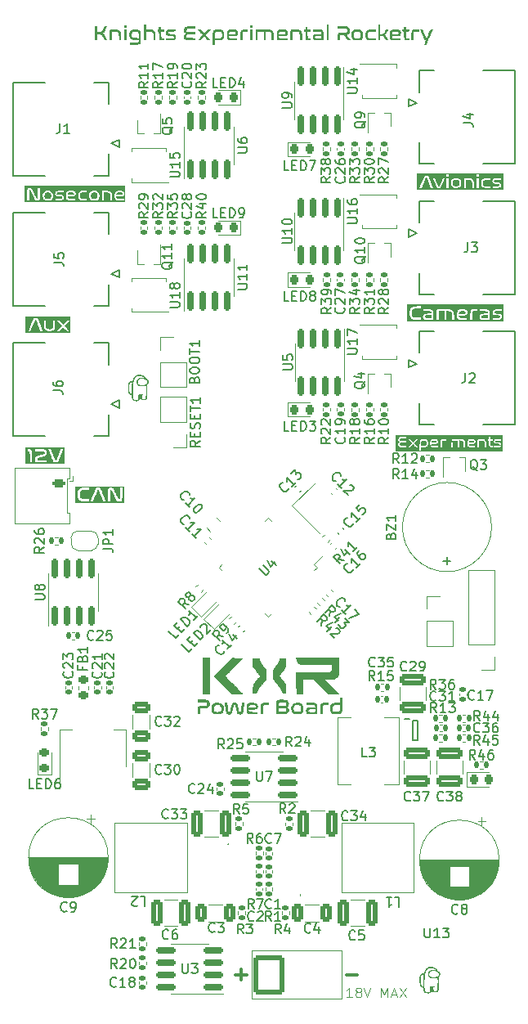
<source format=gto>
G04 #@! TF.GenerationSoftware,KiCad,Pcbnew,(6.0.6)*
G04 #@! TF.CreationDate,2023-02-05T11:57:00-05:00*
G04 #@! TF.ProjectId,KXRPowerBoardV2,4b585250-6f77-4657-9242-6f6172645632,rev?*
G04 #@! TF.SameCoordinates,Original*
G04 #@! TF.FileFunction,Legend,Top*
G04 #@! TF.FilePolarity,Positive*
%FSLAX46Y46*%
G04 Gerber Fmt 4.6, Leading zero omitted, Abs format (unit mm)*
G04 Created by KiCad (PCBNEW (6.0.6)) date 2023-02-05 11:57:00*
%MOMM*%
%LPD*%
G01*
G04 APERTURE LIST*
G04 Aperture macros list*
%AMRoundRect*
0 Rectangle with rounded corners*
0 $1 Rounding radius*
0 $2 $3 $4 $5 $6 $7 $8 $9 X,Y pos of 4 corners*
0 Add a 4 corners polygon primitive as box body*
4,1,4,$2,$3,$4,$5,$6,$7,$8,$9,$2,$3,0*
0 Add four circle primitives for the rounded corners*
1,1,$1+$1,$2,$3*
1,1,$1+$1,$4,$5*
1,1,$1+$1,$6,$7*
1,1,$1+$1,$8,$9*
0 Add four rect primitives between the rounded corners*
20,1,$1+$1,$2,$3,$4,$5,0*
20,1,$1+$1,$4,$5,$6,$7,0*
20,1,$1+$1,$6,$7,$8,$9,0*
20,1,$1+$1,$8,$9,$2,$3,0*%
%AMRotRect*
0 Rectangle, with rotation*
0 The origin of the aperture is its center*
0 $1 length*
0 $2 width*
0 $3 Rotation angle, in degrees counterclockwise*
0 Add horizontal line*
21,1,$1,$2,0,0,$3*%
%AMFreePoly0*
4,1,17,1.395000,0.765000,0.855000,0.765000,0.855000,0.535000,1.395000,0.535000,1.395000,0.115000,0.855000,0.115000,0.855000,-0.115000,1.395000,-0.115000,1.395000,-0.535000,0.855000,-0.535000,0.855000,-0.765000,1.395000,-0.765000,1.395000,-1.185000,-0.855000,-1.185000,-0.855000,1.185000,1.395000,1.185000,1.395000,0.765000,1.395000,0.765000,$1*%
%AMFreePoly1*
4,1,22,0.500000,-0.750000,0.000000,-0.750000,0.000000,-0.745033,-0.079941,-0.743568,-0.215256,-0.701293,-0.333266,-0.622738,-0.424486,-0.514219,-0.481581,-0.384460,-0.499164,-0.250000,-0.500000,-0.250000,-0.500000,0.250000,-0.499164,0.250000,-0.499963,0.256109,-0.478152,0.396186,-0.417904,0.524511,-0.324060,0.630769,-0.204165,0.706417,-0.067858,0.745374,0.000000,0.744959,0.000000,0.750000,
0.500000,0.750000,0.500000,-0.750000,0.500000,-0.750000,$1*%
%AMFreePoly2*
4,1,20,0.000000,0.744959,0.073905,0.744508,0.209726,0.703889,0.328688,0.626782,0.421226,0.519385,0.479903,0.390333,0.500000,0.250000,0.500000,-0.250000,0.499851,-0.262216,0.476331,-0.402017,0.414519,-0.529596,0.319384,-0.634700,0.198574,-0.708877,0.061801,-0.746166,0.000000,-0.745033,0.000000,-0.750000,-0.500000,-0.750000,-0.500000,0.750000,0.000000,0.750000,0.000000,0.744959,
0.000000,0.744959,$1*%
G04 Aperture macros list end*
%ADD10C,0.125000*%
%ADD11C,0.300000*%
%ADD12C,0.150000*%
%ADD13C,0.120000*%
%ADD14C,0.127000*%
%ADD15C,0.100000*%
%ADD16C,0.200000*%
%ADD17C,1.531200*%
%ADD18C,0.836200*%
%ADD19C,0.010000*%
%ADD20RoundRect,0.135000X-0.185000X0.135000X-0.185000X-0.135000X0.185000X-0.135000X0.185000X0.135000X0*%
%ADD21RoundRect,0.140000X0.170000X-0.140000X0.170000X0.140000X-0.170000X0.140000X-0.170000X-0.140000X0*%
%ADD22R,1.700000X1.700000*%
%ADD23O,1.700000X1.700000*%
%ADD24RoundRect,0.135000X0.135000X0.185000X-0.135000X0.185000X-0.135000X-0.185000X0.135000X-0.185000X0*%
%ADD25R,0.450000X0.700000*%
%ADD26RoundRect,0.140000X0.219203X0.021213X0.021213X0.219203X-0.219203X-0.021213X-0.021213X-0.219203X0*%
%ADD27RoundRect,0.135000X0.185000X-0.135000X0.185000X0.135000X-0.185000X0.135000X-0.185000X-0.135000X0*%
%ADD28RoundRect,0.140000X-0.219203X-0.021213X-0.021213X-0.219203X0.219203X0.021213X0.021213X0.219203X0*%
%ADD29RoundRect,0.135000X-0.135000X-0.185000X0.135000X-0.185000X0.135000X0.185000X-0.135000X0.185000X0*%
%ADD30RoundRect,0.218750X0.026517X-0.335876X0.335876X-0.026517X-0.026517X0.335876X-0.335876X0.026517X0*%
%ADD31RoundRect,0.140000X-0.170000X0.140000X-0.170000X-0.140000X0.170000X-0.140000X0.170000X0.140000X0*%
%ADD32RoundRect,0.250000X-0.325000X-0.650000X0.325000X-0.650000X0.325000X0.650000X-0.325000X0.650000X0*%
%ADD33RoundRect,0.135000X-0.035355X0.226274X-0.226274X0.035355X0.035355X-0.226274X0.226274X-0.035355X0*%
%ADD34RoundRect,0.250000X0.325000X1.100000X-0.325000X1.100000X-0.325000X-1.100000X0.325000X-1.100000X0*%
%ADD35RoundRect,0.140000X0.140000X0.170000X-0.140000X0.170000X-0.140000X-0.170000X0.140000X-0.170000X0*%
%ADD36R,0.700000X0.420000*%
%ADD37FreePoly0,180.000000*%
%ADD38RoundRect,0.218750X0.218750X0.256250X-0.218750X0.256250X-0.218750X-0.256250X0.218750X-0.256250X0*%
%ADD39FreePoly0,0.000000*%
%ADD40RoundRect,0.150000X0.825000X0.150000X-0.825000X0.150000X-0.825000X-0.150000X0.825000X-0.150000X0*%
%ADD41R,1.500000X2.000000*%
%ADD42R,3.800000X2.000000*%
%ADD43C,3.800000*%
%ADD44RoundRect,0.250000X-0.512652X-0.159099X-0.159099X-0.512652X0.512652X0.159099X0.159099X0.512652X0*%
%ADD45RoundRect,0.250000X-0.325000X-1.100000X0.325000X-1.100000X0.325000X1.100000X-0.325000X1.100000X0*%
%ADD46RoundRect,0.218750X0.256250X-0.218750X0.256250X0.218750X-0.256250X0.218750X-0.256250X-0.218750X0*%
%ADD47R,1.600000X1.600000*%
%ADD48C,1.600000*%
%ADD49RoundRect,0.140000X0.021213X-0.219203X0.219203X-0.021213X-0.021213X0.219203X-0.219203X0.021213X0*%
%ADD50RoundRect,0.218750X-0.218750X-0.256250X0.218750X-0.256250X0.218750X0.256250X-0.218750X0.256250X0*%
%ADD51RoundRect,0.135000X-0.226274X-0.035355X-0.035355X-0.226274X0.226274X0.035355X0.035355X0.226274X0*%
%ADD52R,3.500000X2.450000*%
%ADD53RoundRect,0.250000X-1.100000X0.325000X-1.100000X-0.325000X1.100000X-0.325000X1.100000X0.325000X0*%
%ADD54RotRect,1.400000X1.200000X315.000000*%
%ADD55RoundRect,0.250000X0.325000X0.650000X-0.325000X0.650000X-0.325000X-0.650000X0.325000X-0.650000X0*%
%ADD56RoundRect,0.250000X-1.330000X-1.800000X1.330000X-1.800000X1.330000X1.800000X-1.330000X1.800000X0*%
%ADD57O,3.160000X4.100000*%
%ADD58RoundRect,0.140000X-0.021213X0.219203X-0.219203X0.021213X0.021213X-0.219203X0.219203X-0.021213X0*%
%ADD59RoundRect,0.250000X1.100000X-0.325000X1.100000X0.325000X-1.100000X0.325000X-1.100000X-0.325000X0*%
%ADD60RoundRect,0.150000X0.150000X-0.825000X0.150000X0.825000X-0.150000X0.825000X-0.150000X-0.825000X0*%
%ADD61FreePoly1,0.000000*%
%ADD62FreePoly2,0.000000*%
%ADD63R,6.500000X1.920000*%
%ADD64RoundRect,0.150000X-0.150000X0.825000X-0.150000X-0.825000X0.150000X-0.825000X0.150000X0.825000X0*%
%ADD65R,0.250000X0.700000*%
%ADD66R,0.700000X0.250000*%
%ADD67R,1.125000X1.125000*%
%ADD68R,0.375000X0.375000*%
%ADD69RoundRect,0.200000X-0.450000X0.200000X-0.450000X-0.200000X0.450000X-0.200000X0.450000X0.200000X0*%
%ADD70O,1.300000X0.800000*%
%ADD71RoundRect,0.140000X-0.140000X-0.170000X0.140000X-0.170000X0.140000X0.170000X-0.140000X0.170000X0*%
%ADD72R,0.475000X0.300000*%
%ADD73RoundRect,0.218750X-0.256250X0.218750X-0.256250X-0.218750X0.256250X-0.218750X0.256250X0.218750X0*%
%ADD74RoundRect,0.250000X-0.650000X0.325000X-0.650000X-0.325000X0.650000X-0.325000X0.650000X0.325000X0*%
%ADD75RoundRect,0.075000X0.415425X0.521491X-0.521491X-0.415425X-0.415425X-0.521491X0.521491X0.415425X0*%
%ADD76RoundRect,0.075000X-0.415425X0.521491X-0.521491X0.415425X0.415425X-0.521491X0.521491X-0.415425X0*%
G04 APERTURE END LIST*
D10*
X209123809Y-149552380D02*
X208552380Y-149552380D01*
X208838095Y-149552380D02*
X208838095Y-148552380D01*
X208742857Y-148695238D01*
X208647619Y-148790476D01*
X208552380Y-148838095D01*
X209695238Y-148980952D02*
X209600000Y-148933333D01*
X209552380Y-148885714D01*
X209504761Y-148790476D01*
X209504761Y-148742857D01*
X209552380Y-148647619D01*
X209600000Y-148600000D01*
X209695238Y-148552380D01*
X209885714Y-148552380D01*
X209980952Y-148600000D01*
X210028571Y-148647619D01*
X210076190Y-148742857D01*
X210076190Y-148790476D01*
X210028571Y-148885714D01*
X209980952Y-148933333D01*
X209885714Y-148980952D01*
X209695238Y-148980952D01*
X209600000Y-149028571D01*
X209552380Y-149076190D01*
X209504761Y-149171428D01*
X209504761Y-149361904D01*
X209552380Y-149457142D01*
X209600000Y-149504761D01*
X209695238Y-149552380D01*
X209885714Y-149552380D01*
X209980952Y-149504761D01*
X210028571Y-149457142D01*
X210076190Y-149361904D01*
X210076190Y-149171428D01*
X210028571Y-149076190D01*
X209980952Y-149028571D01*
X209885714Y-148980952D01*
X210361904Y-148552380D02*
X210695238Y-149552380D01*
X211028571Y-148552380D01*
X212123809Y-149552380D02*
X212123809Y-148552380D01*
X212457142Y-149266666D01*
X212790476Y-148552380D01*
X212790476Y-149552380D01*
X213219047Y-149266666D02*
X213695238Y-149266666D01*
X213123809Y-149552380D02*
X213457142Y-148552380D01*
X213790476Y-149552380D01*
X214028571Y-148552380D02*
X214695238Y-149552380D01*
X214695238Y-148552380D02*
X214028571Y-149552380D01*
D11*
X208528571Y-147207142D02*
X209671428Y-147207142D01*
X197028571Y-147207142D02*
X198171428Y-147207142D01*
X197600000Y-147778571D02*
X197600000Y-146635714D01*
D12*
X189498380Y-68277857D02*
X189022190Y-68611190D01*
X189498380Y-68849285D02*
X188498380Y-68849285D01*
X188498380Y-68468333D01*
X188546000Y-68373095D01*
X188593619Y-68325476D01*
X188688857Y-68277857D01*
X188831714Y-68277857D01*
X188926952Y-68325476D01*
X188974571Y-68373095D01*
X189022190Y-68468333D01*
X189022190Y-68849285D01*
X188498380Y-67944523D02*
X188498380Y-67325476D01*
X188879333Y-67658809D01*
X188879333Y-67515952D01*
X188926952Y-67420714D01*
X188974571Y-67373095D01*
X189069809Y-67325476D01*
X189307904Y-67325476D01*
X189403142Y-67373095D01*
X189450761Y-67420714D01*
X189498380Y-67515952D01*
X189498380Y-67801666D01*
X189450761Y-67896904D01*
X189403142Y-67944523D01*
X188593619Y-66944523D02*
X188546000Y-66896904D01*
X188498380Y-66801666D01*
X188498380Y-66563571D01*
X188546000Y-66468333D01*
X188593619Y-66420714D01*
X188688857Y-66373095D01*
X188784095Y-66373095D01*
X188926952Y-66420714D01*
X189498380Y-66992142D01*
X189498380Y-66373095D01*
X208284392Y-91589857D02*
X208332011Y-91637476D01*
X208379630Y-91780333D01*
X208379630Y-91875571D01*
X208332011Y-92018428D01*
X208236773Y-92113666D01*
X208141535Y-92161285D01*
X207951059Y-92208904D01*
X207808202Y-92208904D01*
X207617726Y-92161285D01*
X207522488Y-92113666D01*
X207427250Y-92018428D01*
X207379630Y-91875571D01*
X207379630Y-91780333D01*
X207427250Y-91637476D01*
X207474869Y-91589857D01*
X208379630Y-90637476D02*
X208379630Y-91208904D01*
X208379630Y-90923190D02*
X207379630Y-90923190D01*
X207522488Y-91018428D01*
X207617726Y-91113666D01*
X207665345Y-91208904D01*
X208379630Y-90161285D02*
X208379630Y-89970809D01*
X208332011Y-89875571D01*
X208284392Y-89827952D01*
X208141535Y-89732714D01*
X207951059Y-89685095D01*
X207570107Y-89685095D01*
X207474869Y-89732714D01*
X207427250Y-89780333D01*
X207379630Y-89875571D01*
X207379630Y-90066047D01*
X207427250Y-90161285D01*
X207474869Y-90208904D01*
X207570107Y-90256523D01*
X207808202Y-90256523D01*
X207903440Y-90208904D01*
X207951059Y-90161285D01*
X207998678Y-90066047D01*
X207998678Y-89875571D01*
X207951059Y-89780333D01*
X207903440Y-89732714D01*
X207808202Y-89685095D01*
X178846916Y-59097380D02*
X178846916Y-59811666D01*
X178799297Y-59954523D01*
X178704059Y-60049761D01*
X178561202Y-60097380D01*
X178465964Y-60097380D01*
X179846916Y-60097380D02*
X179275488Y-60097380D01*
X179561202Y-60097380D02*
X179561202Y-59097380D01*
X179465964Y-59240238D01*
X179370726Y-59335476D01*
X179275488Y-59383095D01*
X190998380Y-68277857D02*
X190522190Y-68611190D01*
X190998380Y-68849285D02*
X189998380Y-68849285D01*
X189998380Y-68468333D01*
X190046000Y-68373095D01*
X190093619Y-68325476D01*
X190188857Y-68277857D01*
X190331714Y-68277857D01*
X190426952Y-68325476D01*
X190474571Y-68373095D01*
X190522190Y-68468333D01*
X190522190Y-68849285D01*
X189998380Y-67944523D02*
X189998380Y-67325476D01*
X190379333Y-67658809D01*
X190379333Y-67515952D01*
X190426952Y-67420714D01*
X190474571Y-67373095D01*
X190569809Y-67325476D01*
X190807904Y-67325476D01*
X190903142Y-67373095D01*
X190950761Y-67420714D01*
X190998380Y-67515952D01*
X190998380Y-67801666D01*
X190950761Y-67896904D01*
X190903142Y-67944523D01*
X189998380Y-66420714D02*
X189998380Y-66896904D01*
X190474571Y-66944523D01*
X190426952Y-66896904D01*
X190379333Y-66801666D01*
X190379333Y-66563571D01*
X190426952Y-66468333D01*
X190474571Y-66420714D01*
X190569809Y-66373095D01*
X190807904Y-66373095D01*
X190903142Y-66420714D01*
X190950761Y-66468333D01*
X190998380Y-66563571D01*
X190998380Y-66801666D01*
X190950761Y-66896904D01*
X190903142Y-66944523D01*
X222357142Y-120902380D02*
X222023809Y-120426190D01*
X221785714Y-120902380D02*
X221785714Y-119902380D01*
X222166666Y-119902380D01*
X222261904Y-119950000D01*
X222309523Y-119997619D01*
X222357142Y-120092857D01*
X222357142Y-120235714D01*
X222309523Y-120330952D01*
X222261904Y-120378571D01*
X222166666Y-120426190D01*
X221785714Y-120426190D01*
X223214285Y-120235714D02*
X223214285Y-120902380D01*
X222976190Y-119854761D02*
X222738095Y-120569047D01*
X223357142Y-120569047D01*
X224166666Y-120235714D02*
X224166666Y-120902380D01*
X223928571Y-119854761D02*
X223690476Y-120569047D01*
X224309523Y-120569047D01*
X222102761Y-94997619D02*
X222007523Y-94950000D01*
X221912285Y-94854761D01*
X221769428Y-94711904D01*
X221674190Y-94664285D01*
X221578952Y-94664285D01*
X221626571Y-94902380D02*
X221531333Y-94854761D01*
X221436095Y-94759523D01*
X221388476Y-94569047D01*
X221388476Y-94235714D01*
X221436095Y-94045238D01*
X221531333Y-93950000D01*
X221626571Y-93902380D01*
X221817047Y-93902380D01*
X221912285Y-93950000D01*
X222007523Y-94045238D01*
X222055142Y-94235714D01*
X222055142Y-94569047D01*
X222007523Y-94759523D01*
X221912285Y-94854761D01*
X221817047Y-94902380D01*
X221626571Y-94902380D01*
X222388476Y-93902380D02*
X223007523Y-93902380D01*
X222674190Y-94283333D01*
X222817047Y-94283333D01*
X222912285Y-94330952D01*
X222959904Y-94378571D01*
X223007523Y-94473809D01*
X223007523Y-94711904D01*
X222959904Y-94807142D01*
X222912285Y-94854761D01*
X222817047Y-94902380D01*
X222531333Y-94902380D01*
X222436095Y-94854761D01*
X222388476Y-94807142D01*
X207826893Y-109144969D02*
X207759549Y-109144969D01*
X207624862Y-109077625D01*
X207557519Y-109010282D01*
X207490175Y-108875595D01*
X207490175Y-108740908D01*
X207523847Y-108639893D01*
X207624862Y-108471534D01*
X207725877Y-108370519D01*
X207894236Y-108269503D01*
X207995251Y-108235832D01*
X208129938Y-108235832D01*
X208264625Y-108303175D01*
X208331969Y-108370519D01*
X208399312Y-108505206D01*
X208399312Y-108572549D01*
X208432984Y-109885748D02*
X208028923Y-109481687D01*
X208230954Y-109683717D02*
X208938061Y-108976610D01*
X208769702Y-109010282D01*
X208635015Y-109010282D01*
X208534000Y-108976610D01*
X209375793Y-109414343D02*
X209847198Y-109885748D01*
X208837045Y-110289809D01*
X206954380Y-78142857D02*
X206478190Y-78476190D01*
X206954380Y-78714285D02*
X205954380Y-78714285D01*
X205954380Y-78333333D01*
X206002000Y-78238095D01*
X206049619Y-78190476D01*
X206144857Y-78142857D01*
X206287714Y-78142857D01*
X206382952Y-78190476D01*
X206430571Y-78238095D01*
X206478190Y-78333333D01*
X206478190Y-78714285D01*
X205954380Y-77809523D02*
X205954380Y-77190476D01*
X206335333Y-77523809D01*
X206335333Y-77380952D01*
X206382952Y-77285714D01*
X206430571Y-77238095D01*
X206525809Y-77190476D01*
X206763904Y-77190476D01*
X206859142Y-77238095D01*
X206906761Y-77285714D01*
X206954380Y-77380952D01*
X206954380Y-77666666D01*
X206906761Y-77761904D01*
X206859142Y-77809523D01*
X206954380Y-76714285D02*
X206954380Y-76523809D01*
X206906761Y-76428571D01*
X206859142Y-76380952D01*
X206716285Y-76285714D01*
X206525809Y-76238095D01*
X206144857Y-76238095D01*
X206049619Y-76285714D01*
X206002000Y-76333333D01*
X205954380Y-76428571D01*
X205954380Y-76619047D01*
X206002000Y-76714285D01*
X206049619Y-76761904D01*
X206144857Y-76809523D01*
X206382952Y-76809523D01*
X206478190Y-76761904D01*
X206525809Y-76714285D01*
X206573428Y-76619047D01*
X206573428Y-76428571D01*
X206525809Y-76333333D01*
X206478190Y-76285714D01*
X206382952Y-76238095D01*
X207400974Y-96124888D02*
X207333630Y-96124888D01*
X207198943Y-96057544D01*
X207131600Y-95990201D01*
X207064256Y-95855514D01*
X207064256Y-95720827D01*
X207097928Y-95619812D01*
X207198943Y-95451453D01*
X207299958Y-95350438D01*
X207468317Y-95249422D01*
X207569332Y-95215751D01*
X207704019Y-95215751D01*
X207838706Y-95283094D01*
X207906050Y-95350438D01*
X207973393Y-95485125D01*
X207973393Y-95552468D01*
X208007065Y-96865667D02*
X207603004Y-96461606D01*
X207805035Y-96663636D02*
X208512142Y-95956529D01*
X208343783Y-95990201D01*
X208209096Y-95990201D01*
X208108081Y-95956529D01*
X208916203Y-96495277D02*
X208983546Y-96495277D01*
X209084561Y-96528949D01*
X209252920Y-96697308D01*
X209286592Y-96798323D01*
X209286592Y-96865667D01*
X209252920Y-96966682D01*
X209185577Y-97034025D01*
X209050890Y-97101369D01*
X208242768Y-97101369D01*
X208680500Y-97539102D01*
X197833333Y-142952380D02*
X197500000Y-142476190D01*
X197261904Y-142952380D02*
X197261904Y-141952380D01*
X197642857Y-141952380D01*
X197738095Y-142000000D01*
X197785714Y-142047619D01*
X197833333Y-142142857D01*
X197833333Y-142285714D01*
X197785714Y-142380952D01*
X197738095Y-142428571D01*
X197642857Y-142476190D01*
X197261904Y-142476190D01*
X198166666Y-141952380D02*
X198785714Y-141952380D01*
X198452380Y-142333333D01*
X198595238Y-142333333D01*
X198690476Y-142380952D01*
X198738095Y-142428571D01*
X198785714Y-142523809D01*
X198785714Y-142761904D01*
X198738095Y-142857142D01*
X198690476Y-142904761D01*
X198595238Y-142952380D01*
X198309523Y-142952380D01*
X198214285Y-142904761D01*
X198166666Y-142857142D01*
X193998380Y-68277857D02*
X193522190Y-68611190D01*
X193998380Y-68849285D02*
X192998380Y-68849285D01*
X192998380Y-68468333D01*
X193046000Y-68373095D01*
X193093619Y-68325476D01*
X193188857Y-68277857D01*
X193331714Y-68277857D01*
X193426952Y-68325476D01*
X193474571Y-68373095D01*
X193522190Y-68468333D01*
X193522190Y-68849285D01*
X193331714Y-67420714D02*
X193998380Y-67420714D01*
X192950761Y-67658809D02*
X193665047Y-67896904D01*
X193665047Y-67277857D01*
X192998380Y-66706428D02*
X192998380Y-66611190D01*
X193046000Y-66515952D01*
X193093619Y-66468333D01*
X193188857Y-66420714D01*
X193379333Y-66373095D01*
X193617428Y-66373095D01*
X193807904Y-66420714D01*
X193903142Y-66468333D01*
X193950761Y-66515952D01*
X193998380Y-66611190D01*
X193998380Y-66706428D01*
X193950761Y-66801666D01*
X193903142Y-66849285D01*
X193807904Y-66896904D01*
X193617428Y-66944523D01*
X193379333Y-66944523D01*
X193188857Y-66896904D01*
X193093619Y-66849285D01*
X193046000Y-66801666D01*
X192998380Y-66706428D01*
X221861142Y-124936380D02*
X221527809Y-124460190D01*
X221289714Y-124936380D02*
X221289714Y-123936380D01*
X221670666Y-123936380D01*
X221765904Y-123984000D01*
X221813523Y-124031619D01*
X221861142Y-124126857D01*
X221861142Y-124269714D01*
X221813523Y-124364952D01*
X221765904Y-124412571D01*
X221670666Y-124460190D01*
X221289714Y-124460190D01*
X222718285Y-124269714D02*
X222718285Y-124936380D01*
X222480190Y-123888761D02*
X222242095Y-124603047D01*
X222861142Y-124603047D01*
X223670666Y-123936380D02*
X223480190Y-123936380D01*
X223384952Y-123984000D01*
X223337333Y-124031619D01*
X223242095Y-124174476D01*
X223194476Y-124364952D01*
X223194476Y-124745904D01*
X223242095Y-124841142D01*
X223289714Y-124888761D01*
X223384952Y-124936380D01*
X223575428Y-124936380D01*
X223670666Y-124888761D01*
X223718285Y-124841142D01*
X223765904Y-124745904D01*
X223765904Y-124507809D01*
X223718285Y-124412571D01*
X223670666Y-124364952D01*
X223575428Y-124317333D01*
X223384952Y-124317333D01*
X223289714Y-124364952D01*
X223242095Y-124412571D01*
X223194476Y-124507809D01*
X212879630Y-64632857D02*
X212403440Y-64966190D01*
X212879630Y-65204285D02*
X211879630Y-65204285D01*
X211879630Y-64823333D01*
X211927250Y-64728095D01*
X211974869Y-64680476D01*
X212070107Y-64632857D01*
X212212964Y-64632857D01*
X212308202Y-64680476D01*
X212355821Y-64728095D01*
X212403440Y-64823333D01*
X212403440Y-65204285D01*
X211974869Y-64251904D02*
X211927250Y-64204285D01*
X211879630Y-64109047D01*
X211879630Y-63870952D01*
X211927250Y-63775714D01*
X211974869Y-63728095D01*
X212070107Y-63680476D01*
X212165345Y-63680476D01*
X212308202Y-63728095D01*
X212879630Y-64299523D01*
X212879630Y-63680476D01*
X211879630Y-63347142D02*
X211879630Y-62680476D01*
X212879630Y-63109047D01*
X191171595Y-112011014D02*
X190834877Y-112347732D01*
X190127771Y-111640625D01*
X191036908Y-111404923D02*
X191272610Y-111169221D01*
X191744015Y-111438595D02*
X191407297Y-111775312D01*
X190700190Y-111068205D01*
X191036908Y-110731488D01*
X192047061Y-111135549D02*
X191339954Y-110428442D01*
X191508312Y-110260083D01*
X191643000Y-110192740D01*
X191777687Y-110192740D01*
X191878702Y-110226411D01*
X192047061Y-110327427D01*
X192148076Y-110428442D01*
X192249091Y-110596801D01*
X192282763Y-110697816D01*
X192282763Y-110832503D01*
X192215419Y-110967190D01*
X192047061Y-111135549D01*
X193124557Y-110058053D02*
X192720496Y-110462114D01*
X192922526Y-110260083D02*
X192215419Y-109552976D01*
X192249091Y-109721335D01*
X192249091Y-109856022D01*
X192215419Y-109957037D01*
X208284392Y-64632857D02*
X208332011Y-64680476D01*
X208379630Y-64823333D01*
X208379630Y-64918571D01*
X208332011Y-65061428D01*
X208236773Y-65156666D01*
X208141535Y-65204285D01*
X207951059Y-65251904D01*
X207808202Y-65251904D01*
X207617726Y-65204285D01*
X207522488Y-65156666D01*
X207427250Y-65061428D01*
X207379630Y-64918571D01*
X207379630Y-64823333D01*
X207427250Y-64680476D01*
X207474869Y-64632857D01*
X207474869Y-64251904D02*
X207427250Y-64204285D01*
X207379630Y-64109047D01*
X207379630Y-63870952D01*
X207427250Y-63775714D01*
X207474869Y-63728095D01*
X207570107Y-63680476D01*
X207665345Y-63680476D01*
X207808202Y-63728095D01*
X208379630Y-64299523D01*
X208379630Y-63680476D01*
X207379630Y-62823333D02*
X207379630Y-63013809D01*
X207427250Y-63109047D01*
X207474869Y-63156666D01*
X207617726Y-63251904D01*
X207808202Y-63299523D01*
X208189154Y-63299523D01*
X208284392Y-63251904D01*
X208332011Y-63204285D01*
X208379630Y-63109047D01*
X208379630Y-62918571D01*
X208332011Y-62823333D01*
X208284392Y-62775714D01*
X208189154Y-62728095D01*
X207951059Y-62728095D01*
X207855821Y-62775714D01*
X207808202Y-62823333D01*
X207760583Y-62918571D01*
X207760583Y-63109047D01*
X207808202Y-63204285D01*
X207855821Y-63251904D01*
X207951059Y-63299523D01*
X200733333Y-140257142D02*
X200685714Y-140304761D01*
X200542857Y-140352380D01*
X200447619Y-140352380D01*
X200304761Y-140304761D01*
X200209523Y-140209523D01*
X200161904Y-140114285D01*
X200114285Y-139923809D01*
X200114285Y-139780952D01*
X200161904Y-139590476D01*
X200209523Y-139495238D01*
X200304761Y-139400000D01*
X200447619Y-139352380D01*
X200542857Y-139352380D01*
X200685714Y-139400000D01*
X200733333Y-139447619D01*
X201685714Y-140352380D02*
X201114285Y-140352380D01*
X201400000Y-140352380D02*
X201400000Y-139352380D01*
X201304761Y-139495238D01*
X201209523Y-139590476D01*
X201114285Y-139638095D01*
X194883333Y-142732142D02*
X194835714Y-142779761D01*
X194692857Y-142827380D01*
X194597619Y-142827380D01*
X194454761Y-142779761D01*
X194359523Y-142684523D01*
X194311904Y-142589285D01*
X194264285Y-142398809D01*
X194264285Y-142255952D01*
X194311904Y-142065476D01*
X194359523Y-141970238D01*
X194454761Y-141875000D01*
X194597619Y-141827380D01*
X194692857Y-141827380D01*
X194835714Y-141875000D01*
X194883333Y-141922619D01*
X195216666Y-141827380D02*
X195835714Y-141827380D01*
X195502380Y-142208333D01*
X195645238Y-142208333D01*
X195740476Y-142255952D01*
X195788095Y-142303571D01*
X195835714Y-142398809D01*
X195835714Y-142636904D01*
X195788095Y-142732142D01*
X195740476Y-142779761D01*
X195645238Y-142827380D01*
X195359523Y-142827380D01*
X195264285Y-142779761D01*
X195216666Y-142732142D01*
X213957142Y-95852380D02*
X213623809Y-95376190D01*
X213385714Y-95852380D02*
X213385714Y-94852380D01*
X213766666Y-94852380D01*
X213861904Y-94900000D01*
X213909523Y-94947619D01*
X213957142Y-95042857D01*
X213957142Y-95185714D01*
X213909523Y-95280952D01*
X213861904Y-95328571D01*
X213766666Y-95376190D01*
X213385714Y-95376190D01*
X214909523Y-95852380D02*
X214338095Y-95852380D01*
X214623809Y-95852380D02*
X214623809Y-94852380D01*
X214528571Y-94995238D01*
X214433333Y-95090476D01*
X214338095Y-95138095D01*
X215766666Y-95185714D02*
X215766666Y-95852380D01*
X215528571Y-94804761D02*
X215290476Y-95519047D01*
X215909523Y-95519047D01*
X195782030Y-112197733D02*
X195209610Y-112096718D01*
X195377969Y-112601794D02*
X194670862Y-111894688D01*
X194940236Y-111625313D01*
X195041251Y-111591642D01*
X195108595Y-111591642D01*
X195209610Y-111625313D01*
X195310625Y-111726329D01*
X195344297Y-111827344D01*
X195344297Y-111894688D01*
X195310625Y-111995703D01*
X195041251Y-112265077D01*
X196118748Y-111861016D02*
X196253435Y-111726329D01*
X196287106Y-111625313D01*
X196287106Y-111557970D01*
X196253435Y-111389611D01*
X196152419Y-111221252D01*
X195883045Y-110951878D01*
X195782030Y-110918207D01*
X195714687Y-110918207D01*
X195613671Y-110951878D01*
X195478984Y-111086565D01*
X195445312Y-111187581D01*
X195445312Y-111254924D01*
X195478984Y-111355939D01*
X195647343Y-111524298D01*
X195748358Y-111557970D01*
X195815702Y-111557970D01*
X195916717Y-111524298D01*
X196051404Y-111389611D01*
X196085076Y-111288596D01*
X196085076Y-111221252D01*
X196051404Y-111120237D01*
X190088333Y-143432142D02*
X190040714Y-143479761D01*
X189897857Y-143527380D01*
X189802619Y-143527380D01*
X189659761Y-143479761D01*
X189564523Y-143384523D01*
X189516904Y-143289285D01*
X189469285Y-143098809D01*
X189469285Y-142955952D01*
X189516904Y-142765476D01*
X189564523Y-142670238D01*
X189659761Y-142575000D01*
X189802619Y-142527380D01*
X189897857Y-142527380D01*
X190040714Y-142575000D01*
X190088333Y-142622619D01*
X190945476Y-142527380D02*
X190755000Y-142527380D01*
X190659761Y-142575000D01*
X190612142Y-142622619D01*
X190516904Y-142765476D01*
X190469285Y-142955952D01*
X190469285Y-143336904D01*
X190516904Y-143432142D01*
X190564523Y-143479761D01*
X190659761Y-143527380D01*
X190850238Y-143527380D01*
X190945476Y-143479761D01*
X190993095Y-143432142D01*
X191040714Y-143336904D01*
X191040714Y-143098809D01*
X190993095Y-143003571D01*
X190945476Y-142955952D01*
X190850238Y-142908333D01*
X190659761Y-142908333D01*
X190564523Y-142955952D01*
X190516904Y-143003571D01*
X190469285Y-143098809D01*
X182320142Y-112482142D02*
X182272523Y-112529761D01*
X182129666Y-112577380D01*
X182034428Y-112577380D01*
X181891571Y-112529761D01*
X181796333Y-112434523D01*
X181748714Y-112339285D01*
X181701095Y-112148809D01*
X181701095Y-112005952D01*
X181748714Y-111815476D01*
X181796333Y-111720238D01*
X181891571Y-111625000D01*
X182034428Y-111577380D01*
X182129666Y-111577380D01*
X182272523Y-111625000D01*
X182320142Y-111672619D01*
X182701095Y-111672619D02*
X182748714Y-111625000D01*
X182843952Y-111577380D01*
X183082047Y-111577380D01*
X183177285Y-111625000D01*
X183224904Y-111672619D01*
X183272523Y-111767857D01*
X183272523Y-111863095D01*
X183224904Y-112005952D01*
X182653476Y-112577380D01*
X183272523Y-112577380D01*
X184177285Y-111577380D02*
X183701095Y-111577380D01*
X183653476Y-112053571D01*
X183701095Y-112005952D01*
X183796333Y-111958333D01*
X184034428Y-111958333D01*
X184129666Y-112005952D01*
X184177285Y-112053571D01*
X184224904Y-112148809D01*
X184224904Y-112386904D01*
X184177285Y-112482142D01*
X184129666Y-112529761D01*
X184034428Y-112577380D01*
X183796333Y-112577380D01*
X183701095Y-112529761D01*
X183653476Y-112482142D01*
X190248380Y-64633095D02*
X191057904Y-64633095D01*
X191153142Y-64585476D01*
X191200761Y-64537857D01*
X191248380Y-64442619D01*
X191248380Y-64252142D01*
X191200761Y-64156904D01*
X191153142Y-64109285D01*
X191057904Y-64061666D01*
X190248380Y-64061666D01*
X191248380Y-63061666D02*
X191248380Y-63633095D01*
X191248380Y-63347380D02*
X190248380Y-63347380D01*
X190391238Y-63442619D01*
X190486476Y-63537857D01*
X190534095Y-63633095D01*
X190248380Y-62156904D02*
X190248380Y-62633095D01*
X190724571Y-62680714D01*
X190676952Y-62633095D01*
X190629333Y-62537857D01*
X190629333Y-62299761D01*
X190676952Y-62204523D01*
X190724571Y-62156904D01*
X190819809Y-62109285D01*
X191057904Y-62109285D01*
X191153142Y-62156904D01*
X191200761Y-62204523D01*
X191248380Y-62299761D01*
X191248380Y-62537857D01*
X191200761Y-62633095D01*
X191153142Y-62680714D01*
X217857142Y-120052380D02*
X217523809Y-119576190D01*
X217285714Y-120052380D02*
X217285714Y-119052380D01*
X217666666Y-119052380D01*
X217761904Y-119100000D01*
X217809523Y-119147619D01*
X217857142Y-119242857D01*
X217857142Y-119385714D01*
X217809523Y-119480952D01*
X217761904Y-119528571D01*
X217666666Y-119576190D01*
X217285714Y-119576190D01*
X218809523Y-120052380D02*
X218238095Y-120052380D01*
X218523809Y-120052380D02*
X218523809Y-119052380D01*
X218428571Y-119195238D01*
X218333333Y-119290476D01*
X218238095Y-119338095D01*
X219142857Y-119052380D02*
X219761904Y-119052380D01*
X219428571Y-119433333D01*
X219571428Y-119433333D01*
X219666666Y-119480952D01*
X219714285Y-119528571D01*
X219761904Y-119623809D01*
X219761904Y-119861904D01*
X219714285Y-119957142D01*
X219666666Y-120004761D01*
X219571428Y-120052380D01*
X219285714Y-120052380D01*
X219190476Y-120004761D01*
X219142857Y-119957142D01*
X210524869Y-72818428D02*
X210477250Y-72913666D01*
X210382011Y-73008904D01*
X210239154Y-73151761D01*
X210191535Y-73247000D01*
X210191535Y-73342238D01*
X210429630Y-73294619D02*
X210382011Y-73389857D01*
X210286773Y-73485095D01*
X210096297Y-73532714D01*
X209762964Y-73532714D01*
X209572488Y-73485095D01*
X209477250Y-73389857D01*
X209429630Y-73294619D01*
X209429630Y-73104142D01*
X209477250Y-73008904D01*
X209572488Y-72913666D01*
X209762964Y-72866047D01*
X210096297Y-72866047D01*
X210286773Y-72913666D01*
X210382011Y-73008904D01*
X210429630Y-73104142D01*
X210429630Y-73294619D01*
X210429630Y-71913666D02*
X210429630Y-72485095D01*
X210429630Y-72199380D02*
X209429630Y-72199380D01*
X209572488Y-72294619D01*
X209667726Y-72389857D01*
X209715345Y-72485095D01*
X209429630Y-71294619D02*
X209429630Y-71199380D01*
X209477250Y-71104142D01*
X209524869Y-71056523D01*
X209620107Y-71008904D01*
X209810583Y-70961285D01*
X210048678Y-70961285D01*
X210239154Y-71008904D01*
X210334392Y-71056523D01*
X210382011Y-71104142D01*
X210429630Y-71199380D01*
X210429630Y-71294619D01*
X210382011Y-71389857D01*
X210334392Y-71437476D01*
X210239154Y-71485095D01*
X210048678Y-71532714D01*
X209810583Y-71532714D01*
X209620107Y-71485095D01*
X209524869Y-71437476D01*
X209477250Y-71389857D01*
X209429630Y-71294619D01*
X190248380Y-78133095D02*
X191057904Y-78133095D01*
X191153142Y-78085476D01*
X191200761Y-78037857D01*
X191248380Y-77942619D01*
X191248380Y-77752142D01*
X191200761Y-77656904D01*
X191153142Y-77609285D01*
X191057904Y-77561666D01*
X190248380Y-77561666D01*
X191248380Y-76561666D02*
X191248380Y-77133095D01*
X191248380Y-76847380D02*
X190248380Y-76847380D01*
X190391238Y-76942619D01*
X190486476Y-77037857D01*
X190534095Y-77133095D01*
X190676952Y-75990238D02*
X190629333Y-76085476D01*
X190581714Y-76133095D01*
X190486476Y-76180714D01*
X190438857Y-76180714D01*
X190343619Y-76133095D01*
X190296000Y-76085476D01*
X190248380Y-75990238D01*
X190248380Y-75799761D01*
X190296000Y-75704523D01*
X190343619Y-75656904D01*
X190438857Y-75609285D01*
X190486476Y-75609285D01*
X190581714Y-75656904D01*
X190629333Y-75704523D01*
X190676952Y-75799761D01*
X190676952Y-75990238D01*
X190724571Y-76085476D01*
X190772190Y-76133095D01*
X190867428Y-76180714D01*
X191057904Y-76180714D01*
X191153142Y-76133095D01*
X191200761Y-76085476D01*
X191248380Y-75990238D01*
X191248380Y-75799761D01*
X191200761Y-75704523D01*
X191153142Y-75656904D01*
X191057904Y-75609285D01*
X190867428Y-75609285D01*
X190772190Y-75656904D01*
X190724571Y-75704523D01*
X190676952Y-75799761D01*
X195176952Y-68837380D02*
X194700761Y-68837380D01*
X194700761Y-67837380D01*
X195510285Y-68313571D02*
X195843619Y-68313571D01*
X195986476Y-68837380D02*
X195510285Y-68837380D01*
X195510285Y-67837380D01*
X195986476Y-67837380D01*
X196415047Y-68837380D02*
X196415047Y-67837380D01*
X196653142Y-67837380D01*
X196796000Y-67885000D01*
X196891238Y-67980238D01*
X196938857Y-68075476D01*
X196986476Y-68265952D01*
X196986476Y-68408809D01*
X196938857Y-68599285D01*
X196891238Y-68694523D01*
X196796000Y-68789761D01*
X196653142Y-68837380D01*
X196415047Y-68837380D01*
X197462666Y-68837380D02*
X197653142Y-68837380D01*
X197748380Y-68789761D01*
X197796000Y-68742142D01*
X197891238Y-68599285D01*
X197938857Y-68408809D01*
X197938857Y-68027857D01*
X197891238Y-67932619D01*
X197843619Y-67885000D01*
X197748380Y-67837380D01*
X197557904Y-67837380D01*
X197462666Y-67885000D01*
X197415047Y-67932619D01*
X197367428Y-68027857D01*
X197367428Y-68265952D01*
X197415047Y-68361190D01*
X197462666Y-68408809D01*
X197557904Y-68456428D01*
X197748380Y-68456428D01*
X197843619Y-68408809D01*
X197891238Y-68361190D01*
X197938857Y-68265952D01*
X212879630Y-78142857D02*
X212403440Y-78476190D01*
X212879630Y-78714285D02*
X211879630Y-78714285D01*
X211879630Y-78333333D01*
X211927250Y-78238095D01*
X211974869Y-78190476D01*
X212070107Y-78142857D01*
X212212964Y-78142857D01*
X212308202Y-78190476D01*
X212355821Y-78238095D01*
X212403440Y-78333333D01*
X212403440Y-78714285D01*
X211974869Y-77761904D02*
X211927250Y-77714285D01*
X211879630Y-77619047D01*
X211879630Y-77380952D01*
X211927250Y-77285714D01*
X211974869Y-77238095D01*
X212070107Y-77190476D01*
X212165345Y-77190476D01*
X212308202Y-77238095D01*
X212879630Y-77809523D01*
X212879630Y-77190476D01*
X212308202Y-76619047D02*
X212260583Y-76714285D01*
X212212964Y-76761904D01*
X212117726Y-76809523D01*
X212070107Y-76809523D01*
X211974869Y-76761904D01*
X211927250Y-76714285D01*
X211879630Y-76619047D01*
X211879630Y-76428571D01*
X211927250Y-76333333D01*
X211974869Y-76285714D01*
X212070107Y-76238095D01*
X212117726Y-76238095D01*
X212212964Y-76285714D01*
X212260583Y-76333333D01*
X212308202Y-76428571D01*
X212308202Y-76619047D01*
X212355821Y-76714285D01*
X212403440Y-76761904D01*
X212498678Y-76809523D01*
X212689154Y-76809523D01*
X212784392Y-76761904D01*
X212832011Y-76714285D01*
X212879630Y-76619047D01*
X212879630Y-76428571D01*
X212832011Y-76333333D01*
X212784392Y-76285714D01*
X212689154Y-76238095D01*
X212498678Y-76238095D01*
X212403440Y-76285714D01*
X212355821Y-76333333D01*
X212308202Y-76428571D01*
X208629630Y-69435095D02*
X209439154Y-69435095D01*
X209534392Y-69387476D01*
X209582011Y-69339857D01*
X209629630Y-69244619D01*
X209629630Y-69054142D01*
X209582011Y-68958904D01*
X209534392Y-68911285D01*
X209439154Y-68863666D01*
X208629630Y-68863666D01*
X209629630Y-67863666D02*
X209629630Y-68435095D01*
X209629630Y-68149380D02*
X208629630Y-68149380D01*
X208772488Y-68244619D01*
X208867726Y-68339857D01*
X208915345Y-68435095D01*
X208629630Y-67006523D02*
X208629630Y-67197000D01*
X208677250Y-67292238D01*
X208724869Y-67339857D01*
X208867726Y-67435095D01*
X209058202Y-67482714D01*
X209439154Y-67482714D01*
X209534392Y-67435095D01*
X209582011Y-67387476D01*
X209629630Y-67292238D01*
X209629630Y-67101761D01*
X209582011Y-67006523D01*
X209534392Y-66958904D01*
X209439154Y-66911285D01*
X209201059Y-66911285D01*
X209105821Y-66958904D01*
X209058202Y-67006523D01*
X209010583Y-67101761D01*
X209010583Y-67292238D01*
X209058202Y-67387476D01*
X209105821Y-67435095D01*
X209201059Y-67482714D01*
X191538095Y-146052380D02*
X191538095Y-146861904D01*
X191585714Y-146957142D01*
X191633333Y-147004761D01*
X191728571Y-147052380D01*
X191919047Y-147052380D01*
X192014285Y-147004761D01*
X192061904Y-146957142D01*
X192109523Y-146861904D01*
X192109523Y-146052380D01*
X192490476Y-146052380D02*
X193109523Y-146052380D01*
X192776190Y-146433333D01*
X192919047Y-146433333D01*
X193014285Y-146480952D01*
X193061904Y-146528571D01*
X193109523Y-146623809D01*
X193109523Y-146861904D01*
X193061904Y-146957142D01*
X193014285Y-147004761D01*
X192919047Y-147052380D01*
X192633333Y-147052380D01*
X192538095Y-147004761D01*
X192490476Y-146957142D01*
X216618904Y-142368380D02*
X216618904Y-143177904D01*
X216666523Y-143273142D01*
X216714142Y-143320761D01*
X216809380Y-143368380D01*
X216999857Y-143368380D01*
X217095095Y-143320761D01*
X217142714Y-143273142D01*
X217190333Y-143177904D01*
X217190333Y-142368380D01*
X218190333Y-143368380D02*
X217618904Y-143368380D01*
X217904619Y-143368380D02*
X217904619Y-142368380D01*
X217809380Y-142511238D01*
X217714142Y-142606476D01*
X217618904Y-142654095D01*
X218523666Y-142368380D02*
X219142714Y-142368380D01*
X218809380Y-142749333D01*
X218952238Y-142749333D01*
X219047476Y-142796952D01*
X219095095Y-142844571D01*
X219142714Y-142939809D01*
X219142714Y-143177904D01*
X219095095Y-143273142D01*
X219047476Y-143320761D01*
X218952238Y-143368380D01*
X218666523Y-143368380D01*
X218571285Y-143320761D01*
X218523666Y-143273142D01*
X191698893Y-100576969D02*
X191631549Y-100576969D01*
X191496862Y-100509625D01*
X191429519Y-100442282D01*
X191362175Y-100307595D01*
X191362175Y-100172908D01*
X191395847Y-100071893D01*
X191496862Y-99903534D01*
X191597877Y-99802519D01*
X191766236Y-99701503D01*
X191867251Y-99667832D01*
X192001938Y-99667832D01*
X192136625Y-99735175D01*
X192203969Y-99802519D01*
X192271312Y-99937206D01*
X192271312Y-100004549D01*
X192304984Y-101317748D02*
X191900923Y-100913687D01*
X192102954Y-101115717D02*
X192810061Y-100408610D01*
X192641702Y-100442282D01*
X192507015Y-100442282D01*
X192406000Y-100408610D01*
X192978419Y-101991183D02*
X192574358Y-101587122D01*
X192776389Y-101789152D02*
X193483496Y-101082045D01*
X193315137Y-101115717D01*
X193180450Y-101115717D01*
X193079435Y-101082045D01*
X178132630Y-86728333D02*
X178846916Y-86728333D01*
X178989773Y-86775952D01*
X179085011Y-86871190D01*
X179132630Y-87014047D01*
X179132630Y-87109285D01*
X178132630Y-85823571D02*
X178132630Y-86014047D01*
X178180250Y-86109285D01*
X178227869Y-86156904D01*
X178370726Y-86252142D01*
X178561202Y-86299761D01*
X178942154Y-86299761D01*
X179037392Y-86252142D01*
X179085011Y-86204523D01*
X179132630Y-86109285D01*
X179132630Y-85918809D01*
X179085011Y-85823571D01*
X179037392Y-85775952D01*
X178942154Y-85728333D01*
X178704059Y-85728333D01*
X178608821Y-85775952D01*
X178561202Y-85823571D01*
X178513583Y-85918809D01*
X178513583Y-86109285D01*
X178561202Y-86204523D01*
X178608821Y-86252142D01*
X178704059Y-86299761D01*
X193352380Y-91928571D02*
X192876190Y-92261904D01*
X193352380Y-92500000D02*
X192352380Y-92500000D01*
X192352380Y-92119047D01*
X192400000Y-92023809D01*
X192447619Y-91976190D01*
X192542857Y-91928571D01*
X192685714Y-91928571D01*
X192780952Y-91976190D01*
X192828571Y-92023809D01*
X192876190Y-92119047D01*
X192876190Y-92500000D01*
X192828571Y-91500000D02*
X192828571Y-91166666D01*
X193352380Y-91023809D02*
X193352380Y-91500000D01*
X192352380Y-91500000D01*
X192352380Y-91023809D01*
X193304761Y-90642857D02*
X193352380Y-90500000D01*
X193352380Y-90261904D01*
X193304761Y-90166666D01*
X193257142Y-90119047D01*
X193161904Y-90071428D01*
X193066666Y-90071428D01*
X192971428Y-90119047D01*
X192923809Y-90166666D01*
X192876190Y-90261904D01*
X192828571Y-90452380D01*
X192780952Y-90547619D01*
X192733333Y-90595238D01*
X192638095Y-90642857D01*
X192542857Y-90642857D01*
X192447619Y-90595238D01*
X192400000Y-90547619D01*
X192352380Y-90452380D01*
X192352380Y-90214285D01*
X192400000Y-90071428D01*
X192828571Y-89642857D02*
X192828571Y-89309523D01*
X193352380Y-89166666D02*
X193352380Y-89642857D01*
X192352380Y-89642857D01*
X192352380Y-89166666D01*
X192352380Y-88880952D02*
X192352380Y-88309523D01*
X193352380Y-88595238D02*
X192352380Y-88595238D01*
X193352380Y-87452380D02*
X193352380Y-88023809D01*
X193352380Y-87738095D02*
X192352380Y-87738095D01*
X192495238Y-87833333D01*
X192590476Y-87928571D01*
X192638095Y-88023809D01*
X191698893Y-98076969D02*
X191631549Y-98076969D01*
X191496862Y-98009625D01*
X191429519Y-97942282D01*
X191362175Y-97807595D01*
X191362175Y-97672908D01*
X191395847Y-97571893D01*
X191496862Y-97403534D01*
X191597877Y-97302519D01*
X191766236Y-97201503D01*
X191867251Y-97167832D01*
X192001938Y-97167832D01*
X192136625Y-97235175D01*
X192203969Y-97302519D01*
X192271312Y-97437206D01*
X192271312Y-97504549D01*
X192304984Y-98817748D02*
X191900923Y-98413687D01*
X192102954Y-98615717D02*
X192810061Y-97908610D01*
X192641702Y-97942282D01*
X192507015Y-97942282D01*
X192406000Y-97908610D01*
X193449824Y-98548374D02*
X193517167Y-98615717D01*
X193550839Y-98716732D01*
X193550839Y-98784076D01*
X193517167Y-98885091D01*
X193416152Y-99053450D01*
X193247793Y-99221809D01*
X193079435Y-99322824D01*
X192978419Y-99356496D01*
X192911076Y-99356496D01*
X192810061Y-99322824D01*
X192742717Y-99255480D01*
X192709045Y-99154465D01*
X192709045Y-99087122D01*
X192742717Y-98986106D01*
X192843732Y-98817748D01*
X193012091Y-98649389D01*
X193180450Y-98548374D01*
X193281465Y-98514702D01*
X193348809Y-98514702D01*
X193449824Y-98548374D01*
X209426333Y-143520142D02*
X209378714Y-143567761D01*
X209235857Y-143615380D01*
X209140619Y-143615380D01*
X208997761Y-143567761D01*
X208902523Y-143472523D01*
X208854904Y-143377285D01*
X208807285Y-143186809D01*
X208807285Y-143043952D01*
X208854904Y-142853476D01*
X208902523Y-142758238D01*
X208997761Y-142663000D01*
X209140619Y-142615380D01*
X209235857Y-142615380D01*
X209378714Y-142663000D01*
X209426333Y-142710619D01*
X210331095Y-142615380D02*
X209854904Y-142615380D01*
X209807285Y-143091571D01*
X209854904Y-143043952D01*
X209950142Y-142996333D01*
X210188238Y-142996333D01*
X210283476Y-143043952D01*
X210331095Y-143091571D01*
X210378714Y-143186809D01*
X210378714Y-143424904D01*
X210331095Y-143520142D01*
X210283476Y-143567761D01*
X210188238Y-143615380D01*
X209950142Y-143615380D01*
X209854904Y-143567761D01*
X209807285Y-143520142D01*
X217807142Y-118757142D02*
X217759523Y-118804761D01*
X217616666Y-118852380D01*
X217521428Y-118852380D01*
X217378571Y-118804761D01*
X217283333Y-118709523D01*
X217235714Y-118614285D01*
X217188095Y-118423809D01*
X217188095Y-118280952D01*
X217235714Y-118090476D01*
X217283333Y-117995238D01*
X217378571Y-117900000D01*
X217521428Y-117852380D01*
X217616666Y-117852380D01*
X217759523Y-117900000D01*
X217807142Y-117947619D01*
X218140476Y-117852380D02*
X218759523Y-117852380D01*
X218426190Y-118233333D01*
X218569047Y-118233333D01*
X218664285Y-118280952D01*
X218711904Y-118328571D01*
X218759523Y-118423809D01*
X218759523Y-118661904D01*
X218711904Y-118757142D01*
X218664285Y-118804761D01*
X218569047Y-118852380D01*
X218283333Y-118852380D01*
X218188095Y-118804761D01*
X218140476Y-118757142D01*
X219711904Y-118852380D02*
X219140476Y-118852380D01*
X219426190Y-118852380D02*
X219426190Y-117852380D01*
X219330952Y-117995238D01*
X219235714Y-118090476D01*
X219140476Y-118138095D01*
X206879630Y-64632857D02*
X206403440Y-64966190D01*
X206879630Y-65204285D02*
X205879630Y-65204285D01*
X205879630Y-64823333D01*
X205927250Y-64728095D01*
X205974869Y-64680476D01*
X206070107Y-64632857D01*
X206212964Y-64632857D01*
X206308202Y-64680476D01*
X206355821Y-64728095D01*
X206403440Y-64823333D01*
X206403440Y-65204285D01*
X205879630Y-64299523D02*
X205879630Y-63680476D01*
X206260583Y-64013809D01*
X206260583Y-63870952D01*
X206308202Y-63775714D01*
X206355821Y-63728095D01*
X206451059Y-63680476D01*
X206689154Y-63680476D01*
X206784392Y-63728095D01*
X206832011Y-63775714D01*
X206879630Y-63870952D01*
X206879630Y-64156666D01*
X206832011Y-64251904D01*
X206784392Y-64299523D01*
X206308202Y-63109047D02*
X206260583Y-63204285D01*
X206212964Y-63251904D01*
X206117726Y-63299523D01*
X206070107Y-63299523D01*
X205974869Y-63251904D01*
X205927250Y-63204285D01*
X205879630Y-63109047D01*
X205879630Y-62918571D01*
X205927250Y-62823333D01*
X205974869Y-62775714D01*
X206070107Y-62728095D01*
X206117726Y-62728095D01*
X206212964Y-62775714D01*
X206260583Y-62823333D01*
X206308202Y-62918571D01*
X206308202Y-63109047D01*
X206355821Y-63204285D01*
X206403440Y-63251904D01*
X206498678Y-63299523D01*
X206689154Y-63299523D01*
X206784392Y-63251904D01*
X206832011Y-63204285D01*
X206879630Y-63109047D01*
X206879630Y-62918571D01*
X206832011Y-62823333D01*
X206784392Y-62775714D01*
X206689154Y-62728095D01*
X206498678Y-62728095D01*
X206403440Y-62775714D01*
X206355821Y-62823333D01*
X206308202Y-62918571D01*
X176130952Y-127952380D02*
X175654761Y-127952380D01*
X175654761Y-126952380D01*
X176464285Y-127428571D02*
X176797619Y-127428571D01*
X176940476Y-127952380D02*
X176464285Y-127952380D01*
X176464285Y-126952380D01*
X176940476Y-126952380D01*
X177369047Y-127952380D02*
X177369047Y-126952380D01*
X177607142Y-126952380D01*
X177750000Y-127000000D01*
X177845238Y-127095238D01*
X177892857Y-127190476D01*
X177940476Y-127380952D01*
X177940476Y-127523809D01*
X177892857Y-127714285D01*
X177845238Y-127809523D01*
X177750000Y-127904761D01*
X177607142Y-127952380D01*
X177369047Y-127952380D01*
X178797619Y-126952380D02*
X178607142Y-126952380D01*
X178511904Y-127000000D01*
X178464285Y-127047619D01*
X178369047Y-127190476D01*
X178321428Y-127380952D01*
X178321428Y-127761904D01*
X178369047Y-127857142D01*
X178416666Y-127904761D01*
X178511904Y-127952380D01*
X178702380Y-127952380D01*
X178797619Y-127904761D01*
X178845238Y-127857142D01*
X178892857Y-127761904D01*
X178892857Y-127523809D01*
X178845238Y-127428571D01*
X178797619Y-127380952D01*
X178702380Y-127333333D01*
X178511904Y-127333333D01*
X178416666Y-127380952D01*
X178369047Y-127428571D01*
X178321428Y-127523809D01*
X179558333Y-140584793D02*
X179510714Y-140632412D01*
X179367857Y-140680031D01*
X179272619Y-140680031D01*
X179129761Y-140632412D01*
X179034523Y-140537174D01*
X178986904Y-140441936D01*
X178939285Y-140251460D01*
X178939285Y-140108603D01*
X178986904Y-139918127D01*
X179034523Y-139822889D01*
X179129761Y-139727651D01*
X179272619Y-139680031D01*
X179367857Y-139680031D01*
X179510714Y-139727651D01*
X179558333Y-139775270D01*
X180034523Y-140680031D02*
X180225000Y-140680031D01*
X180320238Y-140632412D01*
X180367857Y-140584793D01*
X180463095Y-140441936D01*
X180510714Y-140251460D01*
X180510714Y-139870508D01*
X180463095Y-139775270D01*
X180415476Y-139727651D01*
X180320238Y-139680031D01*
X180129761Y-139680031D01*
X180034523Y-139727651D01*
X179986904Y-139775270D01*
X179939285Y-139870508D01*
X179939285Y-140108603D01*
X179986904Y-140203841D01*
X180034523Y-140251460D01*
X180129761Y-140299079D01*
X180320238Y-140299079D01*
X180415476Y-140251460D01*
X180463095Y-140203841D01*
X180510714Y-140108603D01*
X180107142Y-115852857D02*
X180154761Y-115900476D01*
X180202380Y-116043333D01*
X180202380Y-116138571D01*
X180154761Y-116281428D01*
X180059523Y-116376666D01*
X179964285Y-116424285D01*
X179773809Y-116471904D01*
X179630952Y-116471904D01*
X179440476Y-116424285D01*
X179345238Y-116376666D01*
X179250000Y-116281428D01*
X179202380Y-116138571D01*
X179202380Y-116043333D01*
X179250000Y-115900476D01*
X179297619Y-115852857D01*
X179297619Y-115471904D02*
X179250000Y-115424285D01*
X179202380Y-115329047D01*
X179202380Y-115090952D01*
X179250000Y-114995714D01*
X179297619Y-114948095D01*
X179392857Y-114900476D01*
X179488095Y-114900476D01*
X179630952Y-114948095D01*
X180202380Y-115519523D01*
X180202380Y-114900476D01*
X179202380Y-114567142D02*
X179202380Y-113948095D01*
X179583333Y-114281428D01*
X179583333Y-114138571D01*
X179630952Y-114043333D01*
X179678571Y-113995714D01*
X179773809Y-113948095D01*
X180011904Y-113948095D01*
X180107142Y-113995714D01*
X180154761Y-114043333D01*
X180202380Y-114138571D01*
X180202380Y-114424285D01*
X180154761Y-114519523D01*
X180107142Y-114567142D01*
X199238095Y-126152380D02*
X199238095Y-126961904D01*
X199285714Y-127057142D01*
X199333333Y-127104761D01*
X199428571Y-127152380D01*
X199619047Y-127152380D01*
X199714285Y-127104761D01*
X199761904Y-127057142D01*
X199809523Y-126961904D01*
X199809523Y-126152380D01*
X200190476Y-126152380D02*
X200857142Y-126152380D01*
X200428571Y-127152380D01*
X195879558Y-113676516D02*
X195879558Y-113743860D01*
X195812214Y-113878547D01*
X195744871Y-113945890D01*
X195610184Y-114013234D01*
X195475497Y-114013234D01*
X195374482Y-113979562D01*
X195206123Y-113878547D01*
X195105108Y-113777532D01*
X195004092Y-113609173D01*
X194970421Y-113508158D01*
X194970421Y-113373471D01*
X195037764Y-113238784D01*
X195105108Y-113171440D01*
X195239795Y-113104097D01*
X195307138Y-113104097D01*
X196620337Y-113070425D02*
X196216276Y-113474486D01*
X196418306Y-113272455D02*
X195711199Y-112565348D01*
X195744871Y-112733707D01*
X195744871Y-112868394D01*
X195711199Y-112969410D01*
X196755024Y-111992929D02*
X197226428Y-112464333D01*
X196317291Y-111891913D02*
X196654008Y-112565348D01*
X197091741Y-112127616D01*
X195176952Y-55347380D02*
X194700761Y-55347380D01*
X194700761Y-54347380D01*
X195510285Y-54823571D02*
X195843619Y-54823571D01*
X195986476Y-55347380D02*
X195510285Y-55347380D01*
X195510285Y-54347380D01*
X195986476Y-54347380D01*
X196415047Y-55347380D02*
X196415047Y-54347380D01*
X196653142Y-54347380D01*
X196796000Y-54395000D01*
X196891238Y-54490238D01*
X196938857Y-54585476D01*
X196986476Y-54775952D01*
X196986476Y-54918809D01*
X196938857Y-55109285D01*
X196891238Y-55204523D01*
X196796000Y-55299761D01*
X196653142Y-55347380D01*
X196415047Y-55347380D01*
X197843619Y-54680714D02*
X197843619Y-55347380D01*
X197605523Y-54299761D02*
X197367428Y-55014047D01*
X197986476Y-55014047D01*
X202558202Y-90899380D02*
X202082011Y-90899380D01*
X202082011Y-89899380D01*
X202891535Y-90375571D02*
X203224869Y-90375571D01*
X203367726Y-90899380D02*
X202891535Y-90899380D01*
X202891535Y-89899380D01*
X203367726Y-89899380D01*
X203796297Y-90899380D02*
X203796297Y-89899380D01*
X204034392Y-89899380D01*
X204177250Y-89947000D01*
X204272488Y-90042238D01*
X204320107Y-90137476D01*
X204367726Y-90327952D01*
X204367726Y-90470809D01*
X204320107Y-90661285D01*
X204272488Y-90756523D01*
X204177250Y-90851761D01*
X204034392Y-90899380D01*
X203796297Y-90899380D01*
X204701059Y-89899380D02*
X205320107Y-89899380D01*
X204986773Y-90280333D01*
X205129630Y-90280333D01*
X205224869Y-90327952D01*
X205272488Y-90375571D01*
X205320107Y-90470809D01*
X205320107Y-90708904D01*
X205272488Y-90804142D01*
X205224869Y-90851761D01*
X205129630Y-90899380D01*
X204843916Y-90899380D01*
X204748678Y-90851761D01*
X204701059Y-90804142D01*
X206743549Y-110101312D02*
X206844564Y-109528893D01*
X206339488Y-109697251D02*
X207046595Y-108990145D01*
X207315969Y-109259519D01*
X207349641Y-109360534D01*
X207349641Y-109427877D01*
X207315969Y-109528893D01*
X207214954Y-109629908D01*
X207113938Y-109663580D01*
X207046595Y-109663580D01*
X206945580Y-109629908D01*
X206676206Y-109360534D01*
X207821045Y-110235999D02*
X207349641Y-110707404D01*
X207922061Y-109798267D02*
X207248625Y-110134984D01*
X207686358Y-110572717D01*
X208359793Y-110303343D02*
X208797526Y-110741076D01*
X208292450Y-110774748D01*
X208393465Y-110875763D01*
X208427137Y-110976778D01*
X208427137Y-111044122D01*
X208393465Y-111145137D01*
X208225106Y-111313496D01*
X208124091Y-111347167D01*
X208056748Y-111347167D01*
X207955732Y-111313496D01*
X207753702Y-111111465D01*
X207720030Y-111010450D01*
X207720030Y-110943106D01*
X210653333Y-124658380D02*
X210177142Y-124658380D01*
X210177142Y-123658380D01*
X210891428Y-123658380D02*
X211510476Y-123658380D01*
X211177142Y-124039333D01*
X211320000Y-124039333D01*
X211415238Y-124086952D01*
X211462857Y-124134571D01*
X211510476Y-124229809D01*
X211510476Y-124467904D01*
X211462857Y-124563142D01*
X211415238Y-124610761D01*
X211320000Y-124658380D01*
X211034285Y-124658380D01*
X210939047Y-124610761D01*
X210891428Y-124563142D01*
X211379630Y-78142857D02*
X210903440Y-78476190D01*
X211379630Y-78714285D02*
X210379630Y-78714285D01*
X210379630Y-78333333D01*
X210427250Y-78238095D01*
X210474869Y-78190476D01*
X210570107Y-78142857D01*
X210712964Y-78142857D01*
X210808202Y-78190476D01*
X210855821Y-78238095D01*
X210903440Y-78333333D01*
X210903440Y-78714285D01*
X210379630Y-77809523D02*
X210379630Y-77190476D01*
X210760583Y-77523809D01*
X210760583Y-77380952D01*
X210808202Y-77285714D01*
X210855821Y-77238095D01*
X210951059Y-77190476D01*
X211189154Y-77190476D01*
X211284392Y-77238095D01*
X211332011Y-77285714D01*
X211379630Y-77380952D01*
X211379630Y-77666666D01*
X211332011Y-77761904D01*
X211284392Y-77809523D01*
X211379630Y-76238095D02*
X211379630Y-76809523D01*
X211379630Y-76523809D02*
X210379630Y-76523809D01*
X210522488Y-76619047D01*
X210617726Y-76714285D01*
X210665345Y-76809523D01*
X195857142Y-123802380D02*
X195523809Y-123326190D01*
X195285714Y-123802380D02*
X195285714Y-122802380D01*
X195666666Y-122802380D01*
X195761904Y-122850000D01*
X195809523Y-122897619D01*
X195857142Y-122992857D01*
X195857142Y-123135714D01*
X195809523Y-123230952D01*
X195761904Y-123278571D01*
X195666666Y-123326190D01*
X195285714Y-123326190D01*
X196238095Y-122897619D02*
X196285714Y-122850000D01*
X196380952Y-122802380D01*
X196619047Y-122802380D01*
X196714285Y-122850000D01*
X196761904Y-122897619D01*
X196809523Y-122992857D01*
X196809523Y-123088095D01*
X196761904Y-123230952D01*
X196190476Y-123802380D01*
X196809523Y-123802380D01*
X197714285Y-122802380D02*
X197238095Y-122802380D01*
X197190476Y-123278571D01*
X197238095Y-123230952D01*
X197333333Y-123183333D01*
X197571428Y-123183333D01*
X197666666Y-123230952D01*
X197714285Y-123278571D01*
X197761904Y-123373809D01*
X197761904Y-123611904D01*
X197714285Y-123707142D01*
X197666666Y-123754761D01*
X197571428Y-123802380D01*
X197333333Y-123802380D01*
X197238095Y-123754761D01*
X197190476Y-123707142D01*
X187998380Y-68277857D02*
X187522190Y-68611190D01*
X187998380Y-68849285D02*
X186998380Y-68849285D01*
X186998380Y-68468333D01*
X187046000Y-68373095D01*
X187093619Y-68325476D01*
X187188857Y-68277857D01*
X187331714Y-68277857D01*
X187426952Y-68325476D01*
X187474571Y-68373095D01*
X187522190Y-68468333D01*
X187522190Y-68849285D01*
X187093619Y-67896904D02*
X187046000Y-67849285D01*
X186998380Y-67754047D01*
X186998380Y-67515952D01*
X187046000Y-67420714D01*
X187093619Y-67373095D01*
X187188857Y-67325476D01*
X187284095Y-67325476D01*
X187426952Y-67373095D01*
X187998380Y-67944523D01*
X187998380Y-67325476D01*
X187998380Y-66849285D02*
X187998380Y-66658809D01*
X187950761Y-66563571D01*
X187903142Y-66515952D01*
X187760285Y-66420714D01*
X187569809Y-66373095D01*
X187188857Y-66373095D01*
X187093619Y-66420714D01*
X187046000Y-66468333D01*
X186998380Y-66563571D01*
X186998380Y-66754047D01*
X187046000Y-66849285D01*
X187093619Y-66896904D01*
X187188857Y-66944523D01*
X187426952Y-66944523D01*
X187522190Y-66896904D01*
X187569809Y-66849285D01*
X187617428Y-66754047D01*
X187617428Y-66563571D01*
X187569809Y-66468333D01*
X187522190Y-66420714D01*
X187426952Y-66373095D01*
X214749142Y-115673142D02*
X214701523Y-115720761D01*
X214558666Y-115768380D01*
X214463428Y-115768380D01*
X214320571Y-115720761D01*
X214225333Y-115625523D01*
X214177714Y-115530285D01*
X214130095Y-115339809D01*
X214130095Y-115196952D01*
X214177714Y-115006476D01*
X214225333Y-114911238D01*
X214320571Y-114816000D01*
X214463428Y-114768380D01*
X214558666Y-114768380D01*
X214701523Y-114816000D01*
X214749142Y-114863619D01*
X215130095Y-114863619D02*
X215177714Y-114816000D01*
X215272952Y-114768380D01*
X215511047Y-114768380D01*
X215606285Y-114816000D01*
X215653904Y-114863619D01*
X215701523Y-114958857D01*
X215701523Y-115054095D01*
X215653904Y-115196952D01*
X215082476Y-115768380D01*
X215701523Y-115768380D01*
X216177714Y-115768380D02*
X216368190Y-115768380D01*
X216463428Y-115720761D01*
X216511047Y-115673142D01*
X216606285Y-115530285D01*
X216653904Y-115339809D01*
X216653904Y-114958857D01*
X216606285Y-114863619D01*
X216558666Y-114816000D01*
X216463428Y-114768380D01*
X216272952Y-114768380D01*
X216177714Y-114816000D01*
X216130095Y-114863619D01*
X216082476Y-114958857D01*
X216082476Y-115196952D01*
X216130095Y-115292190D01*
X216177714Y-115339809D01*
X216272952Y-115387428D01*
X216463428Y-115387428D01*
X216558666Y-115339809D01*
X216606285Y-115292190D01*
X216653904Y-115196952D01*
X205899925Y-111035688D02*
X206000940Y-110463269D01*
X205495864Y-110631627D02*
X206202971Y-109924521D01*
X206472345Y-110193895D01*
X206506017Y-110294910D01*
X206506017Y-110362253D01*
X206472345Y-110463269D01*
X206371330Y-110564284D01*
X206270314Y-110597956D01*
X206202971Y-110597956D01*
X206101956Y-110564284D01*
X205832582Y-110294910D01*
X206977421Y-111170375D02*
X206506017Y-111641780D01*
X207078437Y-110732643D02*
X206405001Y-111069360D01*
X206842734Y-111507093D01*
X207482498Y-111338734D02*
X207549841Y-111338734D01*
X207650856Y-111372406D01*
X207819215Y-111540765D01*
X207852887Y-111641780D01*
X207852887Y-111709124D01*
X207819215Y-111810139D01*
X207751872Y-111877482D01*
X207617185Y-111944826D01*
X206809063Y-111944826D01*
X207246795Y-112382559D01*
X204808333Y-142782142D02*
X204760714Y-142829761D01*
X204617857Y-142877380D01*
X204522619Y-142877380D01*
X204379761Y-142829761D01*
X204284523Y-142734523D01*
X204236904Y-142639285D01*
X204189285Y-142448809D01*
X204189285Y-142305952D01*
X204236904Y-142115476D01*
X204284523Y-142020238D01*
X204379761Y-141925000D01*
X204522619Y-141877380D01*
X204617857Y-141877380D01*
X204760714Y-141925000D01*
X204808333Y-141972619D01*
X205665476Y-142210714D02*
X205665476Y-142877380D01*
X205427380Y-141829761D02*
X205189285Y-142544047D01*
X205808333Y-142544047D01*
X222343142Y-123406380D02*
X222009809Y-122930190D01*
X221771714Y-123406380D02*
X221771714Y-122406380D01*
X222152666Y-122406380D01*
X222247904Y-122454000D01*
X222295523Y-122501619D01*
X222343142Y-122596857D01*
X222343142Y-122739714D01*
X222295523Y-122834952D01*
X222247904Y-122882571D01*
X222152666Y-122930190D01*
X221771714Y-122930190D01*
X223200285Y-122739714D02*
X223200285Y-123406380D01*
X222962190Y-122358761D02*
X222724095Y-123073047D01*
X223343142Y-123073047D01*
X224200285Y-122406380D02*
X223724095Y-122406380D01*
X223676476Y-122882571D01*
X223724095Y-122834952D01*
X223819333Y-122787333D01*
X224057428Y-122787333D01*
X224152666Y-122834952D01*
X224200285Y-122882571D01*
X224247904Y-122977809D01*
X224247904Y-123215904D01*
X224200285Y-123311142D01*
X224152666Y-123358761D01*
X224057428Y-123406380D01*
X223819333Y-123406380D01*
X223724095Y-123358761D01*
X223676476Y-123311142D01*
X198933333Y-141557142D02*
X198885714Y-141604761D01*
X198742857Y-141652380D01*
X198647619Y-141652380D01*
X198504761Y-141604761D01*
X198409523Y-141509523D01*
X198361904Y-141414285D01*
X198314285Y-141223809D01*
X198314285Y-141080952D01*
X198361904Y-140890476D01*
X198409523Y-140795238D01*
X198504761Y-140700000D01*
X198647619Y-140652380D01*
X198742857Y-140652380D01*
X198885714Y-140700000D01*
X198933333Y-140747619D01*
X199314285Y-140747619D02*
X199361904Y-140700000D01*
X199457142Y-140652380D01*
X199695238Y-140652380D01*
X199790476Y-140700000D01*
X199838095Y-140747619D01*
X199885714Y-140842857D01*
X199885714Y-140938095D01*
X199838095Y-141080952D01*
X199266666Y-141652380D01*
X199885714Y-141652380D01*
X209879630Y-91589857D02*
X209403440Y-91923190D01*
X209879630Y-92161285D02*
X208879630Y-92161285D01*
X208879630Y-91780333D01*
X208927250Y-91685095D01*
X208974869Y-91637476D01*
X209070107Y-91589857D01*
X209212964Y-91589857D01*
X209308202Y-91637476D01*
X209355821Y-91685095D01*
X209403440Y-91780333D01*
X209403440Y-92161285D01*
X209879630Y-90637476D02*
X209879630Y-91208904D01*
X209879630Y-90923190D02*
X208879630Y-90923190D01*
X209022488Y-91018428D01*
X209117726Y-91113666D01*
X209165345Y-91208904D01*
X209308202Y-90066047D02*
X209260583Y-90161285D01*
X209212964Y-90208904D01*
X209117726Y-90256523D01*
X209070107Y-90256523D01*
X208974869Y-90208904D01*
X208927250Y-90161285D01*
X208879630Y-90066047D01*
X208879630Y-89875571D01*
X208927250Y-89780333D01*
X208974869Y-89732714D01*
X209070107Y-89685095D01*
X209117726Y-89685095D01*
X209212964Y-89732714D01*
X209260583Y-89780333D01*
X209308202Y-89875571D01*
X209308202Y-90066047D01*
X209355821Y-90161285D01*
X209403440Y-90208904D01*
X209498678Y-90256523D01*
X209689154Y-90256523D01*
X209784392Y-90208904D01*
X209832011Y-90161285D01*
X209879630Y-90066047D01*
X209879630Y-89875571D01*
X209832011Y-89780333D01*
X209784392Y-89732714D01*
X209689154Y-89685095D01*
X209498678Y-89685095D01*
X209403440Y-89732714D01*
X209355821Y-89780333D01*
X209308202Y-89875571D01*
X220629630Y-59030333D02*
X221343916Y-59030333D01*
X221486773Y-59077952D01*
X221582011Y-59173190D01*
X221629630Y-59316047D01*
X221629630Y-59411285D01*
X220962964Y-58125571D02*
X221629630Y-58125571D01*
X220582011Y-58363666D02*
X221296297Y-58601761D01*
X221296297Y-57982714D01*
X192226030Y-108895732D02*
X191653610Y-108794717D01*
X191821969Y-109299793D02*
X191114862Y-108592687D01*
X191384236Y-108323312D01*
X191485251Y-108289641D01*
X191552595Y-108289641D01*
X191653610Y-108323312D01*
X191754625Y-108424328D01*
X191788297Y-108525343D01*
X191788297Y-108592687D01*
X191754625Y-108693702D01*
X191485251Y-108963076D01*
X192226030Y-108087610D02*
X192125015Y-108121282D01*
X192057671Y-108121282D01*
X191956656Y-108087610D01*
X191922984Y-108053938D01*
X191889312Y-107952923D01*
X191889312Y-107885580D01*
X191922984Y-107784564D01*
X192057671Y-107649877D01*
X192158687Y-107616206D01*
X192226030Y-107616206D01*
X192327045Y-107649877D01*
X192360717Y-107683549D01*
X192394389Y-107784564D01*
X192394389Y-107851908D01*
X192360717Y-107952923D01*
X192226030Y-108087610D01*
X192192358Y-108188625D01*
X192192358Y-108255969D01*
X192226030Y-108356984D01*
X192360717Y-108491671D01*
X192461732Y-108525343D01*
X192529076Y-108525343D01*
X192630091Y-108491671D01*
X192764778Y-108356984D01*
X192798450Y-108255969D01*
X192798450Y-108188625D01*
X192764778Y-108087610D01*
X192630091Y-107952923D01*
X192529076Y-107919251D01*
X192461732Y-107919251D01*
X192360717Y-107952923D01*
X190543619Y-73416428D02*
X190496000Y-73511666D01*
X190400761Y-73606904D01*
X190257904Y-73749761D01*
X190210285Y-73845000D01*
X190210285Y-73940238D01*
X190448380Y-73892619D02*
X190400761Y-73987857D01*
X190305523Y-74083095D01*
X190115047Y-74130714D01*
X189781714Y-74130714D01*
X189591238Y-74083095D01*
X189496000Y-73987857D01*
X189448380Y-73892619D01*
X189448380Y-73702142D01*
X189496000Y-73606904D01*
X189591238Y-73511666D01*
X189781714Y-73464047D01*
X190115047Y-73464047D01*
X190305523Y-73511666D01*
X190400761Y-73606904D01*
X190448380Y-73702142D01*
X190448380Y-73892619D01*
X190448380Y-72511666D02*
X190448380Y-73083095D01*
X190448380Y-72797380D02*
X189448380Y-72797380D01*
X189591238Y-72892619D01*
X189686476Y-72987857D01*
X189734095Y-73083095D01*
X190448380Y-71559285D02*
X190448380Y-72130714D01*
X190448380Y-71845000D02*
X189448380Y-71845000D01*
X189591238Y-71940238D01*
X189686476Y-72035476D01*
X189734095Y-72130714D01*
X209203969Y-105236106D02*
X209203969Y-105303450D01*
X209136625Y-105438137D01*
X209069282Y-105505480D01*
X208934595Y-105572824D01*
X208799908Y-105572824D01*
X208698893Y-105539152D01*
X208530534Y-105438137D01*
X208429519Y-105337122D01*
X208328503Y-105168763D01*
X208294832Y-105067748D01*
X208294832Y-104933061D01*
X208362175Y-104798374D01*
X208429519Y-104731030D01*
X208564206Y-104663687D01*
X208631549Y-104663687D01*
X209944748Y-104630015D02*
X209540687Y-105034076D01*
X209742717Y-104832045D02*
X209035610Y-104124938D01*
X209069282Y-104293297D01*
X209069282Y-104427984D01*
X209035610Y-104529000D01*
X209843732Y-103316816D02*
X209709045Y-103451503D01*
X209675374Y-103552519D01*
X209675374Y-103619862D01*
X209709045Y-103788221D01*
X209810061Y-103956580D01*
X210079435Y-104225954D01*
X210180450Y-104259625D01*
X210247793Y-104259625D01*
X210348809Y-104225954D01*
X210483496Y-104091267D01*
X210517167Y-103990251D01*
X210517167Y-103922908D01*
X210483496Y-103821893D01*
X210315137Y-103653534D01*
X210214122Y-103619862D01*
X210146778Y-103619862D01*
X210045763Y-103653534D01*
X209911076Y-103788221D01*
X209877404Y-103889236D01*
X209877404Y-103956580D01*
X209911076Y-104057595D01*
X198933333Y-140372380D02*
X198600000Y-139896190D01*
X198361904Y-140372380D02*
X198361904Y-139372380D01*
X198742857Y-139372380D01*
X198838095Y-139420000D01*
X198885714Y-139467619D01*
X198933333Y-139562857D01*
X198933333Y-139705714D01*
X198885714Y-139800952D01*
X198838095Y-139848571D01*
X198742857Y-139896190D01*
X198361904Y-139896190D01*
X199266666Y-139372380D02*
X199933333Y-139372380D01*
X199504761Y-140372380D01*
X211379630Y-64632857D02*
X210903440Y-64966190D01*
X211379630Y-65204285D02*
X210379630Y-65204285D01*
X210379630Y-64823333D01*
X210427250Y-64728095D01*
X210474869Y-64680476D01*
X210570107Y-64632857D01*
X210712964Y-64632857D01*
X210808202Y-64680476D01*
X210855821Y-64728095D01*
X210903440Y-64823333D01*
X210903440Y-65204285D01*
X210379630Y-64299523D02*
X210379630Y-63680476D01*
X210760583Y-64013809D01*
X210760583Y-63870952D01*
X210808202Y-63775714D01*
X210855821Y-63728095D01*
X210951059Y-63680476D01*
X211189154Y-63680476D01*
X211284392Y-63728095D01*
X211332011Y-63775714D01*
X211379630Y-63870952D01*
X211379630Y-64156666D01*
X211332011Y-64251904D01*
X211284392Y-64299523D01*
X210379630Y-63061428D02*
X210379630Y-62966190D01*
X210427250Y-62870952D01*
X210474869Y-62823333D01*
X210570107Y-62775714D01*
X210760583Y-62728095D01*
X210998678Y-62728095D01*
X211189154Y-62775714D01*
X211284392Y-62823333D01*
X211332011Y-62870952D01*
X211379630Y-62966190D01*
X211379630Y-63061428D01*
X211332011Y-63156666D01*
X211284392Y-63204285D01*
X211189154Y-63251904D01*
X210998678Y-63299523D01*
X210760583Y-63299523D01*
X210570107Y-63251904D01*
X210474869Y-63204285D01*
X210427250Y-63156666D01*
X210379630Y-63061428D01*
X206879630Y-91589857D02*
X206403440Y-91923190D01*
X206879630Y-92161285D02*
X205879630Y-92161285D01*
X205879630Y-91780333D01*
X205927250Y-91685095D01*
X205974869Y-91637476D01*
X206070107Y-91589857D01*
X206212964Y-91589857D01*
X206308202Y-91637476D01*
X206355821Y-91685095D01*
X206403440Y-91780333D01*
X206403440Y-92161285D01*
X205974869Y-91208904D02*
X205927250Y-91161285D01*
X205879630Y-91066047D01*
X205879630Y-90827952D01*
X205927250Y-90732714D01*
X205974869Y-90685095D01*
X206070107Y-90637476D01*
X206165345Y-90637476D01*
X206308202Y-90685095D01*
X206879630Y-91256523D01*
X206879630Y-90637476D01*
X205974869Y-90256523D02*
X205927250Y-90208904D01*
X205879630Y-90113666D01*
X205879630Y-89875571D01*
X205927250Y-89780333D01*
X205974869Y-89732714D01*
X206070107Y-89685095D01*
X206165345Y-89685095D01*
X206308202Y-89732714D01*
X206879630Y-90304142D01*
X206879630Y-89685095D01*
X215157142Y-129135142D02*
X215109523Y-129182761D01*
X214966666Y-129230380D01*
X214871428Y-129230380D01*
X214728571Y-129182761D01*
X214633333Y-129087523D01*
X214585714Y-128992285D01*
X214538095Y-128801809D01*
X214538095Y-128658952D01*
X214585714Y-128468476D01*
X214633333Y-128373238D01*
X214728571Y-128278000D01*
X214871428Y-128230380D01*
X214966666Y-128230380D01*
X215109523Y-128278000D01*
X215157142Y-128325619D01*
X215490476Y-128230380D02*
X216109523Y-128230380D01*
X215776190Y-128611333D01*
X215919047Y-128611333D01*
X216014285Y-128658952D01*
X216061904Y-128706571D01*
X216109523Y-128801809D01*
X216109523Y-129039904D01*
X216061904Y-129135142D01*
X216014285Y-129182761D01*
X215919047Y-129230380D01*
X215633333Y-129230380D01*
X215538095Y-129182761D01*
X215490476Y-129135142D01*
X216442857Y-128230380D02*
X217109523Y-128230380D01*
X216680952Y-129230380D01*
X202558202Y-63942380D02*
X202082011Y-63942380D01*
X202082011Y-62942380D01*
X202891535Y-63418571D02*
X203224869Y-63418571D01*
X203367726Y-63942380D02*
X202891535Y-63942380D01*
X202891535Y-62942380D01*
X203367726Y-62942380D01*
X203796297Y-63942380D02*
X203796297Y-62942380D01*
X204034392Y-62942380D01*
X204177250Y-62990000D01*
X204272488Y-63085238D01*
X204320107Y-63180476D01*
X204367726Y-63370952D01*
X204367726Y-63513809D01*
X204320107Y-63704285D01*
X204272488Y-63799523D01*
X204177250Y-63894761D01*
X204034392Y-63942380D01*
X203796297Y-63942380D01*
X204701059Y-62942380D02*
X205367726Y-62942380D01*
X204939154Y-63942380D01*
X197433333Y-130552380D02*
X197100000Y-130076190D01*
X196861904Y-130552380D02*
X196861904Y-129552380D01*
X197242857Y-129552380D01*
X197338095Y-129600000D01*
X197385714Y-129647619D01*
X197433333Y-129742857D01*
X197433333Y-129885714D01*
X197385714Y-129980952D01*
X197338095Y-130028571D01*
X197242857Y-130076190D01*
X196861904Y-130076190D01*
X198338095Y-129552380D02*
X197861904Y-129552380D01*
X197814285Y-130028571D01*
X197861904Y-129980952D01*
X197957142Y-129933333D01*
X198195238Y-129933333D01*
X198290476Y-129980952D01*
X198338095Y-130028571D01*
X198385714Y-130123809D01*
X198385714Y-130361904D01*
X198338095Y-130457142D01*
X198290476Y-130504761D01*
X198195238Y-130552380D01*
X197957142Y-130552380D01*
X197861904Y-130504761D01*
X197814285Y-130457142D01*
X176265380Y-108386904D02*
X177074904Y-108386904D01*
X177170142Y-108339285D01*
X177217761Y-108291666D01*
X177265380Y-108196428D01*
X177265380Y-108005952D01*
X177217761Y-107910714D01*
X177170142Y-107863095D01*
X177074904Y-107815476D01*
X176265380Y-107815476D01*
X176693952Y-107196428D02*
X176646333Y-107291666D01*
X176598714Y-107339285D01*
X176503476Y-107386904D01*
X176455857Y-107386904D01*
X176360619Y-107339285D01*
X176313000Y-107291666D01*
X176265380Y-107196428D01*
X176265380Y-107005952D01*
X176313000Y-106910714D01*
X176360619Y-106863095D01*
X176455857Y-106815476D01*
X176503476Y-106815476D01*
X176598714Y-106863095D01*
X176646333Y-106910714D01*
X176693952Y-107005952D01*
X176693952Y-107196428D01*
X176741571Y-107291666D01*
X176789190Y-107339285D01*
X176884428Y-107386904D01*
X177074904Y-107386904D01*
X177170142Y-107339285D01*
X177217761Y-107291666D01*
X177265380Y-107196428D01*
X177265380Y-107005952D01*
X177217761Y-106910714D01*
X177170142Y-106863095D01*
X177074904Y-106815476D01*
X176884428Y-106815476D01*
X176789190Y-106863095D01*
X176741571Y-106910714D01*
X176693952Y-107005952D01*
X202857142Y-123552380D02*
X202523809Y-123076190D01*
X202285714Y-123552380D02*
X202285714Y-122552380D01*
X202666666Y-122552380D01*
X202761904Y-122600000D01*
X202809523Y-122647619D01*
X202857142Y-122742857D01*
X202857142Y-122885714D01*
X202809523Y-122980952D01*
X202761904Y-123028571D01*
X202666666Y-123076190D01*
X202285714Y-123076190D01*
X203238095Y-122647619D02*
X203285714Y-122600000D01*
X203380952Y-122552380D01*
X203619047Y-122552380D01*
X203714285Y-122600000D01*
X203761904Y-122647619D01*
X203809523Y-122742857D01*
X203809523Y-122838095D01*
X203761904Y-122980952D01*
X203190476Y-123552380D01*
X203809523Y-123552380D01*
X204666666Y-122885714D02*
X204666666Y-123552380D01*
X204428571Y-122504761D02*
X204190476Y-123219047D01*
X204809523Y-123219047D01*
X183352380Y-103113333D02*
X184066666Y-103113333D01*
X184209523Y-103160952D01*
X184304761Y-103256190D01*
X184352380Y-103399047D01*
X184352380Y-103494285D01*
X184352380Y-102637142D02*
X183352380Y-102637142D01*
X183352380Y-102256190D01*
X183400000Y-102160952D01*
X183447619Y-102113333D01*
X183542857Y-102065714D01*
X183685714Y-102065714D01*
X183780952Y-102113333D01*
X183828571Y-102160952D01*
X183876190Y-102256190D01*
X183876190Y-102637142D01*
X184352380Y-101113333D02*
X184352380Y-101684761D01*
X184352380Y-101399047D02*
X183352380Y-101399047D01*
X183495238Y-101494285D01*
X183590476Y-101589523D01*
X183638095Y-101684761D01*
X213509666Y-139210619D02*
X213985857Y-139210619D01*
X213985857Y-140210619D01*
X212652523Y-139210619D02*
X213223952Y-139210619D01*
X212938238Y-139210619D02*
X212938238Y-140210619D01*
X213033476Y-140067761D01*
X213128714Y-139972523D01*
X213223952Y-139924904D01*
X208256142Y-78142857D02*
X208303761Y-78190476D01*
X208351380Y-78333333D01*
X208351380Y-78428571D01*
X208303761Y-78571428D01*
X208208523Y-78666666D01*
X208113285Y-78714285D01*
X207922809Y-78761904D01*
X207779952Y-78761904D01*
X207589476Y-78714285D01*
X207494238Y-78666666D01*
X207399000Y-78571428D01*
X207351380Y-78428571D01*
X207351380Y-78333333D01*
X207399000Y-78190476D01*
X207446619Y-78142857D01*
X207446619Y-77761904D02*
X207399000Y-77714285D01*
X207351380Y-77619047D01*
X207351380Y-77380952D01*
X207399000Y-77285714D01*
X207446619Y-77238095D01*
X207541857Y-77190476D01*
X207637095Y-77190476D01*
X207779952Y-77238095D01*
X208351380Y-77809523D01*
X208351380Y-77190476D01*
X207351380Y-76857142D02*
X207351380Y-76190476D01*
X208351380Y-76619047D01*
X209203969Y-100486106D02*
X209203969Y-100553450D01*
X209136625Y-100688137D01*
X209069282Y-100755480D01*
X208934595Y-100822824D01*
X208799908Y-100822824D01*
X208698893Y-100789152D01*
X208530534Y-100688137D01*
X208429519Y-100587122D01*
X208328503Y-100418763D01*
X208294832Y-100317748D01*
X208294832Y-100183061D01*
X208362175Y-100048374D01*
X208429519Y-99981030D01*
X208564206Y-99913687D01*
X208631549Y-99913687D01*
X209944748Y-99880015D02*
X209540687Y-100284076D01*
X209742717Y-100082045D02*
X209035610Y-99374938D01*
X209069282Y-99543297D01*
X209069282Y-99677984D01*
X209035610Y-99779000D01*
X209877404Y-98533145D02*
X209540687Y-98869862D01*
X209843732Y-99240251D01*
X209843732Y-99172908D01*
X209877404Y-99071893D01*
X210045763Y-98903534D01*
X210146778Y-98869862D01*
X210214122Y-98869862D01*
X210315137Y-98903534D01*
X210483496Y-99071893D01*
X210517167Y-99172908D01*
X210517167Y-99240251D01*
X210483496Y-99341267D01*
X210315137Y-99509625D01*
X210214122Y-99543297D01*
X210146778Y-99543297D01*
X201879630Y-57458904D02*
X202689154Y-57458904D01*
X202784392Y-57411285D01*
X202832011Y-57363666D01*
X202879630Y-57268428D01*
X202879630Y-57077952D01*
X202832011Y-56982714D01*
X202784392Y-56935095D01*
X202689154Y-56887476D01*
X201879630Y-56887476D01*
X202879630Y-56363666D02*
X202879630Y-56173190D01*
X202832011Y-56077952D01*
X202784392Y-56030333D01*
X202641535Y-55935095D01*
X202451059Y-55887476D01*
X202070107Y-55887476D01*
X201974869Y-55935095D01*
X201927250Y-55982714D01*
X201879630Y-56077952D01*
X201879630Y-56268428D01*
X201927250Y-56363666D01*
X201974869Y-56411285D01*
X202070107Y-56458904D01*
X202308202Y-56458904D01*
X202403440Y-56411285D01*
X202451059Y-56363666D01*
X202498678Y-56268428D01*
X202498678Y-56077952D01*
X202451059Y-55982714D01*
X202403440Y-55935095D01*
X202308202Y-55887476D01*
X210474869Y-85792238D02*
X210427250Y-85887476D01*
X210332011Y-85982714D01*
X210189154Y-86125571D01*
X210141535Y-86220809D01*
X210141535Y-86316047D01*
X210379630Y-86268428D02*
X210332011Y-86363666D01*
X210236773Y-86458904D01*
X210046297Y-86506523D01*
X209712964Y-86506523D01*
X209522488Y-86458904D01*
X209427250Y-86363666D01*
X209379630Y-86268428D01*
X209379630Y-86077952D01*
X209427250Y-85982714D01*
X209522488Y-85887476D01*
X209712964Y-85839857D01*
X210046297Y-85839857D01*
X210236773Y-85887476D01*
X210332011Y-85982714D01*
X210379630Y-86077952D01*
X210379630Y-86268428D01*
X209712964Y-84982714D02*
X210379630Y-84982714D01*
X209332011Y-85220809D02*
X210046297Y-85458904D01*
X210046297Y-84839857D01*
X176607142Y-120702380D02*
X176273809Y-120226190D01*
X176035714Y-120702380D02*
X176035714Y-119702380D01*
X176416666Y-119702380D01*
X176511904Y-119750000D01*
X176559523Y-119797619D01*
X176607142Y-119892857D01*
X176607142Y-120035714D01*
X176559523Y-120130952D01*
X176511904Y-120178571D01*
X176416666Y-120226190D01*
X176035714Y-120226190D01*
X176940476Y-119702380D02*
X177559523Y-119702380D01*
X177226190Y-120083333D01*
X177369047Y-120083333D01*
X177464285Y-120130952D01*
X177511904Y-120178571D01*
X177559523Y-120273809D01*
X177559523Y-120511904D01*
X177511904Y-120607142D01*
X177464285Y-120654761D01*
X177369047Y-120702380D01*
X177083333Y-120702380D01*
X176988095Y-120654761D01*
X176940476Y-120607142D01*
X177892857Y-119702380D02*
X178559523Y-119702380D01*
X178130952Y-120702380D01*
X221093916Y-71399380D02*
X221093916Y-72113666D01*
X221046297Y-72256523D01*
X220951059Y-72351761D01*
X220808202Y-72399380D01*
X220712964Y-72399380D01*
X221474869Y-71399380D02*
X222093916Y-71399380D01*
X221760583Y-71780333D01*
X221903440Y-71780333D01*
X221998678Y-71827952D01*
X222046297Y-71875571D01*
X222093916Y-71970809D01*
X222093916Y-72208904D01*
X222046297Y-72304142D01*
X221998678Y-72351761D01*
X221903440Y-72399380D01*
X221617726Y-72399380D01*
X221522488Y-72351761D01*
X221474869Y-72304142D01*
X192403142Y-68277857D02*
X192450761Y-68325476D01*
X192498380Y-68468333D01*
X192498380Y-68563571D01*
X192450761Y-68706428D01*
X192355523Y-68801666D01*
X192260285Y-68849285D01*
X192069809Y-68896904D01*
X191926952Y-68896904D01*
X191736476Y-68849285D01*
X191641238Y-68801666D01*
X191546000Y-68706428D01*
X191498380Y-68563571D01*
X191498380Y-68468333D01*
X191546000Y-68325476D01*
X191593619Y-68277857D01*
X191593619Y-67896904D02*
X191546000Y-67849285D01*
X191498380Y-67754047D01*
X191498380Y-67515952D01*
X191546000Y-67420714D01*
X191593619Y-67373095D01*
X191688857Y-67325476D01*
X191784095Y-67325476D01*
X191926952Y-67373095D01*
X192498380Y-67944523D01*
X192498380Y-67325476D01*
X191926952Y-66754047D02*
X191879333Y-66849285D01*
X191831714Y-66896904D01*
X191736476Y-66944523D01*
X191688857Y-66944523D01*
X191593619Y-66896904D01*
X191546000Y-66849285D01*
X191498380Y-66754047D01*
X191498380Y-66563571D01*
X191546000Y-66468333D01*
X191593619Y-66420714D01*
X191688857Y-66373095D01*
X191736476Y-66373095D01*
X191831714Y-66420714D01*
X191879333Y-66468333D01*
X191926952Y-66563571D01*
X191926952Y-66754047D01*
X191974571Y-66849285D01*
X192022190Y-66896904D01*
X192117428Y-66944523D01*
X192307904Y-66944523D01*
X192403142Y-66896904D01*
X192450761Y-66849285D01*
X192498380Y-66754047D01*
X192498380Y-66563571D01*
X192450761Y-66468333D01*
X192403142Y-66420714D01*
X192307904Y-66373095D01*
X192117428Y-66373095D01*
X192022190Y-66420714D01*
X191974571Y-66468333D01*
X191926952Y-66563571D01*
X212879630Y-91589857D02*
X212403440Y-91923190D01*
X212879630Y-92161285D02*
X211879630Y-92161285D01*
X211879630Y-91780333D01*
X211927250Y-91685095D01*
X211974869Y-91637476D01*
X212070107Y-91589857D01*
X212212964Y-91589857D01*
X212308202Y-91637476D01*
X212355821Y-91685095D01*
X212403440Y-91780333D01*
X212403440Y-92161285D01*
X212879630Y-90637476D02*
X212879630Y-91208904D01*
X212879630Y-90923190D02*
X211879630Y-90923190D01*
X212022488Y-91018428D01*
X212117726Y-91113666D01*
X212165345Y-91208904D01*
X211879630Y-90018428D02*
X211879630Y-89923190D01*
X211927250Y-89827952D01*
X211974869Y-89780333D01*
X212070107Y-89732714D01*
X212260583Y-89685095D01*
X212498678Y-89685095D01*
X212689154Y-89732714D01*
X212784392Y-89780333D01*
X212832011Y-89827952D01*
X212879630Y-89923190D01*
X212879630Y-90018428D01*
X212832011Y-90113666D01*
X212784392Y-90161285D01*
X212689154Y-90208904D01*
X212498678Y-90256523D01*
X212260583Y-90256523D01*
X212070107Y-90208904D01*
X211974869Y-90161285D01*
X211927250Y-90113666D01*
X211879630Y-90018428D01*
X177202380Y-102942857D02*
X176726190Y-103276190D01*
X177202380Y-103514285D02*
X176202380Y-103514285D01*
X176202380Y-103133333D01*
X176250000Y-103038095D01*
X176297619Y-102990476D01*
X176392857Y-102942857D01*
X176535714Y-102942857D01*
X176630952Y-102990476D01*
X176678571Y-103038095D01*
X176726190Y-103133333D01*
X176726190Y-103514285D01*
X176297619Y-102561904D02*
X176250000Y-102514285D01*
X176202380Y-102419047D01*
X176202380Y-102180952D01*
X176250000Y-102085714D01*
X176297619Y-102038095D01*
X176392857Y-101990476D01*
X176488095Y-101990476D01*
X176630952Y-102038095D01*
X177202380Y-102609523D01*
X177202380Y-101990476D01*
X176202380Y-101133333D02*
X176202380Y-101323809D01*
X176250000Y-101419047D01*
X176297619Y-101466666D01*
X176440476Y-101561904D01*
X176630952Y-101609523D01*
X177011904Y-101609523D01*
X177107142Y-101561904D01*
X177154761Y-101514285D01*
X177202380Y-101419047D01*
X177202380Y-101228571D01*
X177154761Y-101133333D01*
X177107142Y-101085714D01*
X177011904Y-101038095D01*
X176773809Y-101038095D01*
X176678571Y-101085714D01*
X176630952Y-101133333D01*
X176583333Y-101228571D01*
X176583333Y-101419047D01*
X176630952Y-101514285D01*
X176678571Y-101561904D01*
X176773809Y-101609523D01*
X184757142Y-144452380D02*
X184423809Y-143976190D01*
X184185714Y-144452380D02*
X184185714Y-143452380D01*
X184566666Y-143452380D01*
X184661904Y-143500000D01*
X184709523Y-143547619D01*
X184757142Y-143642857D01*
X184757142Y-143785714D01*
X184709523Y-143880952D01*
X184661904Y-143928571D01*
X184566666Y-143976190D01*
X184185714Y-143976190D01*
X185138095Y-143547619D02*
X185185714Y-143500000D01*
X185280952Y-143452380D01*
X185519047Y-143452380D01*
X185614285Y-143500000D01*
X185661904Y-143547619D01*
X185709523Y-143642857D01*
X185709523Y-143738095D01*
X185661904Y-143880952D01*
X185090476Y-144452380D01*
X185709523Y-144452380D01*
X186661904Y-144452380D02*
X186090476Y-144452380D01*
X186376190Y-144452380D02*
X186376190Y-143452380D01*
X186280952Y-143595238D01*
X186185714Y-143690476D01*
X186090476Y-143738095D01*
X202527192Y-96857248D02*
X202527192Y-96924592D01*
X202459848Y-97059279D01*
X202392505Y-97126622D01*
X202257818Y-97193966D01*
X202123131Y-97193966D01*
X202022116Y-97160294D01*
X201853757Y-97059279D01*
X201752742Y-96958264D01*
X201651726Y-96789905D01*
X201618055Y-96688890D01*
X201618055Y-96554203D01*
X201685398Y-96419516D01*
X201752742Y-96352172D01*
X201887429Y-96284829D01*
X201954772Y-96284829D01*
X203267971Y-96251157D02*
X202863910Y-96655218D01*
X203065940Y-96453187D02*
X202358833Y-95746080D01*
X202392505Y-95914439D01*
X202392505Y-96049126D01*
X202358833Y-96150142D01*
X202796566Y-95308348D02*
X203234299Y-94870615D01*
X203267971Y-95375691D01*
X203368986Y-95274676D01*
X203470001Y-95241004D01*
X203537345Y-95241004D01*
X203638360Y-95274676D01*
X203806719Y-95443035D01*
X203840390Y-95544050D01*
X203840390Y-95611393D01*
X203806719Y-95712409D01*
X203604688Y-95914439D01*
X203503673Y-95948111D01*
X203436329Y-95948111D01*
X201942380Y-84581904D02*
X202751904Y-84581904D01*
X202847142Y-84534285D01*
X202894761Y-84486666D01*
X202942380Y-84391428D01*
X202942380Y-84200952D01*
X202894761Y-84105714D01*
X202847142Y-84058095D01*
X202751904Y-84010476D01*
X201942380Y-84010476D01*
X201942380Y-83058095D02*
X201942380Y-83534285D01*
X202418571Y-83581904D01*
X202370952Y-83534285D01*
X202323333Y-83439047D01*
X202323333Y-83200952D01*
X202370952Y-83105714D01*
X202418571Y-83058095D01*
X202513809Y-83010476D01*
X202751904Y-83010476D01*
X202847142Y-83058095D01*
X202894761Y-83105714D01*
X202942380Y-83200952D01*
X202942380Y-83439047D01*
X202894761Y-83534285D01*
X202847142Y-83581904D01*
X213957142Y-94252380D02*
X213623809Y-93776190D01*
X213385714Y-94252380D02*
X213385714Y-93252380D01*
X213766666Y-93252380D01*
X213861904Y-93300000D01*
X213909523Y-93347619D01*
X213957142Y-93442857D01*
X213957142Y-93585714D01*
X213909523Y-93680952D01*
X213861904Y-93728571D01*
X213766666Y-93776190D01*
X213385714Y-93776190D01*
X214909523Y-94252380D02*
X214338095Y-94252380D01*
X214623809Y-94252380D02*
X214623809Y-93252380D01*
X214528571Y-93395238D01*
X214433333Y-93490476D01*
X214338095Y-93538095D01*
X215290476Y-93347619D02*
X215338095Y-93300000D01*
X215433333Y-93252380D01*
X215671428Y-93252380D01*
X215766666Y-93300000D01*
X215814285Y-93347619D01*
X215861904Y-93442857D01*
X215861904Y-93538095D01*
X215814285Y-93680952D01*
X215242857Y-94252380D01*
X215861904Y-94252380D01*
X178248380Y-73478333D02*
X178962666Y-73478333D01*
X179105523Y-73525952D01*
X179200761Y-73621190D01*
X179248380Y-73764047D01*
X179248380Y-73859285D01*
X178248380Y-72525952D02*
X178248380Y-73002142D01*
X178724571Y-73049761D01*
X178676952Y-73002142D01*
X178629333Y-72906904D01*
X178629333Y-72668809D01*
X178676952Y-72573571D01*
X178724571Y-72525952D01*
X178819809Y-72478333D01*
X179057904Y-72478333D01*
X179153142Y-72525952D01*
X179200761Y-72573571D01*
X179248380Y-72668809D01*
X179248380Y-72906904D01*
X179200761Y-73002142D01*
X179153142Y-73049761D01*
X218559142Y-129135142D02*
X218511523Y-129182761D01*
X218368666Y-129230380D01*
X218273428Y-129230380D01*
X218130571Y-129182761D01*
X218035333Y-129087523D01*
X217987714Y-128992285D01*
X217940095Y-128801809D01*
X217940095Y-128658952D01*
X217987714Y-128468476D01*
X218035333Y-128373238D01*
X218130571Y-128278000D01*
X218273428Y-128230380D01*
X218368666Y-128230380D01*
X218511523Y-128278000D01*
X218559142Y-128325619D01*
X218892476Y-128230380D02*
X219511523Y-128230380D01*
X219178190Y-128611333D01*
X219321047Y-128611333D01*
X219416285Y-128658952D01*
X219463904Y-128706571D01*
X219511523Y-128801809D01*
X219511523Y-129039904D01*
X219463904Y-129135142D01*
X219416285Y-129182761D01*
X219321047Y-129230380D01*
X219035333Y-129230380D01*
X218940095Y-129182761D01*
X218892476Y-129135142D01*
X220082952Y-128658952D02*
X219987714Y-128611333D01*
X219940095Y-128563714D01*
X219892476Y-128468476D01*
X219892476Y-128420857D01*
X219940095Y-128325619D01*
X219987714Y-128278000D01*
X220082952Y-128230380D01*
X220273428Y-128230380D01*
X220368666Y-128278000D01*
X220416285Y-128325619D01*
X220463904Y-128420857D01*
X220463904Y-128468476D01*
X220416285Y-128563714D01*
X220368666Y-128611333D01*
X220273428Y-128658952D01*
X220082952Y-128658952D01*
X219987714Y-128706571D01*
X219940095Y-128754190D01*
X219892476Y-128849428D01*
X219892476Y-129039904D01*
X219940095Y-129135142D01*
X219987714Y-129182761D01*
X220082952Y-129230380D01*
X220273428Y-129230380D01*
X220368666Y-129182761D01*
X220416285Y-129135142D01*
X220463904Y-129039904D01*
X220463904Y-128849428D01*
X220416285Y-128754190D01*
X220368666Y-128706571D01*
X220273428Y-128658952D01*
X192778571Y-85608333D02*
X192826190Y-85465476D01*
X192873809Y-85417857D01*
X192969047Y-85370238D01*
X193111904Y-85370238D01*
X193207142Y-85417857D01*
X193254761Y-85465476D01*
X193302380Y-85560714D01*
X193302380Y-85941666D01*
X192302380Y-85941666D01*
X192302380Y-85608333D01*
X192350000Y-85513095D01*
X192397619Y-85465476D01*
X192492857Y-85417857D01*
X192588095Y-85417857D01*
X192683333Y-85465476D01*
X192730952Y-85513095D01*
X192778571Y-85608333D01*
X192778571Y-85941666D01*
X192302380Y-84751190D02*
X192302380Y-84560714D01*
X192350000Y-84465476D01*
X192445238Y-84370238D01*
X192635714Y-84322619D01*
X192969047Y-84322619D01*
X193159523Y-84370238D01*
X193254761Y-84465476D01*
X193302380Y-84560714D01*
X193302380Y-84751190D01*
X193254761Y-84846428D01*
X193159523Y-84941666D01*
X192969047Y-84989285D01*
X192635714Y-84989285D01*
X192445238Y-84941666D01*
X192350000Y-84846428D01*
X192302380Y-84751190D01*
X192302380Y-83703571D02*
X192302380Y-83513095D01*
X192350000Y-83417857D01*
X192445238Y-83322619D01*
X192635714Y-83275000D01*
X192969047Y-83275000D01*
X193159523Y-83322619D01*
X193254761Y-83417857D01*
X193302380Y-83513095D01*
X193302380Y-83703571D01*
X193254761Y-83798809D01*
X193159523Y-83894047D01*
X192969047Y-83941666D01*
X192635714Y-83941666D01*
X192445238Y-83894047D01*
X192350000Y-83798809D01*
X192302380Y-83703571D01*
X192302380Y-82989285D02*
X192302380Y-82417857D01*
X193302380Y-82703571D02*
X192302380Y-82703571D01*
X193302380Y-81560714D02*
X193302380Y-82132142D01*
X193302380Y-81846428D02*
X192302380Y-81846428D01*
X192445238Y-81941666D01*
X192540476Y-82036904D01*
X192588095Y-82132142D01*
X202558202Y-77452380D02*
X202082011Y-77452380D01*
X202082011Y-76452380D01*
X202891535Y-76928571D02*
X203224869Y-76928571D01*
X203367726Y-77452380D02*
X202891535Y-77452380D01*
X202891535Y-76452380D01*
X203367726Y-76452380D01*
X203796297Y-77452380D02*
X203796297Y-76452380D01*
X204034392Y-76452380D01*
X204177250Y-76500000D01*
X204272488Y-76595238D01*
X204320107Y-76690476D01*
X204367726Y-76880952D01*
X204367726Y-77023809D01*
X204320107Y-77214285D01*
X204272488Y-77309523D01*
X204177250Y-77404761D01*
X204034392Y-77452380D01*
X203796297Y-77452380D01*
X204939154Y-76880952D02*
X204843916Y-76833333D01*
X204796297Y-76785714D01*
X204748678Y-76690476D01*
X204748678Y-76642857D01*
X204796297Y-76547619D01*
X204843916Y-76500000D01*
X204939154Y-76452380D01*
X205129630Y-76452380D01*
X205224869Y-76500000D01*
X205272488Y-76547619D01*
X205320107Y-76642857D01*
X205320107Y-76690476D01*
X205272488Y-76785714D01*
X205224869Y-76833333D01*
X205129630Y-76880952D01*
X204939154Y-76880952D01*
X204843916Y-76928571D01*
X204796297Y-76976190D01*
X204748678Y-77071428D01*
X204748678Y-77261904D01*
X204796297Y-77357142D01*
X204843916Y-77404761D01*
X204939154Y-77452380D01*
X205129630Y-77452380D01*
X205224869Y-77404761D01*
X205272488Y-77357142D01*
X205320107Y-77261904D01*
X205320107Y-77071428D01*
X205272488Y-76976190D01*
X205224869Y-76928571D01*
X205129630Y-76880952D01*
X183107142Y-115872857D02*
X183154761Y-115920476D01*
X183202380Y-116063333D01*
X183202380Y-116158571D01*
X183154761Y-116301428D01*
X183059523Y-116396666D01*
X182964285Y-116444285D01*
X182773809Y-116491904D01*
X182630952Y-116491904D01*
X182440476Y-116444285D01*
X182345238Y-116396666D01*
X182250000Y-116301428D01*
X182202380Y-116158571D01*
X182202380Y-116063333D01*
X182250000Y-115920476D01*
X182297619Y-115872857D01*
X182297619Y-115491904D02*
X182250000Y-115444285D01*
X182202380Y-115349047D01*
X182202380Y-115110952D01*
X182250000Y-115015714D01*
X182297619Y-114968095D01*
X182392857Y-114920476D01*
X182488095Y-114920476D01*
X182630952Y-114968095D01*
X183202380Y-115539523D01*
X183202380Y-114920476D01*
X183202380Y-113968095D02*
X183202380Y-114539523D01*
X183202380Y-114253809D02*
X182202380Y-114253809D01*
X182345238Y-114349047D01*
X182440476Y-114444285D01*
X182488095Y-114539523D01*
X197248380Y-62102904D02*
X198057904Y-62102904D01*
X198153142Y-62055285D01*
X198200761Y-62007666D01*
X198248380Y-61912428D01*
X198248380Y-61721952D01*
X198200761Y-61626714D01*
X198153142Y-61579095D01*
X198057904Y-61531476D01*
X197248380Y-61531476D01*
X197248380Y-60626714D02*
X197248380Y-60817190D01*
X197296000Y-60912428D01*
X197343619Y-60960047D01*
X197486476Y-61055285D01*
X197676952Y-61102904D01*
X198057904Y-61102904D01*
X198153142Y-61055285D01*
X198200761Y-61007666D01*
X198248380Y-60912428D01*
X198248380Y-60721952D01*
X198200761Y-60626714D01*
X198153142Y-60579095D01*
X198057904Y-60531476D01*
X197819809Y-60531476D01*
X197724571Y-60579095D01*
X197676952Y-60626714D01*
X197629333Y-60721952D01*
X197629333Y-60912428D01*
X197676952Y-61007666D01*
X197724571Y-61055285D01*
X197819809Y-61102904D01*
X201879630Y-71488095D02*
X202689154Y-71488095D01*
X202784392Y-71440476D01*
X202832011Y-71392857D01*
X202879630Y-71297619D01*
X202879630Y-71107142D01*
X202832011Y-71011904D01*
X202784392Y-70964285D01*
X202689154Y-70916666D01*
X201879630Y-70916666D01*
X202879630Y-69916666D02*
X202879630Y-70488095D01*
X202879630Y-70202380D02*
X201879630Y-70202380D01*
X202022488Y-70297619D01*
X202117726Y-70392857D01*
X202165345Y-70488095D01*
X201879630Y-69297619D02*
X201879630Y-69202380D01*
X201927250Y-69107142D01*
X201974869Y-69059523D01*
X202070107Y-69011904D01*
X202260583Y-68964285D01*
X202498678Y-68964285D01*
X202689154Y-69011904D01*
X202784392Y-69059523D01*
X202832011Y-69107142D01*
X202879630Y-69202380D01*
X202879630Y-69297619D01*
X202832011Y-69392857D01*
X202784392Y-69440476D01*
X202689154Y-69488095D01*
X202498678Y-69535714D01*
X202260583Y-69535714D01*
X202070107Y-69488095D01*
X201974869Y-69440476D01*
X201927250Y-69392857D01*
X201879630Y-69297619D01*
X211475142Y-115257142D02*
X211427523Y-115304761D01*
X211284666Y-115352380D01*
X211189428Y-115352380D01*
X211046571Y-115304761D01*
X210951333Y-115209523D01*
X210903714Y-115114285D01*
X210856095Y-114923809D01*
X210856095Y-114780952D01*
X210903714Y-114590476D01*
X210951333Y-114495238D01*
X211046571Y-114400000D01*
X211189428Y-114352380D01*
X211284666Y-114352380D01*
X211427523Y-114400000D01*
X211475142Y-114447619D01*
X211808476Y-114352380D02*
X212427523Y-114352380D01*
X212094190Y-114733333D01*
X212237047Y-114733333D01*
X212332285Y-114780952D01*
X212379904Y-114828571D01*
X212427523Y-114923809D01*
X212427523Y-115161904D01*
X212379904Y-115257142D01*
X212332285Y-115304761D01*
X212237047Y-115352380D01*
X211951333Y-115352380D01*
X211856095Y-115304761D01*
X211808476Y-115257142D01*
X213332285Y-114352380D02*
X212856095Y-114352380D01*
X212808476Y-114828571D01*
X212856095Y-114780952D01*
X212951333Y-114733333D01*
X213189428Y-114733333D01*
X213284666Y-114780952D01*
X213332285Y-114828571D01*
X213379904Y-114923809D01*
X213379904Y-115161904D01*
X213332285Y-115257142D01*
X213284666Y-115304761D01*
X213189428Y-115352380D01*
X212951333Y-115352380D01*
X212856095Y-115304761D01*
X212808476Y-115257142D01*
X213128571Y-101780952D02*
X213176190Y-101638095D01*
X213223809Y-101590476D01*
X213319047Y-101542857D01*
X213461904Y-101542857D01*
X213557142Y-101590476D01*
X213604761Y-101638095D01*
X213652380Y-101733333D01*
X213652380Y-102114285D01*
X212652380Y-102114285D01*
X212652380Y-101780952D01*
X212700000Y-101685714D01*
X212747619Y-101638095D01*
X212842857Y-101590476D01*
X212938095Y-101590476D01*
X213033333Y-101638095D01*
X213080952Y-101685714D01*
X213128571Y-101780952D01*
X213128571Y-102114285D01*
X212652380Y-101209523D02*
X212652380Y-100542857D01*
X213652380Y-101209523D01*
X213652380Y-100542857D01*
X213652380Y-99638095D02*
X213652380Y-100209523D01*
X213652380Y-99923809D02*
X212652380Y-99923809D01*
X212795238Y-100019047D01*
X212890476Y-100114285D01*
X212938095Y-100209523D01*
X218919428Y-104750952D02*
X218919428Y-103989047D01*
X219300380Y-104370000D02*
X218538476Y-104370000D01*
X208272312Y-104279450D02*
X207699893Y-104178435D01*
X207868251Y-104683511D02*
X207161145Y-103976404D01*
X207430519Y-103707030D01*
X207531534Y-103673358D01*
X207598877Y-103673358D01*
X207699893Y-103707030D01*
X207800908Y-103808045D01*
X207834580Y-103909061D01*
X207834580Y-103976404D01*
X207800908Y-104077419D01*
X207531534Y-104346793D01*
X208407000Y-103201954D02*
X208878404Y-103673358D01*
X207969267Y-103100938D02*
X208305984Y-103774374D01*
X208743717Y-103336641D01*
X209619183Y-102932580D02*
X209215122Y-103336641D01*
X209417152Y-103134610D02*
X208710045Y-102427503D01*
X208743717Y-102595862D01*
X208743717Y-102730549D01*
X208710045Y-102831564D01*
X200733333Y-133477142D02*
X200685714Y-133524761D01*
X200542857Y-133572380D01*
X200447619Y-133572380D01*
X200304761Y-133524761D01*
X200209523Y-133429523D01*
X200161904Y-133334285D01*
X200114285Y-133143809D01*
X200114285Y-133000952D01*
X200161904Y-132810476D01*
X200209523Y-132715238D01*
X200304761Y-132620000D01*
X200447619Y-132572380D01*
X200542857Y-132572380D01*
X200685714Y-132620000D01*
X200733333Y-132667619D01*
X201066666Y-132572380D02*
X201733333Y-132572380D01*
X201304761Y-133572380D01*
X208657142Y-131157142D02*
X208609523Y-131204761D01*
X208466666Y-131252380D01*
X208371428Y-131252380D01*
X208228571Y-131204761D01*
X208133333Y-131109523D01*
X208085714Y-131014285D01*
X208038095Y-130823809D01*
X208038095Y-130680952D01*
X208085714Y-130490476D01*
X208133333Y-130395238D01*
X208228571Y-130300000D01*
X208371428Y-130252380D01*
X208466666Y-130252380D01*
X208609523Y-130300000D01*
X208657142Y-130347619D01*
X208990476Y-130252380D02*
X209609523Y-130252380D01*
X209276190Y-130633333D01*
X209419047Y-130633333D01*
X209514285Y-130680952D01*
X209561904Y-130728571D01*
X209609523Y-130823809D01*
X209609523Y-131061904D01*
X209561904Y-131157142D01*
X209514285Y-131204761D01*
X209419047Y-131252380D01*
X209133333Y-131252380D01*
X209038095Y-131204761D01*
X208990476Y-131157142D01*
X210466666Y-130585714D02*
X210466666Y-131252380D01*
X210228571Y-130204761D02*
X209990476Y-130919047D01*
X210609523Y-130919047D01*
X187998380Y-54787857D02*
X187522190Y-55121190D01*
X187998380Y-55359285D02*
X186998380Y-55359285D01*
X186998380Y-54978333D01*
X187046000Y-54883095D01*
X187093619Y-54835476D01*
X187188857Y-54787857D01*
X187331714Y-54787857D01*
X187426952Y-54835476D01*
X187474571Y-54883095D01*
X187522190Y-54978333D01*
X187522190Y-55359285D01*
X187998380Y-53835476D02*
X187998380Y-54406904D01*
X187998380Y-54121190D02*
X186998380Y-54121190D01*
X187141238Y-54216428D01*
X187236476Y-54311666D01*
X187284095Y-54406904D01*
X187998380Y-52883095D02*
X187998380Y-53454523D01*
X187998380Y-53168809D02*
X186998380Y-53168809D01*
X187141238Y-53264047D01*
X187236476Y-53359285D01*
X187284095Y-53454523D01*
X221757142Y-118657142D02*
X221709523Y-118704761D01*
X221566666Y-118752380D01*
X221471428Y-118752380D01*
X221328571Y-118704761D01*
X221233333Y-118609523D01*
X221185714Y-118514285D01*
X221138095Y-118323809D01*
X221138095Y-118180952D01*
X221185714Y-117990476D01*
X221233333Y-117895238D01*
X221328571Y-117800000D01*
X221471428Y-117752380D01*
X221566666Y-117752380D01*
X221709523Y-117800000D01*
X221757142Y-117847619D01*
X222709523Y-118752380D02*
X222138095Y-118752380D01*
X222423809Y-118752380D02*
X222423809Y-117752380D01*
X222328571Y-117895238D01*
X222233333Y-117990476D01*
X222138095Y-118038095D01*
X223042857Y-117752380D02*
X223709523Y-117752380D01*
X223280952Y-118752380D01*
X209879630Y-64632857D02*
X209403440Y-64966190D01*
X209879630Y-65204285D02*
X208879630Y-65204285D01*
X208879630Y-64823333D01*
X208927250Y-64728095D01*
X208974869Y-64680476D01*
X209070107Y-64632857D01*
X209212964Y-64632857D01*
X209308202Y-64680476D01*
X209355821Y-64728095D01*
X209403440Y-64823333D01*
X209403440Y-65204285D01*
X208879630Y-64299523D02*
X208879630Y-63680476D01*
X209260583Y-64013809D01*
X209260583Y-63870952D01*
X209308202Y-63775714D01*
X209355821Y-63728095D01*
X209451059Y-63680476D01*
X209689154Y-63680476D01*
X209784392Y-63728095D01*
X209832011Y-63775714D01*
X209879630Y-63870952D01*
X209879630Y-64156666D01*
X209832011Y-64251904D01*
X209784392Y-64299523D01*
X208879630Y-63347142D02*
X208879630Y-62728095D01*
X209260583Y-63061428D01*
X209260583Y-62918571D01*
X209308202Y-62823333D01*
X209355821Y-62775714D01*
X209451059Y-62728095D01*
X209689154Y-62728095D01*
X209784392Y-62775714D01*
X209832011Y-62823333D01*
X209879630Y-62918571D01*
X209879630Y-63204285D01*
X209832011Y-63299523D01*
X209784392Y-63347142D01*
X190998380Y-54787857D02*
X190522190Y-55121190D01*
X190998380Y-55359285D02*
X189998380Y-55359285D01*
X189998380Y-54978333D01*
X190046000Y-54883095D01*
X190093619Y-54835476D01*
X190188857Y-54787857D01*
X190331714Y-54787857D01*
X190426952Y-54835476D01*
X190474571Y-54883095D01*
X190522190Y-54978333D01*
X190522190Y-55359285D01*
X190998380Y-53835476D02*
X190998380Y-54406904D01*
X190998380Y-54121190D02*
X189998380Y-54121190D01*
X190141238Y-54216428D01*
X190236476Y-54311666D01*
X190284095Y-54406904D01*
X190998380Y-53359285D02*
X190998380Y-53168809D01*
X190950761Y-53073571D01*
X190903142Y-53025952D01*
X190760285Y-52930714D01*
X190569809Y-52883095D01*
X190188857Y-52883095D01*
X190093619Y-52930714D01*
X190046000Y-52978333D01*
X189998380Y-53073571D01*
X189998380Y-53264047D01*
X190046000Y-53359285D01*
X190093619Y-53406904D01*
X190188857Y-53454523D01*
X190426952Y-53454523D01*
X190522190Y-53406904D01*
X190569809Y-53359285D01*
X190617428Y-53264047D01*
X190617428Y-53073571D01*
X190569809Y-52978333D01*
X190522190Y-52930714D01*
X190426952Y-52883095D01*
X197248380Y-76238095D02*
X198057904Y-76238095D01*
X198153142Y-76190476D01*
X198200761Y-76142857D01*
X198248380Y-76047619D01*
X198248380Y-75857142D01*
X198200761Y-75761904D01*
X198153142Y-75714285D01*
X198057904Y-75666666D01*
X197248380Y-75666666D01*
X198248380Y-74666666D02*
X198248380Y-75238095D01*
X198248380Y-74952380D02*
X197248380Y-74952380D01*
X197391238Y-75047619D01*
X197486476Y-75142857D01*
X197534095Y-75238095D01*
X198248380Y-73714285D02*
X198248380Y-74285714D01*
X198248380Y-74000000D02*
X197248380Y-74000000D01*
X197391238Y-74095238D01*
X197486476Y-74190476D01*
X197534095Y-74285714D01*
X220058333Y-140834793D02*
X220010714Y-140882412D01*
X219867857Y-140930031D01*
X219772619Y-140930031D01*
X219629761Y-140882412D01*
X219534523Y-140787174D01*
X219486904Y-140691936D01*
X219439285Y-140501460D01*
X219439285Y-140358603D01*
X219486904Y-140168127D01*
X219534523Y-140072889D01*
X219629761Y-139977651D01*
X219772619Y-139930031D01*
X219867857Y-139930031D01*
X220010714Y-139977651D01*
X220058333Y-140025270D01*
X220629761Y-140358603D02*
X220534523Y-140310984D01*
X220486904Y-140263365D01*
X220439285Y-140168127D01*
X220439285Y-140120508D01*
X220486904Y-140025270D01*
X220534523Y-139977651D01*
X220629761Y-139930031D01*
X220820238Y-139930031D01*
X220915476Y-139977651D01*
X220963095Y-140025270D01*
X221010714Y-140120508D01*
X221010714Y-140168127D01*
X220963095Y-140263365D01*
X220915476Y-140310984D01*
X220820238Y-140358603D01*
X220629761Y-140358603D01*
X220534523Y-140406222D01*
X220486904Y-140453841D01*
X220439285Y-140549079D01*
X220439285Y-140739555D01*
X220486904Y-140834793D01*
X220534523Y-140882412D01*
X220629761Y-140930031D01*
X220820238Y-140930031D01*
X220915476Y-140882412D01*
X220963095Y-140834793D01*
X221010714Y-140739555D01*
X221010714Y-140549079D01*
X220963095Y-140453841D01*
X220915476Y-140406222D01*
X220820238Y-140358603D01*
X201733333Y-142952380D02*
X201400000Y-142476190D01*
X201161904Y-142952380D02*
X201161904Y-141952380D01*
X201542857Y-141952380D01*
X201638095Y-142000000D01*
X201685714Y-142047619D01*
X201733333Y-142142857D01*
X201733333Y-142285714D01*
X201685714Y-142380952D01*
X201638095Y-142428571D01*
X201542857Y-142476190D01*
X201161904Y-142476190D01*
X202590476Y-142285714D02*
X202590476Y-142952380D01*
X202352380Y-141904761D02*
X202114285Y-142619047D01*
X202733333Y-142619047D01*
X187171666Y-139122619D02*
X187647857Y-139122619D01*
X187647857Y-140122619D01*
X186885952Y-140027380D02*
X186838333Y-140075000D01*
X186743095Y-140122619D01*
X186505000Y-140122619D01*
X186409761Y-140075000D01*
X186362142Y-140027380D01*
X186314523Y-139932142D01*
X186314523Y-139836904D01*
X186362142Y-139694047D01*
X186933571Y-139122619D01*
X186314523Y-139122619D01*
X198833333Y-133572380D02*
X198500000Y-133096190D01*
X198261904Y-133572380D02*
X198261904Y-132572380D01*
X198642857Y-132572380D01*
X198738095Y-132620000D01*
X198785714Y-132667619D01*
X198833333Y-132762857D01*
X198833333Y-132905714D01*
X198785714Y-133000952D01*
X198738095Y-133048571D01*
X198642857Y-133096190D01*
X198261904Y-133096190D01*
X199690476Y-132572380D02*
X199500000Y-132572380D01*
X199404761Y-132620000D01*
X199357142Y-132667619D01*
X199261904Y-132810476D01*
X199214285Y-133000952D01*
X199214285Y-133381904D01*
X199261904Y-133477142D01*
X199309523Y-133524761D01*
X199404761Y-133572380D01*
X199595238Y-133572380D01*
X199690476Y-133524761D01*
X199738095Y-133477142D01*
X199785714Y-133381904D01*
X199785714Y-133143809D01*
X199738095Y-133048571D01*
X199690476Y-133000952D01*
X199595238Y-132953333D01*
X199404761Y-132953333D01*
X199309523Y-133000952D01*
X199261904Y-133048571D01*
X199214285Y-133143809D01*
X192403142Y-54787857D02*
X192450761Y-54835476D01*
X192498380Y-54978333D01*
X192498380Y-55073571D01*
X192450761Y-55216428D01*
X192355523Y-55311666D01*
X192260285Y-55359285D01*
X192069809Y-55406904D01*
X191926952Y-55406904D01*
X191736476Y-55359285D01*
X191641238Y-55311666D01*
X191546000Y-55216428D01*
X191498380Y-55073571D01*
X191498380Y-54978333D01*
X191546000Y-54835476D01*
X191593619Y-54787857D01*
X191593619Y-54406904D02*
X191546000Y-54359285D01*
X191498380Y-54264047D01*
X191498380Y-54025952D01*
X191546000Y-53930714D01*
X191593619Y-53883095D01*
X191688857Y-53835476D01*
X191784095Y-53835476D01*
X191926952Y-53883095D01*
X192498380Y-54454523D01*
X192498380Y-53835476D01*
X191498380Y-53216428D02*
X191498380Y-53121190D01*
X191546000Y-53025952D01*
X191593619Y-52978333D01*
X191688857Y-52930714D01*
X191879333Y-52883095D01*
X192117428Y-52883095D01*
X192307904Y-52930714D01*
X192403142Y-52978333D01*
X192450761Y-53025952D01*
X192498380Y-53121190D01*
X192498380Y-53216428D01*
X192450761Y-53311666D01*
X192403142Y-53359285D01*
X192307904Y-53406904D01*
X192117428Y-53454523D01*
X191879333Y-53454523D01*
X191688857Y-53406904D01*
X191593619Y-53359285D01*
X191546000Y-53311666D01*
X191498380Y-53216428D01*
X193998380Y-54787857D02*
X193522190Y-55121190D01*
X193998380Y-55359285D02*
X192998380Y-55359285D01*
X192998380Y-54978333D01*
X193046000Y-54883095D01*
X193093619Y-54835476D01*
X193188857Y-54787857D01*
X193331714Y-54787857D01*
X193426952Y-54835476D01*
X193474571Y-54883095D01*
X193522190Y-54978333D01*
X193522190Y-55359285D01*
X193093619Y-54406904D02*
X193046000Y-54359285D01*
X192998380Y-54264047D01*
X192998380Y-54025952D01*
X193046000Y-53930714D01*
X193093619Y-53883095D01*
X193188857Y-53835476D01*
X193284095Y-53835476D01*
X193426952Y-53883095D01*
X193998380Y-54454523D01*
X193998380Y-53835476D01*
X192998380Y-53502142D02*
X192998380Y-52883095D01*
X193379333Y-53216428D01*
X193379333Y-53073571D01*
X193426952Y-52978333D01*
X193474571Y-52930714D01*
X193569809Y-52883095D01*
X193807904Y-52883095D01*
X193903142Y-52930714D01*
X193950761Y-52978333D01*
X193998380Y-53073571D01*
X193998380Y-53359285D01*
X193950761Y-53454523D01*
X193903142Y-53502142D01*
X190547619Y-59440238D02*
X190500000Y-59535476D01*
X190404761Y-59630714D01*
X190261904Y-59773571D01*
X190214285Y-59868809D01*
X190214285Y-59964047D01*
X190452380Y-59916428D02*
X190404761Y-60011666D01*
X190309523Y-60106904D01*
X190119047Y-60154523D01*
X189785714Y-60154523D01*
X189595238Y-60106904D01*
X189500000Y-60011666D01*
X189452380Y-59916428D01*
X189452380Y-59725952D01*
X189500000Y-59630714D01*
X189595238Y-59535476D01*
X189785714Y-59487857D01*
X190119047Y-59487857D01*
X190309523Y-59535476D01*
X190404761Y-59630714D01*
X190452380Y-59725952D01*
X190452380Y-59916428D01*
X189452380Y-58583095D02*
X189452380Y-59059285D01*
X189928571Y-59106904D01*
X189880952Y-59059285D01*
X189833333Y-58964047D01*
X189833333Y-58725952D01*
X189880952Y-58630714D01*
X189928571Y-58583095D01*
X190023809Y-58535476D01*
X190261904Y-58535476D01*
X190357142Y-58583095D01*
X190404761Y-58630714D01*
X190452380Y-58725952D01*
X190452380Y-58964047D01*
X190404761Y-59059285D01*
X190357142Y-59106904D01*
X184687142Y-148377142D02*
X184639523Y-148424761D01*
X184496666Y-148472380D01*
X184401428Y-148472380D01*
X184258571Y-148424761D01*
X184163333Y-148329523D01*
X184115714Y-148234285D01*
X184068095Y-148043809D01*
X184068095Y-147900952D01*
X184115714Y-147710476D01*
X184163333Y-147615238D01*
X184258571Y-147520000D01*
X184401428Y-147472380D01*
X184496666Y-147472380D01*
X184639523Y-147520000D01*
X184687142Y-147567619D01*
X185639523Y-148472380D02*
X185068095Y-148472380D01*
X185353809Y-148472380D02*
X185353809Y-147472380D01*
X185258571Y-147615238D01*
X185163333Y-147710476D01*
X185068095Y-147758095D01*
X186210952Y-147900952D02*
X186115714Y-147853333D01*
X186068095Y-147805714D01*
X186020476Y-147710476D01*
X186020476Y-147662857D01*
X186068095Y-147567619D01*
X186115714Y-147520000D01*
X186210952Y-147472380D01*
X186401428Y-147472380D01*
X186496666Y-147520000D01*
X186544285Y-147567619D01*
X186591904Y-147662857D01*
X186591904Y-147710476D01*
X186544285Y-147805714D01*
X186496666Y-147853333D01*
X186401428Y-147900952D01*
X186210952Y-147900952D01*
X186115714Y-147948571D01*
X186068095Y-147996190D01*
X186020476Y-148091428D01*
X186020476Y-148281904D01*
X186068095Y-148377142D01*
X186115714Y-148424761D01*
X186210952Y-148472380D01*
X186401428Y-148472380D01*
X186496666Y-148424761D01*
X186544285Y-148377142D01*
X186591904Y-148281904D01*
X186591904Y-148091428D01*
X186544285Y-147996190D01*
X186496666Y-147948571D01*
X186401428Y-147900952D01*
X202233333Y-130487380D02*
X201900000Y-130011190D01*
X201661904Y-130487380D02*
X201661904Y-129487380D01*
X202042857Y-129487380D01*
X202138095Y-129535000D01*
X202185714Y-129582619D01*
X202233333Y-129677857D01*
X202233333Y-129820714D01*
X202185714Y-129915952D01*
X202138095Y-129963571D01*
X202042857Y-130011190D01*
X201661904Y-130011190D01*
X202614285Y-129582619D02*
X202661904Y-129535000D01*
X202757142Y-129487380D01*
X202995238Y-129487380D01*
X203090476Y-129535000D01*
X203138095Y-129582619D01*
X203185714Y-129677857D01*
X203185714Y-129773095D01*
X203138095Y-129915952D01*
X202566666Y-130487380D01*
X203185714Y-130487380D01*
X192519748Y-113428014D02*
X192183030Y-113764732D01*
X191475924Y-113057625D01*
X192385061Y-112821923D02*
X192620763Y-112586221D01*
X193092168Y-112855595D02*
X192755450Y-113192312D01*
X192048343Y-112485205D01*
X192385061Y-112148488D01*
X193395214Y-112552549D02*
X192688107Y-111845442D01*
X192856465Y-111677083D01*
X192991153Y-111609740D01*
X193125840Y-111609740D01*
X193226855Y-111643411D01*
X193395214Y-111744427D01*
X193496229Y-111845442D01*
X193597244Y-112013801D01*
X193630916Y-112114816D01*
X193630916Y-112249503D01*
X193563572Y-112384190D01*
X193395214Y-112552549D01*
X193428885Y-111239350D02*
X193428885Y-111172007D01*
X193462557Y-111070992D01*
X193630916Y-110902633D01*
X193731931Y-110868961D01*
X193799275Y-110868961D01*
X193900290Y-110902633D01*
X193967633Y-110969976D01*
X194034977Y-111104663D01*
X194034977Y-111912785D01*
X194472710Y-111475053D01*
X208629630Y-55935095D02*
X209439154Y-55935095D01*
X209534392Y-55887476D01*
X209582011Y-55839857D01*
X209629630Y-55744619D01*
X209629630Y-55554142D01*
X209582011Y-55458904D01*
X209534392Y-55411285D01*
X209439154Y-55363666D01*
X208629630Y-55363666D01*
X209629630Y-54363666D02*
X209629630Y-54935095D01*
X209629630Y-54649380D02*
X208629630Y-54649380D01*
X208772488Y-54744619D01*
X208867726Y-54839857D01*
X208915345Y-54935095D01*
X208962964Y-53506523D02*
X209629630Y-53506523D01*
X208582011Y-53744619D02*
X209296297Y-53982714D01*
X209296297Y-53363666D01*
X220843916Y-84934380D02*
X220843916Y-85648666D01*
X220796297Y-85791523D01*
X220701059Y-85886761D01*
X220558202Y-85934380D01*
X220462964Y-85934380D01*
X221272488Y-85029619D02*
X221320107Y-84982000D01*
X221415345Y-84934380D01*
X221653440Y-84934380D01*
X221748678Y-84982000D01*
X221796297Y-85029619D01*
X221843916Y-85124857D01*
X221843916Y-85220095D01*
X221796297Y-85362952D01*
X221224869Y-85934380D01*
X221843916Y-85934380D01*
X210524869Y-58842238D02*
X210477250Y-58937476D01*
X210382011Y-59032714D01*
X210239154Y-59175571D01*
X210191535Y-59270809D01*
X210191535Y-59366047D01*
X210429630Y-59318428D02*
X210382011Y-59413666D01*
X210286773Y-59508904D01*
X210096297Y-59556523D01*
X209762964Y-59556523D01*
X209572488Y-59508904D01*
X209477250Y-59413666D01*
X209429630Y-59318428D01*
X209429630Y-59127952D01*
X209477250Y-59032714D01*
X209572488Y-58937476D01*
X209762964Y-58889857D01*
X210096297Y-58889857D01*
X210286773Y-58937476D01*
X210382011Y-59032714D01*
X210429630Y-59127952D01*
X210429630Y-59318428D01*
X210429630Y-58413666D02*
X210429630Y-58223190D01*
X210382011Y-58127952D01*
X210334392Y-58080333D01*
X210191535Y-57985095D01*
X210001059Y-57937476D01*
X209620107Y-57937476D01*
X209524869Y-57985095D01*
X209477250Y-58032714D01*
X209429630Y-58127952D01*
X209429630Y-58318428D01*
X209477250Y-58413666D01*
X209524869Y-58461285D01*
X209620107Y-58508904D01*
X209858202Y-58508904D01*
X209953440Y-58461285D01*
X210001059Y-58413666D01*
X210048678Y-58318428D01*
X210048678Y-58127952D01*
X210001059Y-58032714D01*
X209953440Y-57985095D01*
X209858202Y-57937476D01*
X184757142Y-146552380D02*
X184423809Y-146076190D01*
X184185714Y-146552380D02*
X184185714Y-145552380D01*
X184566666Y-145552380D01*
X184661904Y-145600000D01*
X184709523Y-145647619D01*
X184757142Y-145742857D01*
X184757142Y-145885714D01*
X184709523Y-145980952D01*
X184661904Y-146028571D01*
X184566666Y-146076190D01*
X184185714Y-146076190D01*
X185138095Y-145647619D02*
X185185714Y-145600000D01*
X185280952Y-145552380D01*
X185519047Y-145552380D01*
X185614285Y-145600000D01*
X185661904Y-145647619D01*
X185709523Y-145742857D01*
X185709523Y-145838095D01*
X185661904Y-145980952D01*
X185090476Y-146552380D01*
X185709523Y-146552380D01*
X186328571Y-145552380D02*
X186423809Y-145552380D01*
X186519047Y-145600000D01*
X186566666Y-145647619D01*
X186614285Y-145742857D01*
X186661904Y-145933333D01*
X186661904Y-146171428D01*
X186614285Y-146361904D01*
X186566666Y-146457142D01*
X186519047Y-146504761D01*
X186423809Y-146552380D01*
X186328571Y-146552380D01*
X186233333Y-146504761D01*
X186185714Y-146457142D01*
X186138095Y-146361904D01*
X186090476Y-146171428D01*
X186090476Y-145933333D01*
X186138095Y-145742857D01*
X186185714Y-145647619D01*
X186233333Y-145600000D01*
X186328571Y-145552380D01*
X217807142Y-117652380D02*
X217473809Y-117176190D01*
X217235714Y-117652380D02*
X217235714Y-116652380D01*
X217616666Y-116652380D01*
X217711904Y-116700000D01*
X217759523Y-116747619D01*
X217807142Y-116842857D01*
X217807142Y-116985714D01*
X217759523Y-117080952D01*
X217711904Y-117128571D01*
X217616666Y-117176190D01*
X217235714Y-117176190D01*
X218140476Y-116652380D02*
X218759523Y-116652380D01*
X218426190Y-117033333D01*
X218569047Y-117033333D01*
X218664285Y-117080952D01*
X218711904Y-117128571D01*
X218759523Y-117223809D01*
X218759523Y-117461904D01*
X218711904Y-117557142D01*
X218664285Y-117604761D01*
X218569047Y-117652380D01*
X218283333Y-117652380D01*
X218188095Y-117604761D01*
X218140476Y-117557142D01*
X219616666Y-116652380D02*
X219426190Y-116652380D01*
X219330952Y-116700000D01*
X219283333Y-116747619D01*
X219188095Y-116890476D01*
X219140476Y-117080952D01*
X219140476Y-117461904D01*
X219188095Y-117557142D01*
X219235714Y-117604761D01*
X219330952Y-117652380D01*
X219521428Y-117652380D01*
X219616666Y-117604761D01*
X219664285Y-117557142D01*
X219711904Y-117461904D01*
X219711904Y-117223809D01*
X219664285Y-117128571D01*
X219616666Y-117080952D01*
X219521428Y-117033333D01*
X219330952Y-117033333D01*
X219235714Y-117080952D01*
X219188095Y-117128571D01*
X219140476Y-117223809D01*
X181178571Y-115313333D02*
X181178571Y-115646666D01*
X181702380Y-115646666D02*
X180702380Y-115646666D01*
X180702380Y-115170476D01*
X181178571Y-114456190D02*
X181226190Y-114313333D01*
X181273809Y-114265714D01*
X181369047Y-114218095D01*
X181511904Y-114218095D01*
X181607142Y-114265714D01*
X181654761Y-114313333D01*
X181702380Y-114408571D01*
X181702380Y-114789523D01*
X180702380Y-114789523D01*
X180702380Y-114456190D01*
X180750000Y-114360952D01*
X180797619Y-114313333D01*
X180892857Y-114265714D01*
X180988095Y-114265714D01*
X181083333Y-114313333D01*
X181130952Y-114360952D01*
X181178571Y-114456190D01*
X181178571Y-114789523D01*
X181702380Y-113265714D02*
X181702380Y-113837142D01*
X181702380Y-113551428D02*
X180702380Y-113551428D01*
X180845238Y-113646666D01*
X180940476Y-113741904D01*
X180988095Y-113837142D01*
X211379630Y-91589857D02*
X210903440Y-91923190D01*
X211379630Y-92161285D02*
X210379630Y-92161285D01*
X210379630Y-91780333D01*
X210427250Y-91685095D01*
X210474869Y-91637476D01*
X210570107Y-91589857D01*
X210712964Y-91589857D01*
X210808202Y-91637476D01*
X210855821Y-91685095D01*
X210903440Y-91780333D01*
X210903440Y-92161285D01*
X211379630Y-90637476D02*
X211379630Y-91208904D01*
X211379630Y-90923190D02*
X210379630Y-90923190D01*
X210522488Y-91018428D01*
X210617726Y-91113666D01*
X210665345Y-91208904D01*
X210379630Y-89780333D02*
X210379630Y-89970809D01*
X210427250Y-90066047D01*
X210474869Y-90113666D01*
X210617726Y-90208904D01*
X210808202Y-90256523D01*
X211189154Y-90256523D01*
X211284392Y-90208904D01*
X211332011Y-90161285D01*
X211379630Y-90066047D01*
X211379630Y-89875571D01*
X211332011Y-89780333D01*
X211284392Y-89732714D01*
X211189154Y-89685095D01*
X210951059Y-89685095D01*
X210855821Y-89732714D01*
X210808202Y-89780333D01*
X210760583Y-89875571D01*
X210760583Y-90066047D01*
X210808202Y-90161285D01*
X210855821Y-90208904D01*
X210951059Y-90256523D01*
X208629630Y-82935095D02*
X209439154Y-82935095D01*
X209534392Y-82887476D01*
X209582011Y-82839857D01*
X209629630Y-82744619D01*
X209629630Y-82554142D01*
X209582011Y-82458904D01*
X209534392Y-82411285D01*
X209439154Y-82363666D01*
X208629630Y-82363666D01*
X209629630Y-81363666D02*
X209629630Y-81935095D01*
X209629630Y-81649380D02*
X208629630Y-81649380D01*
X208772488Y-81744619D01*
X208867726Y-81839857D01*
X208915345Y-81935095D01*
X208629630Y-81030333D02*
X208629630Y-80363666D01*
X209629630Y-80792238D01*
X189357142Y-126357142D02*
X189309523Y-126404761D01*
X189166666Y-126452380D01*
X189071428Y-126452380D01*
X188928571Y-126404761D01*
X188833333Y-126309523D01*
X188785714Y-126214285D01*
X188738095Y-126023809D01*
X188738095Y-125880952D01*
X188785714Y-125690476D01*
X188833333Y-125595238D01*
X188928571Y-125500000D01*
X189071428Y-125452380D01*
X189166666Y-125452380D01*
X189309523Y-125500000D01*
X189357142Y-125547619D01*
X189690476Y-125452380D02*
X190309523Y-125452380D01*
X189976190Y-125833333D01*
X190119047Y-125833333D01*
X190214285Y-125880952D01*
X190261904Y-125928571D01*
X190309523Y-126023809D01*
X190309523Y-126261904D01*
X190261904Y-126357142D01*
X190214285Y-126404761D01*
X190119047Y-126452380D01*
X189833333Y-126452380D01*
X189738095Y-126404761D01*
X189690476Y-126357142D01*
X190928571Y-125452380D02*
X191023809Y-125452380D01*
X191119047Y-125500000D01*
X191166666Y-125547619D01*
X191214285Y-125642857D01*
X191261904Y-125833333D01*
X191261904Y-126071428D01*
X191214285Y-126261904D01*
X191166666Y-126357142D01*
X191119047Y-126404761D01*
X191023809Y-126452380D01*
X190928571Y-126452380D01*
X190833333Y-126404761D01*
X190785714Y-126357142D01*
X190738095Y-126261904D01*
X190690476Y-126071428D01*
X190690476Y-125833333D01*
X190738095Y-125642857D01*
X190785714Y-125547619D01*
X190833333Y-125500000D01*
X190928571Y-125452380D01*
X184357142Y-115872857D02*
X184404761Y-115920476D01*
X184452380Y-116063333D01*
X184452380Y-116158571D01*
X184404761Y-116301428D01*
X184309523Y-116396666D01*
X184214285Y-116444285D01*
X184023809Y-116491904D01*
X183880952Y-116491904D01*
X183690476Y-116444285D01*
X183595238Y-116396666D01*
X183500000Y-116301428D01*
X183452380Y-116158571D01*
X183452380Y-116063333D01*
X183500000Y-115920476D01*
X183547619Y-115872857D01*
X183547619Y-115491904D02*
X183500000Y-115444285D01*
X183452380Y-115349047D01*
X183452380Y-115110952D01*
X183500000Y-115015714D01*
X183547619Y-114968095D01*
X183642857Y-114920476D01*
X183738095Y-114920476D01*
X183880952Y-114968095D01*
X184452380Y-115539523D01*
X184452380Y-114920476D01*
X183547619Y-114539523D02*
X183500000Y-114491904D01*
X183452380Y-114396666D01*
X183452380Y-114158571D01*
X183500000Y-114063333D01*
X183547619Y-114015714D01*
X183642857Y-113968095D01*
X183738095Y-113968095D01*
X183880952Y-114015714D01*
X184452380Y-114587142D01*
X184452380Y-113968095D01*
X192807142Y-128332142D02*
X192759523Y-128379761D01*
X192616666Y-128427380D01*
X192521428Y-128427380D01*
X192378571Y-128379761D01*
X192283333Y-128284523D01*
X192235714Y-128189285D01*
X192188095Y-127998809D01*
X192188095Y-127855952D01*
X192235714Y-127665476D01*
X192283333Y-127570238D01*
X192378571Y-127475000D01*
X192521428Y-127427380D01*
X192616666Y-127427380D01*
X192759523Y-127475000D01*
X192807142Y-127522619D01*
X193188095Y-127522619D02*
X193235714Y-127475000D01*
X193330952Y-127427380D01*
X193569047Y-127427380D01*
X193664285Y-127475000D01*
X193711904Y-127522619D01*
X193759523Y-127617857D01*
X193759523Y-127713095D01*
X193711904Y-127855952D01*
X193140476Y-128427380D01*
X193759523Y-128427380D01*
X194616666Y-127760714D02*
X194616666Y-128427380D01*
X194378571Y-127379761D02*
X194140476Y-128094047D01*
X194759523Y-128094047D01*
X190057142Y-130957142D02*
X190009523Y-131004761D01*
X189866666Y-131052380D01*
X189771428Y-131052380D01*
X189628571Y-131004761D01*
X189533333Y-130909523D01*
X189485714Y-130814285D01*
X189438095Y-130623809D01*
X189438095Y-130480952D01*
X189485714Y-130290476D01*
X189533333Y-130195238D01*
X189628571Y-130100000D01*
X189771428Y-130052380D01*
X189866666Y-130052380D01*
X190009523Y-130100000D01*
X190057142Y-130147619D01*
X190390476Y-130052380D02*
X191009523Y-130052380D01*
X190676190Y-130433333D01*
X190819047Y-130433333D01*
X190914285Y-130480952D01*
X190961904Y-130528571D01*
X191009523Y-130623809D01*
X191009523Y-130861904D01*
X190961904Y-130957142D01*
X190914285Y-131004761D01*
X190819047Y-131052380D01*
X190533333Y-131052380D01*
X190438095Y-131004761D01*
X190390476Y-130957142D01*
X191342857Y-130052380D02*
X191961904Y-130052380D01*
X191628571Y-130433333D01*
X191771428Y-130433333D01*
X191866666Y-130480952D01*
X191914285Y-130528571D01*
X191961904Y-130623809D01*
X191961904Y-130861904D01*
X191914285Y-130957142D01*
X191866666Y-131004761D01*
X191771428Y-131052380D01*
X191485714Y-131052380D01*
X191390476Y-131004761D01*
X191342857Y-130957142D01*
X222343142Y-122023142D02*
X222295523Y-122070761D01*
X222152666Y-122118380D01*
X222057428Y-122118380D01*
X221914571Y-122070761D01*
X221819333Y-121975523D01*
X221771714Y-121880285D01*
X221724095Y-121689809D01*
X221724095Y-121546952D01*
X221771714Y-121356476D01*
X221819333Y-121261238D01*
X221914571Y-121166000D01*
X222057428Y-121118380D01*
X222152666Y-121118380D01*
X222295523Y-121166000D01*
X222343142Y-121213619D01*
X222676476Y-121118380D02*
X223295523Y-121118380D01*
X222962190Y-121499333D01*
X223105047Y-121499333D01*
X223200285Y-121546952D01*
X223247904Y-121594571D01*
X223295523Y-121689809D01*
X223295523Y-121927904D01*
X223247904Y-122023142D01*
X223200285Y-122070761D01*
X223105047Y-122118380D01*
X222819333Y-122118380D01*
X222724095Y-122070761D01*
X222676476Y-122023142D01*
X224152666Y-121118380D02*
X223962190Y-121118380D01*
X223866952Y-121166000D01*
X223819333Y-121213619D01*
X223724095Y-121356476D01*
X223676476Y-121546952D01*
X223676476Y-121927904D01*
X223724095Y-122023142D01*
X223771714Y-122070761D01*
X223866952Y-122118380D01*
X224057428Y-122118380D01*
X224152666Y-122070761D01*
X224200285Y-122023142D01*
X224247904Y-121927904D01*
X224247904Y-121689809D01*
X224200285Y-121594571D01*
X224152666Y-121546952D01*
X224057428Y-121499333D01*
X223866952Y-121499333D01*
X223771714Y-121546952D01*
X223724095Y-121594571D01*
X223676476Y-121689809D01*
X209879630Y-78142857D02*
X209403440Y-78476190D01*
X209879630Y-78714285D02*
X208879630Y-78714285D01*
X208879630Y-78333333D01*
X208927250Y-78238095D01*
X208974869Y-78190476D01*
X209070107Y-78142857D01*
X209212964Y-78142857D01*
X209308202Y-78190476D01*
X209355821Y-78238095D01*
X209403440Y-78333333D01*
X209403440Y-78714285D01*
X208879630Y-77809523D02*
X208879630Y-77190476D01*
X209260583Y-77523809D01*
X209260583Y-77380952D01*
X209308202Y-77285714D01*
X209355821Y-77238095D01*
X209451059Y-77190476D01*
X209689154Y-77190476D01*
X209784392Y-77238095D01*
X209832011Y-77285714D01*
X209879630Y-77380952D01*
X209879630Y-77666666D01*
X209832011Y-77761904D01*
X209784392Y-77809523D01*
X209212964Y-76333333D02*
X209879630Y-76333333D01*
X208832011Y-76571428D02*
X209546297Y-76809523D01*
X209546297Y-76190476D01*
X189498380Y-54787857D02*
X189022190Y-55121190D01*
X189498380Y-55359285D02*
X188498380Y-55359285D01*
X188498380Y-54978333D01*
X188546000Y-54883095D01*
X188593619Y-54835476D01*
X188688857Y-54787857D01*
X188831714Y-54787857D01*
X188926952Y-54835476D01*
X188974571Y-54883095D01*
X189022190Y-54978333D01*
X189022190Y-55359285D01*
X189498380Y-53835476D02*
X189498380Y-54406904D01*
X189498380Y-54121190D02*
X188498380Y-54121190D01*
X188641238Y-54216428D01*
X188736476Y-54311666D01*
X188784095Y-54406904D01*
X188498380Y-53502142D02*
X188498380Y-52835476D01*
X189498380Y-53264047D01*
X211457142Y-116752380D02*
X211123809Y-116276190D01*
X210885714Y-116752380D02*
X210885714Y-115752380D01*
X211266666Y-115752380D01*
X211361904Y-115800000D01*
X211409523Y-115847619D01*
X211457142Y-115942857D01*
X211457142Y-116085714D01*
X211409523Y-116180952D01*
X211361904Y-116228571D01*
X211266666Y-116276190D01*
X210885714Y-116276190D01*
X212409523Y-116752380D02*
X211838095Y-116752380D01*
X212123809Y-116752380D02*
X212123809Y-115752380D01*
X212028571Y-115895238D01*
X211933333Y-115990476D01*
X211838095Y-116038095D01*
X213314285Y-115752380D02*
X212838095Y-115752380D01*
X212790476Y-116228571D01*
X212838095Y-116180952D01*
X212933333Y-116133333D01*
X213171428Y-116133333D01*
X213266666Y-116180952D01*
X213314285Y-116228571D01*
X213361904Y-116323809D01*
X213361904Y-116561904D01*
X213314285Y-116657142D01*
X213266666Y-116704761D01*
X213171428Y-116752380D01*
X212933333Y-116752380D01*
X212838095Y-116704761D01*
X212790476Y-116657142D01*
X200733333Y-141652380D02*
X200400000Y-141176190D01*
X200161904Y-141652380D02*
X200161904Y-140652380D01*
X200542857Y-140652380D01*
X200638095Y-140700000D01*
X200685714Y-140747619D01*
X200733333Y-140842857D01*
X200733333Y-140985714D01*
X200685714Y-141080952D01*
X200638095Y-141128571D01*
X200542857Y-141176190D01*
X200161904Y-141176190D01*
X201685714Y-141652380D02*
X201114285Y-141652380D01*
X201400000Y-141652380D02*
X201400000Y-140652380D01*
X201304761Y-140795238D01*
X201209523Y-140890476D01*
X201114285Y-140938095D01*
X189357142Y-121357142D02*
X189309523Y-121404761D01*
X189166666Y-121452380D01*
X189071428Y-121452380D01*
X188928571Y-121404761D01*
X188833333Y-121309523D01*
X188785714Y-121214285D01*
X188738095Y-121023809D01*
X188738095Y-120880952D01*
X188785714Y-120690476D01*
X188833333Y-120595238D01*
X188928571Y-120500000D01*
X189071428Y-120452380D01*
X189166666Y-120452380D01*
X189309523Y-120500000D01*
X189357142Y-120547619D01*
X189690476Y-120452380D02*
X190309523Y-120452380D01*
X189976190Y-120833333D01*
X190119047Y-120833333D01*
X190214285Y-120880952D01*
X190261904Y-120928571D01*
X190309523Y-121023809D01*
X190309523Y-121261904D01*
X190261904Y-121357142D01*
X190214285Y-121404761D01*
X190119047Y-121452380D01*
X189833333Y-121452380D01*
X189738095Y-121404761D01*
X189690476Y-121357142D01*
X190690476Y-120547619D02*
X190738095Y-120500000D01*
X190833333Y-120452380D01*
X191071428Y-120452380D01*
X191166666Y-120500000D01*
X191214285Y-120547619D01*
X191261904Y-120642857D01*
X191261904Y-120738095D01*
X191214285Y-120880952D01*
X190642857Y-121452380D01*
X191261904Y-121452380D01*
X199480026Y-105180522D02*
X200052446Y-105752942D01*
X200153461Y-105786614D01*
X200220805Y-105786614D01*
X200321820Y-105752942D01*
X200456507Y-105618255D01*
X200490179Y-105517240D01*
X200490179Y-105449896D01*
X200456507Y-105348881D01*
X199884087Y-104776461D01*
X200759553Y-104372400D02*
X201230957Y-104843805D01*
X200321820Y-104271385D02*
X200658538Y-104944820D01*
X201096270Y-104507087D01*
D13*
X189426000Y-69731359D02*
X189426000Y-70038641D01*
X188666000Y-69731359D02*
X188666000Y-70038641D01*
X208287250Y-88784836D02*
X208287250Y-88569164D01*
X207567250Y-88784836D02*
X207567250Y-88569164D01*
D14*
X183910250Y-54820000D02*
X183910250Y-57035000D01*
X174010250Y-64470000D02*
X174010250Y-54820000D01*
X183910250Y-64470000D02*
X182380250Y-64470000D01*
X177280250Y-54820000D02*
X174010250Y-54820000D01*
X184980250Y-60745000D02*
X184980250Y-61545000D01*
X174010250Y-64470000D02*
X177280250Y-64470000D01*
X183910250Y-64470000D02*
X183910250Y-62255000D01*
X184980250Y-61545000D02*
X184180250Y-61145000D01*
X184180250Y-61145000D02*
X184980250Y-60745000D01*
X183910250Y-54820000D02*
X182380250Y-54820000D01*
D13*
X223830000Y-113020000D02*
X221170000Y-113020000D01*
X223830000Y-105340000D02*
X221170000Y-105340000D01*
X223830000Y-113020000D02*
X223830000Y-105340000D01*
X223830000Y-114290000D02*
X223830000Y-115620000D01*
X223830000Y-115620000D02*
X222500000Y-115620000D01*
X221170000Y-113020000D02*
X221170000Y-105340000D01*
X190926000Y-69731359D02*
X190926000Y-70038641D01*
X190166000Y-69731359D02*
X190166000Y-70038641D01*
X220853641Y-120270000D02*
X220546359Y-120270000D01*
X220853641Y-121030000D02*
X220546359Y-121030000D01*
X218538000Y-93670000D02*
X218538000Y-95700000D01*
X218538000Y-93670000D02*
X219198000Y-93670000D01*
X220198000Y-93670000D02*
X220858000Y-93670000D01*
X220858000Y-95080000D02*
X220858000Y-93670000D01*
X206602693Y-108051810D02*
X206450190Y-107899307D01*
X207111810Y-107542693D02*
X206959307Y-107390190D01*
G36*
X185900875Y-86337493D02*
G01*
X185902692Y-86277831D01*
X185905511Y-86223310D01*
X185909418Y-86173593D01*
X185914496Y-86128341D01*
X185920832Y-86087216D01*
X185928511Y-86049878D01*
X185937618Y-86015991D01*
X185948238Y-85985215D01*
X185960457Y-85957212D01*
X185974359Y-85931643D01*
X185990030Y-85908171D01*
X186007555Y-85886457D01*
X186017096Y-85876093D01*
X186042582Y-85852588D01*
X186071630Y-85831580D01*
X186104581Y-85812900D01*
X186141781Y-85796377D01*
X186183571Y-85781841D01*
X186230296Y-85769123D01*
X186235207Y-85767955D01*
X186253423Y-85763982D01*
X186273701Y-85760051D01*
X186293547Y-85756618D01*
X186310215Y-85754176D01*
X186324595Y-85752293D01*
X186337800Y-85750458D01*
X186348407Y-85748876D01*
X186354989Y-85747752D01*
X186355172Y-85747714D01*
X186364594Y-85745761D01*
X186375378Y-85705479D01*
X186383342Y-85677367D01*
X186392879Y-85646378D01*
X186403485Y-85613988D01*
X186414654Y-85581672D01*
X186425881Y-85550906D01*
X186436662Y-85523167D01*
X186442859Y-85508235D01*
X186466230Y-85456964D01*
X186490539Y-85410443D01*
X186516300Y-85367886D01*
X186544028Y-85328503D01*
X186574235Y-85291506D01*
X186606843Y-85256702D01*
X186649007Y-85217795D01*
X186692932Y-85183895D01*
X186738865Y-85154898D01*
X186787054Y-85130700D01*
X186837746Y-85111198D01*
X186891188Y-85096289D01*
X186947628Y-85085868D01*
X187007312Y-85079833D01*
X187031937Y-85078630D01*
X187097731Y-85078960D01*
X187164386Y-85084365D01*
X187231068Y-85094670D01*
X187296940Y-85109702D01*
X187361166Y-85129283D01*
X187422912Y-85153239D01*
X187452816Y-85166910D01*
X187478695Y-85179650D01*
X187501141Y-85191364D01*
X187521898Y-85203042D01*
X187542711Y-85215673D01*
X187565325Y-85230248D01*
X187570884Y-85233926D01*
X187594235Y-85249825D01*
X187614240Y-85264432D01*
X187632482Y-85279022D01*
X187650543Y-85294869D01*
X187670006Y-85313248D01*
X187673192Y-85316349D01*
X187688015Y-85331170D01*
X187700545Y-85344644D01*
X187711589Y-85357853D01*
X187721952Y-85371877D01*
X187732439Y-85387799D01*
X187743857Y-85406699D01*
X187755105Y-85426282D01*
X187763490Y-85441056D01*
X187771267Y-85454672D01*
X187777891Y-85466180D01*
X187782814Y-85474631D01*
X187785303Y-85478779D01*
X187789876Y-85483615D01*
X187798395Y-85490374D01*
X187809910Y-85498351D01*
X187821550Y-85505687D01*
X187856818Y-85528280D01*
X187888111Y-85551186D01*
X187916942Y-85575578D01*
X187939105Y-85596802D01*
X187962787Y-85621974D01*
X187982434Y-85645971D01*
X187998997Y-85670070D01*
X188013427Y-85695547D01*
X188015056Y-85698748D01*
X188031780Y-85737908D01*
X188043172Y-85778159D01*
X188049176Y-85819140D01*
X188049738Y-85860491D01*
X188045618Y-85897299D01*
X188035767Y-85938406D01*
X188020577Y-85978648D01*
X188000234Y-86017711D01*
X187974928Y-86055280D01*
X187944848Y-86091039D01*
X187910182Y-86124674D01*
X187908671Y-86125999D01*
X187893641Y-86139120D01*
X187901024Y-86207748D01*
X187906853Y-86265119D01*
X187911649Y-86319706D01*
X187915462Y-86372662D01*
X187918343Y-86425138D01*
X187920345Y-86478286D01*
X187921517Y-86533257D01*
X187921912Y-86591204D01*
X187921579Y-86653277D01*
X187921425Y-86666695D01*
X187920995Y-86698050D01*
X187920496Y-86727423D01*
X187919902Y-86755493D01*
X187919186Y-86782939D01*
X187918321Y-86810442D01*
X187917280Y-86838681D01*
X187916035Y-86868336D01*
X187914561Y-86900085D01*
X187912830Y-86934610D01*
X187910814Y-86972589D01*
X187908488Y-87014702D01*
X187905824Y-87061628D01*
X187905610Y-87065350D01*
X187900922Y-87143465D01*
X187896089Y-87216845D01*
X187891045Y-87286311D01*
X187885723Y-87352683D01*
X187880058Y-87416782D01*
X187873984Y-87479428D01*
X187867434Y-87541442D01*
X187866975Y-87545610D01*
X187863867Y-87572691D01*
X187860874Y-87594938D01*
X187857639Y-87613055D01*
X187853804Y-87627745D01*
X187849013Y-87639712D01*
X187842909Y-87649658D01*
X187835135Y-87658286D01*
X187825334Y-87666300D01*
X187813149Y-87674402D01*
X187798224Y-87683296D01*
X187796605Y-87684233D01*
X187770475Y-87697806D01*
X187742547Y-87709195D01*
X187712296Y-87718498D01*
X187679199Y-87725817D01*
X187642732Y-87731253D01*
X187602371Y-87734905D01*
X187557591Y-87736873D01*
X187519490Y-87737305D01*
X187473181Y-87736703D01*
X187431976Y-87734943D01*
X187395541Y-87731994D01*
X187363538Y-87727819D01*
X187335631Y-87722386D01*
X187314374Y-87716593D01*
X187293253Y-87708087D01*
X187276765Y-87697147D01*
X187264319Y-87683226D01*
X187255322Y-87665779D01*
X187253374Y-87660290D01*
X187244982Y-87629958D01*
X187237889Y-87594408D01*
X187232111Y-87553829D01*
X187227665Y-87508409D01*
X187224567Y-87458337D01*
X187222835Y-87403801D01*
X187222486Y-87344989D01*
X187222780Y-87317428D01*
X187224052Y-87235453D01*
X187201613Y-87237200D01*
X187187209Y-87238074D01*
X187170739Y-87238706D01*
X187155694Y-87238963D01*
X187155268Y-87238964D01*
X187131362Y-87238980D01*
X187129727Y-87373023D01*
X187129035Y-87418510D01*
X187128103Y-87458922D01*
X187126892Y-87494735D01*
X187125358Y-87526425D01*
X187123461Y-87554471D01*
X187121158Y-87579347D01*
X187118408Y-87601533D01*
X187115168Y-87621503D01*
X187111397Y-87639736D01*
X187107054Y-87656708D01*
X187103950Y-87667140D01*
X187090408Y-87701938D01*
X187072819Y-87732944D01*
X187051240Y-87760111D01*
X187025732Y-87783392D01*
X186996351Y-87802737D01*
X186963158Y-87818100D01*
X186926209Y-87829432D01*
X186899022Y-87834803D01*
X186877519Y-87837433D01*
X186852324Y-87839269D01*
X186825252Y-87840254D01*
X186798117Y-87840329D01*
X186772734Y-87839437D01*
X186766284Y-87839014D01*
X186735263Y-87836221D01*
X186700653Y-87832224D01*
X186664151Y-87827273D01*
X186627452Y-87821621D01*
X186592253Y-87815519D01*
X186560248Y-87809219D01*
X186548963Y-87806755D01*
X186511429Y-87797355D01*
X186478785Y-87786957D01*
X186450584Y-87775099D01*
X186426382Y-87761316D01*
X186405734Y-87745143D01*
X186388193Y-87726115D01*
X186373316Y-87703768D01*
X186360655Y-87677639D01*
X186349767Y-87647261D01*
X186340206Y-87612171D01*
X186333554Y-87582073D01*
X186327874Y-87552530D01*
X186321964Y-87518663D01*
X186315999Y-87481689D01*
X186310158Y-87442826D01*
X186304617Y-87403292D01*
X186299553Y-87364303D01*
X186295142Y-87327077D01*
X186291593Y-87293153D01*
X186290259Y-87279776D01*
X186288966Y-87267644D01*
X186287884Y-87258322D01*
X186287320Y-87254146D01*
X186285988Y-87245699D01*
X186253127Y-87241219D01*
X186210792Y-87232812D01*
X186170137Y-87219497D01*
X186131736Y-87201554D01*
X186096162Y-87179265D01*
X186063990Y-87152908D01*
X186055441Y-87144608D01*
X186033293Y-87119818D01*
X186013525Y-87092366D01*
X185995882Y-87061735D01*
X185980107Y-87027403D01*
X185965945Y-86988851D01*
X185953140Y-86945560D01*
X185948381Y-86926964D01*
X185940097Y-86889402D01*
X185932446Y-86846957D01*
X185925479Y-86800269D01*
X185919250Y-86749980D01*
X185913809Y-86696733D01*
X185909208Y-86641167D01*
X185905499Y-86583926D01*
X185902734Y-86525651D01*
X185900964Y-86466983D01*
X185900241Y-86408565D01*
X185900351Y-86391665D01*
X186037692Y-86391665D01*
X186038395Y-86468247D01*
X186040411Y-86540862D01*
X186043720Y-86609375D01*
X186048304Y-86673652D01*
X186054143Y-86733557D01*
X186061217Y-86788955D01*
X186069508Y-86839712D01*
X186078995Y-86885691D01*
X186089659Y-86926758D01*
X186101481Y-86962777D01*
X186114442Y-86993614D01*
X186127804Y-87018007D01*
X186140178Y-87034633D01*
X186155839Y-87051254D01*
X186173110Y-87066297D01*
X186190313Y-87078187D01*
X186194390Y-87080473D01*
X186202645Y-87084466D01*
X186213826Y-87089345D01*
X186226715Y-87094640D01*
X186240096Y-87099882D01*
X186252752Y-87104600D01*
X186263467Y-87108325D01*
X186271025Y-87110586D01*
X186273520Y-87111044D01*
X186274151Y-87108310D01*
X186274707Y-87100082D01*
X186275189Y-87086418D01*
X186275595Y-87067380D01*
X186275925Y-87043027D01*
X186276176Y-87013421D01*
X186276350Y-86978622D01*
X186276374Y-86968359D01*
X186410932Y-86968359D01*
X186411194Y-87004350D01*
X186411789Y-87038462D01*
X186412718Y-87071104D01*
X186413981Y-87102682D01*
X186415578Y-87133605D01*
X186417508Y-87164279D01*
X186419773Y-87195113D01*
X186420841Y-87208421D01*
X186424266Y-87246917D01*
X186428282Y-87286552D01*
X186432799Y-87326711D01*
X186437725Y-87366781D01*
X186442969Y-87406146D01*
X186448440Y-87444193D01*
X186454045Y-87480306D01*
X186459694Y-87513872D01*
X186465296Y-87544275D01*
X186470758Y-87570902D01*
X186475991Y-87593137D01*
X186480295Y-87608465D01*
X186485919Y-87624312D01*
X186492128Y-87636243D01*
X186499972Y-87645260D01*
X186510500Y-87652363D01*
X186524762Y-87658556D01*
X186537216Y-87662785D01*
X186555066Y-87667827D01*
X186577407Y-87673120D01*
X186603193Y-87678488D01*
X186631375Y-87683757D01*
X186660905Y-87688749D01*
X186690736Y-87693290D01*
X186719819Y-87697203D01*
X186747107Y-87700312D01*
X186771552Y-87702441D01*
X186774727Y-87702654D01*
X186788402Y-87703536D01*
X186800271Y-87704315D01*
X186809117Y-87704910D01*
X186813723Y-87705240D01*
X186813857Y-87705251D01*
X186818145Y-87705171D01*
X186826715Y-87704689D01*
X186838315Y-87703882D01*
X186851361Y-87702859D01*
X186879299Y-87699588D01*
X186902541Y-87694648D01*
X186921760Y-87687802D01*
X186937630Y-87678811D01*
X186950532Y-87667739D01*
X186957355Y-87659754D01*
X186963449Y-87650520D01*
X186968855Y-87639715D01*
X186973611Y-87627016D01*
X186977756Y-87612101D01*
X186981330Y-87594646D01*
X186984371Y-87574330D01*
X186986918Y-87550828D01*
X186989011Y-87523820D01*
X186990687Y-87492981D01*
X186991987Y-87457989D01*
X186992949Y-87418522D01*
X186993612Y-87374256D01*
X186994016Y-87324870D01*
X186994100Y-87307043D01*
X186994259Y-87280508D01*
X186994513Y-87255111D01*
X186994849Y-87231515D01*
X186995252Y-87210381D01*
X186995709Y-87192371D01*
X186996205Y-87178149D01*
X186996727Y-87168374D01*
X186997086Y-87164634D01*
X187001480Y-87146757D01*
X187009539Y-87132015D01*
X187021423Y-87119369D01*
X187026851Y-87114757D01*
X187031956Y-87111060D01*
X187037416Y-87108170D01*
X187043908Y-87105978D01*
X187052110Y-87104377D01*
X187062700Y-87103259D01*
X187076354Y-87102514D01*
X187093751Y-87102036D01*
X187115568Y-87101716D01*
X187133187Y-87101535D01*
X187156644Y-87101211D01*
X187180654Y-87100702D01*
X187203983Y-87100047D01*
X187225395Y-87099285D01*
X187243658Y-87098455D01*
X187256961Y-87097639D01*
X187273248Y-87096543D01*
X187287001Y-87095979D01*
X187299804Y-87095988D01*
X187313242Y-87096609D01*
X187328899Y-87097885D01*
X187348358Y-87099856D01*
X187350027Y-87100034D01*
X187375759Y-87102621D01*
X187402477Y-87105007D01*
X187429065Y-87107113D01*
X187454406Y-87108861D01*
X187477385Y-87110173D01*
X187496884Y-87110972D01*
X187509580Y-87111188D01*
X187519765Y-87111515D01*
X187525486Y-87112439D01*
X187526296Y-87113777D01*
X187522525Y-87116364D01*
X187514550Y-87121074D01*
X187503120Y-87127507D01*
X187488982Y-87135267D01*
X187472885Y-87143953D01*
X187455576Y-87153168D01*
X187437803Y-87162514D01*
X187420315Y-87171592D01*
X187403859Y-87180003D01*
X187389183Y-87187350D01*
X187377808Y-87192868D01*
X187364134Y-87199370D01*
X187352334Y-87205017D01*
X187343273Y-87209394D01*
X187337815Y-87212083D01*
X187336613Y-87212725D01*
X187336587Y-87215615D01*
X187337016Y-87223421D01*
X187337845Y-87235527D01*
X187339025Y-87251316D01*
X187340501Y-87270173D01*
X187342222Y-87291479D01*
X187344135Y-87314620D01*
X187346187Y-87338978D01*
X187348328Y-87363937D01*
X187350503Y-87388880D01*
X187352661Y-87413190D01*
X187354749Y-87436253D01*
X187356715Y-87457449D01*
X187358507Y-87476164D01*
X187360071Y-87491781D01*
X187361268Y-87502898D01*
X187363690Y-87522910D01*
X187366257Y-87541769D01*
X187368835Y-87558676D01*
X187371292Y-87572831D01*
X187373492Y-87583435D01*
X187375303Y-87589688D01*
X187375979Y-87590894D01*
X187380054Y-87592365D01*
X187389145Y-87593966D01*
X187402716Y-87595636D01*
X187420228Y-87597318D01*
X187441146Y-87598951D01*
X187462117Y-87600313D01*
X187500831Y-87601825D01*
X187539021Y-87601802D01*
X187575954Y-87600317D01*
X187610899Y-87597443D01*
X187643124Y-87593252D01*
X187671898Y-87587816D01*
X187696488Y-87581209D01*
X187711566Y-87575606D01*
X187719329Y-87571880D01*
X187724775Y-87568588D01*
X187726130Y-87567322D01*
X187726918Y-87563800D01*
X187728157Y-87555423D01*
X187729772Y-87542867D01*
X187731689Y-87526810D01*
X187733831Y-87507928D01*
X187736125Y-87486897D01*
X187738496Y-87464394D01*
X187740868Y-87441095D01*
X187743166Y-87417677D01*
X187745317Y-87394816D01*
X187745721Y-87390386D01*
X187749195Y-87350201D01*
X187752785Y-87305026D01*
X187756454Y-87255424D01*
X187760167Y-87201958D01*
X187763886Y-87145191D01*
X187767576Y-87085688D01*
X187771200Y-87024011D01*
X187774721Y-86960723D01*
X187778104Y-86896390D01*
X187779735Y-86863939D01*
X187780943Y-86835855D01*
X187781985Y-86804184D01*
X187782861Y-86769641D01*
X187783568Y-86732941D01*
X187784104Y-86694799D01*
X187784466Y-86655930D01*
X187784653Y-86617050D01*
X187784662Y-86578874D01*
X187784491Y-86542116D01*
X187784137Y-86507493D01*
X187783600Y-86475718D01*
X187782876Y-86447508D01*
X187781964Y-86423578D01*
X187781119Y-86408334D01*
X187779607Y-86386379D01*
X187777921Y-86363315D01*
X187776122Y-86339850D01*
X187774270Y-86316695D01*
X187772426Y-86294560D01*
X187770652Y-86274154D01*
X187769007Y-86256187D01*
X187767554Y-86241370D01*
X187766352Y-86230411D01*
X187765463Y-86224021D01*
X187765225Y-86222955D01*
X187762674Y-86222018D01*
X187756111Y-86223604D01*
X187745178Y-86227812D01*
X187741152Y-86229532D01*
X187681415Y-86252728D01*
X187618286Y-86272054D01*
X187552535Y-86287322D01*
X187484934Y-86298341D01*
X187441744Y-86303017D01*
X187419978Y-86304379D01*
X187394356Y-86305103D01*
X187366193Y-86305223D01*
X187336805Y-86304773D01*
X187307505Y-86303788D01*
X187279607Y-86302300D01*
X187254428Y-86300345D01*
X187233282Y-86297955D01*
X187230569Y-86297566D01*
X187183798Y-86289646D01*
X187141313Y-86280291D01*
X187101954Y-86269155D01*
X187064559Y-86255893D01*
X187027967Y-86240160D01*
X187012916Y-86232911D01*
X186978840Y-86214489D01*
X186948706Y-86194763D01*
X186920905Y-86172593D01*
X186899735Y-86152803D01*
X186871825Y-86121979D01*
X186848373Y-86089235D01*
X186829220Y-86054173D01*
X186814208Y-86016393D01*
X186803177Y-85975496D01*
X186795969Y-85931084D01*
X186792444Y-85883276D01*
X186792611Y-85860930D01*
X186928860Y-85860930D01*
X186929236Y-85884323D01*
X186930292Y-85906171D01*
X186932029Y-85925113D01*
X186934226Y-85938794D01*
X186944074Y-85974174D01*
X186957676Y-86005650D01*
X186975343Y-86033680D01*
X186997389Y-86058722D01*
X187024125Y-86081234D01*
X187037783Y-86090670D01*
X187071971Y-86110208D01*
X187110642Y-86127310D01*
X187153202Y-86141792D01*
X187199054Y-86153472D01*
X187247603Y-86162166D01*
X187283353Y-86166421D01*
X187303927Y-86167842D01*
X187328426Y-86168684D01*
X187355253Y-86168958D01*
X187382808Y-86168677D01*
X187409492Y-86167852D01*
X187433707Y-86166496D01*
X187449042Y-86165164D01*
X187501756Y-86158041D01*
X187552431Y-86148058D01*
X187600821Y-86135392D01*
X187646678Y-86120220D01*
X187689757Y-86102721D01*
X187729810Y-86083070D01*
X187766591Y-86061445D01*
X187799854Y-86038024D01*
X187829352Y-86012982D01*
X187854839Y-85986499D01*
X187876068Y-85958750D01*
X187892792Y-85929913D01*
X187904766Y-85900165D01*
X187911742Y-85869683D01*
X187913475Y-85838645D01*
X187913117Y-85831612D01*
X187908145Y-85800511D01*
X187897684Y-85770176D01*
X187881747Y-85740628D01*
X187860353Y-85711891D01*
X187833516Y-85683985D01*
X187801254Y-85656935D01*
X187773684Y-85637341D01*
X187739801Y-85616509D01*
X187703440Y-85597259D01*
X187666049Y-85580240D01*
X187629074Y-85566104D01*
X187593960Y-85555498D01*
X187588644Y-85554180D01*
X187543184Y-85544592D01*
X187494061Y-85536609D01*
X187442990Y-85530426D01*
X187391681Y-85526242D01*
X187341849Y-85524254D01*
X187327802Y-85524117D01*
X187278858Y-85524982D01*
X187234785Y-85527857D01*
X187195257Y-85532787D01*
X187159946Y-85539817D01*
X187128528Y-85548991D01*
X187118057Y-85552847D01*
X187080814Y-85569526D01*
X187048160Y-85588822D01*
X187019846Y-85611042D01*
X186995623Y-85636492D01*
X186975242Y-85665480D01*
X186958452Y-85698312D01*
X186945005Y-85735295D01*
X186934652Y-85776736D01*
X186934177Y-85779098D01*
X186931825Y-85795076D01*
X186930154Y-85814947D01*
X186929166Y-85837352D01*
X186928860Y-85860930D01*
X186792611Y-85860930D01*
X186792848Y-85829253D01*
X186797907Y-85776826D01*
X186807526Y-85726466D01*
X186821611Y-85678644D01*
X186840068Y-85633832D01*
X186843895Y-85626028D01*
X186866683Y-85586788D01*
X186893785Y-85551001D01*
X186925111Y-85518729D01*
X186960574Y-85490034D01*
X187000084Y-85464977D01*
X187043554Y-85443620D01*
X187090894Y-85426025D01*
X187142018Y-85412254D01*
X187152783Y-85409945D01*
X187178460Y-85404855D01*
X187201899Y-85400691D01*
X187224091Y-85397366D01*
X187246033Y-85394793D01*
X187268717Y-85392888D01*
X187293138Y-85391564D01*
X187320290Y-85390734D01*
X187351167Y-85390313D01*
X187380586Y-85390212D01*
X187411658Y-85390281D01*
X187437953Y-85390544D01*
X187460246Y-85391072D01*
X187479314Y-85391935D01*
X187495933Y-85393202D01*
X187510882Y-85394944D01*
X187524935Y-85397231D01*
X187538870Y-85400133D01*
X187553463Y-85403720D01*
X187565142Y-85406857D01*
X187576047Y-85409742D01*
X187584720Y-85411818D01*
X187589930Y-85412801D01*
X187590866Y-85412783D01*
X187589141Y-85410863D01*
X187583660Y-85406320D01*
X187575206Y-85399732D01*
X187564564Y-85391679D01*
X187552517Y-85382739D01*
X187539849Y-85373490D01*
X187527345Y-85364513D01*
X187515788Y-85356386D01*
X187505961Y-85349688D01*
X187501432Y-85346730D01*
X187441835Y-85311757D01*
X187381213Y-85282219D01*
X187319391Y-85258061D01*
X187256194Y-85239228D01*
X187191446Y-85225664D01*
X187124971Y-85217314D01*
X187083331Y-85214751D01*
X187026297Y-85214930D01*
X186972040Y-85219921D01*
X186920550Y-85229730D01*
X186871816Y-85244361D01*
X186825829Y-85263821D01*
X186782577Y-85288114D01*
X186742051Y-85317246D01*
X186704241Y-85351223D01*
X186669137Y-85390050D01*
X186636727Y-85433732D01*
X186619333Y-85461008D01*
X186594394Y-85506049D01*
X186570872Y-85556077D01*
X186548896Y-85610673D01*
X186528597Y-85669420D01*
X186510105Y-85731900D01*
X186493549Y-85797693D01*
X186479059Y-85866382D01*
X186466765Y-85937549D01*
X186462686Y-85965230D01*
X186457351Y-86006198D01*
X186452292Y-86051227D01*
X186447497Y-86100483D01*
X186442954Y-86154137D01*
X186438651Y-86212358D01*
X186434578Y-86275314D01*
X186430721Y-86343176D01*
X186427069Y-86416111D01*
X186423611Y-86494288D01*
X186420855Y-86563906D01*
X186418446Y-86629595D01*
X186416371Y-86690146D01*
X186414630Y-86745965D01*
X186413223Y-86797461D01*
X186412149Y-86845040D01*
X186411410Y-86889112D01*
X186411004Y-86930082D01*
X186410932Y-86968359D01*
X186276374Y-86968359D01*
X186276443Y-86938690D01*
X186276452Y-86929918D01*
X186276776Y-86864919D01*
X186277617Y-86797322D01*
X186278950Y-86727794D01*
X186280743Y-86657001D01*
X186282969Y-86585611D01*
X186285598Y-86514291D01*
X186288602Y-86443710D01*
X186291952Y-86374533D01*
X186295620Y-86307429D01*
X186299575Y-86243064D01*
X186303791Y-86182106D01*
X186308237Y-86125223D01*
X186312885Y-86073081D01*
X186313916Y-86062463D01*
X186315776Y-86044476D01*
X186317986Y-86024461D01*
X186320439Y-86003276D01*
X186323025Y-85981781D01*
X186325636Y-85960834D01*
X186328163Y-85941296D01*
X186330498Y-85924025D01*
X186332532Y-85909881D01*
X186334156Y-85899722D01*
X186335077Y-85895083D01*
X186335537Y-85891910D01*
X186334550Y-85889908D01*
X186331366Y-85889066D01*
X186325238Y-85889375D01*
X186315416Y-85890823D01*
X186301154Y-85893400D01*
X186295191Y-85894525D01*
X186275314Y-85898584D01*
X186254372Y-85903361D01*
X186233520Y-85908548D01*
X186213917Y-85913838D01*
X186196717Y-85918924D01*
X186183078Y-85923497D01*
X186176712Y-85926031D01*
X186154066Y-85938231D01*
X186132289Y-85954036D01*
X186112623Y-85972326D01*
X186096307Y-85991982D01*
X186087001Y-86006975D01*
X186077147Y-86028325D01*
X186068478Y-86052763D01*
X186060961Y-86080554D01*
X186054560Y-86111966D01*
X186049241Y-86147264D01*
X186044971Y-86186716D01*
X186041715Y-86230586D01*
X186039440Y-86279143D01*
X186038110Y-86332652D01*
X186037692Y-86391380D01*
X186037692Y-86391665D01*
X185900351Y-86391665D01*
X185900616Y-86351037D01*
X185900875Y-86337493D01*
G37*
X206882000Y-75403641D02*
X206882000Y-75096359D01*
X206122000Y-75403641D02*
X206122000Y-75096359D01*
X207407530Y-96819332D02*
X207560033Y-96971835D01*
X206898413Y-97328449D02*
X207050916Y-97480952D01*
X197320000Y-140646359D02*
X197320000Y-140953641D01*
X198080000Y-140646359D02*
X198080000Y-140953641D01*
X193166000Y-69731359D02*
X193166000Y-70038641D01*
X193926000Y-69731359D02*
X193926000Y-70038641D01*
X222350359Y-125880000D02*
X222657641Y-125880000D01*
X222350359Y-125120000D02*
X222657641Y-125120000D01*
X212807250Y-61893641D02*
X212807250Y-61586359D01*
X212047250Y-61893641D02*
X212047250Y-61586359D01*
X193467517Y-110154777D02*
X195083256Y-108539038D01*
X192428070Y-109115330D02*
X193467517Y-110154777D01*
X194043809Y-107499591D02*
X192428070Y-109115330D01*
G36*
X216100875Y-147637493D02*
G01*
X216102692Y-147577831D01*
X216105511Y-147523310D01*
X216109418Y-147473593D01*
X216114496Y-147428341D01*
X216120832Y-147387216D01*
X216128511Y-147349878D01*
X216137618Y-147315991D01*
X216148238Y-147285215D01*
X216160457Y-147257212D01*
X216174359Y-147231643D01*
X216190030Y-147208171D01*
X216207555Y-147186457D01*
X216217096Y-147176093D01*
X216242582Y-147152588D01*
X216271630Y-147131580D01*
X216304581Y-147112900D01*
X216341781Y-147096377D01*
X216383571Y-147081841D01*
X216430296Y-147069123D01*
X216435207Y-147067955D01*
X216453423Y-147063982D01*
X216473701Y-147060051D01*
X216493547Y-147056618D01*
X216510215Y-147054176D01*
X216524595Y-147052293D01*
X216537800Y-147050458D01*
X216548407Y-147048876D01*
X216554989Y-147047752D01*
X216555172Y-147047714D01*
X216564594Y-147045761D01*
X216575378Y-147005479D01*
X216583342Y-146977367D01*
X216592879Y-146946378D01*
X216603485Y-146913988D01*
X216614654Y-146881672D01*
X216625881Y-146850906D01*
X216636662Y-146823167D01*
X216642859Y-146808235D01*
X216666230Y-146756964D01*
X216690539Y-146710443D01*
X216716300Y-146667886D01*
X216744028Y-146628503D01*
X216774235Y-146591506D01*
X216806843Y-146556702D01*
X216849007Y-146517795D01*
X216892932Y-146483895D01*
X216938865Y-146454898D01*
X216987054Y-146430700D01*
X217037746Y-146411198D01*
X217091188Y-146396289D01*
X217147628Y-146385868D01*
X217207312Y-146379833D01*
X217231937Y-146378630D01*
X217297731Y-146378960D01*
X217364386Y-146384365D01*
X217431068Y-146394670D01*
X217496940Y-146409702D01*
X217561166Y-146429283D01*
X217622912Y-146453239D01*
X217652816Y-146466910D01*
X217678695Y-146479650D01*
X217701141Y-146491364D01*
X217721898Y-146503042D01*
X217742711Y-146515673D01*
X217765325Y-146530248D01*
X217770884Y-146533926D01*
X217794235Y-146549825D01*
X217814240Y-146564432D01*
X217832482Y-146579022D01*
X217850543Y-146594869D01*
X217870006Y-146613248D01*
X217873192Y-146616349D01*
X217888015Y-146631170D01*
X217900545Y-146644644D01*
X217911589Y-146657853D01*
X217921952Y-146671877D01*
X217932439Y-146687799D01*
X217943857Y-146706699D01*
X217955105Y-146726282D01*
X217963490Y-146741056D01*
X217971267Y-146754672D01*
X217977891Y-146766180D01*
X217982814Y-146774631D01*
X217985303Y-146778779D01*
X217989876Y-146783615D01*
X217998395Y-146790374D01*
X218009910Y-146798351D01*
X218021550Y-146805687D01*
X218056818Y-146828280D01*
X218088111Y-146851186D01*
X218116942Y-146875578D01*
X218139105Y-146896802D01*
X218162787Y-146921974D01*
X218182434Y-146945971D01*
X218198997Y-146970070D01*
X218213427Y-146995547D01*
X218215056Y-146998748D01*
X218231780Y-147037908D01*
X218243172Y-147078159D01*
X218249176Y-147119140D01*
X218249738Y-147160491D01*
X218245618Y-147197299D01*
X218235767Y-147238406D01*
X218220577Y-147278648D01*
X218200234Y-147317711D01*
X218174928Y-147355280D01*
X218144848Y-147391039D01*
X218110182Y-147424674D01*
X218108671Y-147425999D01*
X218093641Y-147439120D01*
X218101024Y-147507748D01*
X218106853Y-147565119D01*
X218111649Y-147619706D01*
X218115462Y-147672662D01*
X218118343Y-147725138D01*
X218120345Y-147778286D01*
X218121517Y-147833257D01*
X218121912Y-147891204D01*
X218121579Y-147953277D01*
X218121425Y-147966695D01*
X218120995Y-147998050D01*
X218120496Y-148027423D01*
X218119902Y-148055493D01*
X218119186Y-148082939D01*
X218118321Y-148110442D01*
X218117280Y-148138681D01*
X218116035Y-148168336D01*
X218114561Y-148200085D01*
X218112830Y-148234610D01*
X218110814Y-148272589D01*
X218108488Y-148314702D01*
X218105824Y-148361628D01*
X218105610Y-148365350D01*
X218100922Y-148443465D01*
X218096089Y-148516845D01*
X218091045Y-148586311D01*
X218085723Y-148652683D01*
X218080058Y-148716782D01*
X218073984Y-148779428D01*
X218067434Y-148841442D01*
X218066975Y-148845610D01*
X218063867Y-148872691D01*
X218060874Y-148894938D01*
X218057639Y-148913055D01*
X218053804Y-148927745D01*
X218049013Y-148939712D01*
X218042909Y-148949658D01*
X218035135Y-148958286D01*
X218025334Y-148966300D01*
X218013149Y-148974402D01*
X217998224Y-148983296D01*
X217996605Y-148984233D01*
X217970475Y-148997806D01*
X217942547Y-149009195D01*
X217912296Y-149018498D01*
X217879199Y-149025817D01*
X217842732Y-149031253D01*
X217802371Y-149034905D01*
X217757591Y-149036873D01*
X217719490Y-149037305D01*
X217673181Y-149036703D01*
X217631976Y-149034943D01*
X217595541Y-149031994D01*
X217563538Y-149027819D01*
X217535631Y-149022386D01*
X217514374Y-149016593D01*
X217493253Y-149008087D01*
X217476765Y-148997147D01*
X217464319Y-148983226D01*
X217455322Y-148965779D01*
X217453374Y-148960290D01*
X217444982Y-148929958D01*
X217437889Y-148894408D01*
X217432111Y-148853829D01*
X217427665Y-148808409D01*
X217424567Y-148758337D01*
X217422835Y-148703801D01*
X217422486Y-148644989D01*
X217422780Y-148617428D01*
X217424052Y-148535453D01*
X217401613Y-148537200D01*
X217387209Y-148538074D01*
X217370739Y-148538706D01*
X217355694Y-148538963D01*
X217355268Y-148538964D01*
X217331362Y-148538980D01*
X217329727Y-148673023D01*
X217329035Y-148718510D01*
X217328103Y-148758922D01*
X217326892Y-148794735D01*
X217325358Y-148826425D01*
X217323461Y-148854471D01*
X217321158Y-148879347D01*
X217318408Y-148901533D01*
X217315168Y-148921503D01*
X217311397Y-148939736D01*
X217307054Y-148956708D01*
X217303950Y-148967140D01*
X217290408Y-149001938D01*
X217272819Y-149032944D01*
X217251240Y-149060111D01*
X217225732Y-149083392D01*
X217196351Y-149102737D01*
X217163158Y-149118100D01*
X217126209Y-149129432D01*
X217099022Y-149134803D01*
X217077519Y-149137433D01*
X217052324Y-149139269D01*
X217025252Y-149140254D01*
X216998117Y-149140329D01*
X216972734Y-149139437D01*
X216966284Y-149139014D01*
X216935263Y-149136221D01*
X216900653Y-149132224D01*
X216864151Y-149127273D01*
X216827452Y-149121621D01*
X216792253Y-149115519D01*
X216760248Y-149109219D01*
X216748963Y-149106755D01*
X216711429Y-149097355D01*
X216678785Y-149086957D01*
X216650584Y-149075099D01*
X216626382Y-149061316D01*
X216605734Y-149045143D01*
X216588193Y-149026115D01*
X216573316Y-149003768D01*
X216560655Y-148977639D01*
X216549767Y-148947261D01*
X216540206Y-148912171D01*
X216533554Y-148882073D01*
X216527874Y-148852530D01*
X216521964Y-148818663D01*
X216515999Y-148781689D01*
X216510158Y-148742826D01*
X216504617Y-148703292D01*
X216499553Y-148664303D01*
X216495142Y-148627077D01*
X216491593Y-148593153D01*
X216490259Y-148579776D01*
X216488966Y-148567644D01*
X216487884Y-148558322D01*
X216487320Y-148554146D01*
X216485988Y-148545699D01*
X216453127Y-148541219D01*
X216410792Y-148532812D01*
X216370137Y-148519497D01*
X216331736Y-148501554D01*
X216296162Y-148479265D01*
X216263990Y-148452908D01*
X216255441Y-148444608D01*
X216233293Y-148419818D01*
X216213525Y-148392366D01*
X216195882Y-148361735D01*
X216180107Y-148327403D01*
X216165945Y-148288851D01*
X216153140Y-148245560D01*
X216148381Y-148226964D01*
X216140097Y-148189402D01*
X216132446Y-148146957D01*
X216125479Y-148100269D01*
X216119250Y-148049980D01*
X216113809Y-147996733D01*
X216109208Y-147941167D01*
X216105499Y-147883926D01*
X216102734Y-147825651D01*
X216100964Y-147766983D01*
X216100241Y-147708565D01*
X216100351Y-147691665D01*
X216237692Y-147691665D01*
X216238395Y-147768247D01*
X216240411Y-147840862D01*
X216243720Y-147909375D01*
X216248304Y-147973652D01*
X216254143Y-148033557D01*
X216261217Y-148088955D01*
X216269508Y-148139712D01*
X216278995Y-148185691D01*
X216289659Y-148226758D01*
X216301481Y-148262777D01*
X216314442Y-148293614D01*
X216327804Y-148318007D01*
X216340178Y-148334633D01*
X216355839Y-148351254D01*
X216373110Y-148366297D01*
X216390313Y-148378187D01*
X216394390Y-148380473D01*
X216402645Y-148384466D01*
X216413826Y-148389345D01*
X216426715Y-148394640D01*
X216440096Y-148399882D01*
X216452752Y-148404600D01*
X216463467Y-148408325D01*
X216471025Y-148410586D01*
X216473520Y-148411044D01*
X216474151Y-148408310D01*
X216474707Y-148400082D01*
X216475189Y-148386418D01*
X216475595Y-148367380D01*
X216475925Y-148343027D01*
X216476176Y-148313421D01*
X216476350Y-148278622D01*
X216476374Y-148268359D01*
X216610932Y-148268359D01*
X216611194Y-148304350D01*
X216611789Y-148338462D01*
X216612718Y-148371104D01*
X216613981Y-148402682D01*
X216615578Y-148433605D01*
X216617508Y-148464279D01*
X216619773Y-148495113D01*
X216620841Y-148508421D01*
X216624266Y-148546917D01*
X216628282Y-148586552D01*
X216632799Y-148626711D01*
X216637725Y-148666781D01*
X216642969Y-148706146D01*
X216648440Y-148744193D01*
X216654045Y-148780306D01*
X216659694Y-148813872D01*
X216665296Y-148844275D01*
X216670758Y-148870902D01*
X216675991Y-148893137D01*
X216680295Y-148908465D01*
X216685919Y-148924312D01*
X216692128Y-148936243D01*
X216699972Y-148945260D01*
X216710500Y-148952363D01*
X216724762Y-148958556D01*
X216737216Y-148962785D01*
X216755066Y-148967827D01*
X216777407Y-148973120D01*
X216803193Y-148978488D01*
X216831375Y-148983757D01*
X216860905Y-148988749D01*
X216890736Y-148993290D01*
X216919819Y-148997203D01*
X216947107Y-149000312D01*
X216971552Y-149002441D01*
X216974727Y-149002654D01*
X216988402Y-149003536D01*
X217000271Y-149004315D01*
X217009117Y-149004910D01*
X217013723Y-149005240D01*
X217013857Y-149005251D01*
X217018145Y-149005171D01*
X217026715Y-149004689D01*
X217038315Y-149003882D01*
X217051361Y-149002859D01*
X217079299Y-148999588D01*
X217102541Y-148994648D01*
X217121760Y-148987802D01*
X217137630Y-148978811D01*
X217150532Y-148967739D01*
X217157355Y-148959754D01*
X217163449Y-148950520D01*
X217168855Y-148939715D01*
X217173611Y-148927016D01*
X217177756Y-148912101D01*
X217181330Y-148894646D01*
X217184371Y-148874330D01*
X217186918Y-148850828D01*
X217189011Y-148823820D01*
X217190687Y-148792981D01*
X217191987Y-148757989D01*
X217192949Y-148718522D01*
X217193612Y-148674256D01*
X217194016Y-148624870D01*
X217194100Y-148607043D01*
X217194259Y-148580508D01*
X217194513Y-148555111D01*
X217194849Y-148531515D01*
X217195252Y-148510381D01*
X217195709Y-148492371D01*
X217196205Y-148478149D01*
X217196727Y-148468374D01*
X217197086Y-148464634D01*
X217201480Y-148446757D01*
X217209539Y-148432015D01*
X217221423Y-148419369D01*
X217226851Y-148414757D01*
X217231956Y-148411060D01*
X217237416Y-148408170D01*
X217243908Y-148405978D01*
X217252110Y-148404377D01*
X217262700Y-148403259D01*
X217276354Y-148402514D01*
X217293751Y-148402036D01*
X217315568Y-148401716D01*
X217333187Y-148401535D01*
X217356644Y-148401211D01*
X217380654Y-148400702D01*
X217403983Y-148400047D01*
X217425395Y-148399285D01*
X217443658Y-148398455D01*
X217456961Y-148397639D01*
X217473248Y-148396543D01*
X217487001Y-148395979D01*
X217499804Y-148395988D01*
X217513242Y-148396609D01*
X217528899Y-148397885D01*
X217548358Y-148399856D01*
X217550027Y-148400034D01*
X217575759Y-148402621D01*
X217602477Y-148405007D01*
X217629065Y-148407113D01*
X217654406Y-148408861D01*
X217677385Y-148410173D01*
X217696884Y-148410972D01*
X217709580Y-148411188D01*
X217719765Y-148411515D01*
X217725486Y-148412439D01*
X217726296Y-148413777D01*
X217722525Y-148416364D01*
X217714550Y-148421074D01*
X217703120Y-148427507D01*
X217688982Y-148435267D01*
X217672885Y-148443953D01*
X217655576Y-148453168D01*
X217637803Y-148462514D01*
X217620315Y-148471592D01*
X217603859Y-148480003D01*
X217589183Y-148487350D01*
X217577808Y-148492868D01*
X217564134Y-148499370D01*
X217552334Y-148505017D01*
X217543273Y-148509394D01*
X217537815Y-148512083D01*
X217536613Y-148512725D01*
X217536587Y-148515615D01*
X217537016Y-148523421D01*
X217537845Y-148535527D01*
X217539025Y-148551316D01*
X217540501Y-148570173D01*
X217542222Y-148591479D01*
X217544135Y-148614620D01*
X217546187Y-148638978D01*
X217548328Y-148663937D01*
X217550503Y-148688880D01*
X217552661Y-148713190D01*
X217554749Y-148736253D01*
X217556715Y-148757449D01*
X217558507Y-148776164D01*
X217560071Y-148791781D01*
X217561268Y-148802898D01*
X217563690Y-148822910D01*
X217566257Y-148841769D01*
X217568835Y-148858676D01*
X217571292Y-148872831D01*
X217573492Y-148883435D01*
X217575303Y-148889688D01*
X217575979Y-148890894D01*
X217580054Y-148892365D01*
X217589145Y-148893966D01*
X217602716Y-148895636D01*
X217620228Y-148897318D01*
X217641146Y-148898951D01*
X217662117Y-148900313D01*
X217700831Y-148901825D01*
X217739021Y-148901802D01*
X217775954Y-148900317D01*
X217810899Y-148897443D01*
X217843124Y-148893252D01*
X217871898Y-148887816D01*
X217896488Y-148881209D01*
X217911566Y-148875606D01*
X217919329Y-148871880D01*
X217924775Y-148868588D01*
X217926130Y-148867322D01*
X217926918Y-148863800D01*
X217928157Y-148855423D01*
X217929772Y-148842867D01*
X217931689Y-148826810D01*
X217933831Y-148807928D01*
X217936125Y-148786897D01*
X217938496Y-148764394D01*
X217940868Y-148741095D01*
X217943166Y-148717677D01*
X217945317Y-148694816D01*
X217945721Y-148690386D01*
X217949195Y-148650201D01*
X217952785Y-148605026D01*
X217956454Y-148555424D01*
X217960167Y-148501958D01*
X217963886Y-148445191D01*
X217967576Y-148385688D01*
X217971200Y-148324011D01*
X217974721Y-148260723D01*
X217978104Y-148196390D01*
X217979735Y-148163939D01*
X217980943Y-148135855D01*
X217981985Y-148104184D01*
X217982861Y-148069641D01*
X217983568Y-148032941D01*
X217984104Y-147994799D01*
X217984466Y-147955930D01*
X217984653Y-147917050D01*
X217984662Y-147878874D01*
X217984491Y-147842116D01*
X217984137Y-147807493D01*
X217983600Y-147775718D01*
X217982876Y-147747508D01*
X217981964Y-147723578D01*
X217981119Y-147708334D01*
X217979607Y-147686379D01*
X217977921Y-147663315D01*
X217976122Y-147639850D01*
X217974270Y-147616695D01*
X217972426Y-147594560D01*
X217970652Y-147574154D01*
X217969007Y-147556187D01*
X217967554Y-147541370D01*
X217966352Y-147530411D01*
X217965463Y-147524021D01*
X217965225Y-147522955D01*
X217962674Y-147522018D01*
X217956111Y-147523604D01*
X217945178Y-147527812D01*
X217941152Y-147529532D01*
X217881415Y-147552728D01*
X217818286Y-147572054D01*
X217752535Y-147587322D01*
X217684934Y-147598341D01*
X217641744Y-147603017D01*
X217619978Y-147604379D01*
X217594356Y-147605103D01*
X217566193Y-147605223D01*
X217536805Y-147604773D01*
X217507505Y-147603788D01*
X217479607Y-147602300D01*
X217454428Y-147600345D01*
X217433282Y-147597955D01*
X217430569Y-147597566D01*
X217383798Y-147589646D01*
X217341313Y-147580291D01*
X217301954Y-147569155D01*
X217264559Y-147555893D01*
X217227967Y-147540160D01*
X217212916Y-147532911D01*
X217178840Y-147514489D01*
X217148706Y-147494763D01*
X217120905Y-147472593D01*
X217099735Y-147452803D01*
X217071825Y-147421979D01*
X217048373Y-147389235D01*
X217029220Y-147354173D01*
X217014208Y-147316393D01*
X217003177Y-147275496D01*
X216995969Y-147231084D01*
X216992444Y-147183276D01*
X216992611Y-147160930D01*
X217128860Y-147160930D01*
X217129236Y-147184323D01*
X217130292Y-147206171D01*
X217132029Y-147225113D01*
X217134226Y-147238794D01*
X217144074Y-147274174D01*
X217157676Y-147305650D01*
X217175343Y-147333680D01*
X217197389Y-147358722D01*
X217224125Y-147381234D01*
X217237783Y-147390670D01*
X217271971Y-147410208D01*
X217310642Y-147427310D01*
X217353202Y-147441792D01*
X217399054Y-147453472D01*
X217447603Y-147462166D01*
X217483353Y-147466421D01*
X217503927Y-147467842D01*
X217528426Y-147468684D01*
X217555253Y-147468958D01*
X217582808Y-147468677D01*
X217609492Y-147467852D01*
X217633707Y-147466496D01*
X217649042Y-147465164D01*
X217701756Y-147458041D01*
X217752431Y-147448058D01*
X217800821Y-147435392D01*
X217846678Y-147420220D01*
X217889757Y-147402721D01*
X217929810Y-147383070D01*
X217966591Y-147361445D01*
X217999854Y-147338024D01*
X218029352Y-147312982D01*
X218054839Y-147286499D01*
X218076068Y-147258750D01*
X218092792Y-147229913D01*
X218104766Y-147200165D01*
X218111742Y-147169683D01*
X218113475Y-147138645D01*
X218113117Y-147131612D01*
X218108145Y-147100511D01*
X218097684Y-147070176D01*
X218081747Y-147040628D01*
X218060353Y-147011891D01*
X218033516Y-146983985D01*
X218001254Y-146956935D01*
X217973684Y-146937341D01*
X217939801Y-146916509D01*
X217903440Y-146897259D01*
X217866049Y-146880240D01*
X217829074Y-146866104D01*
X217793960Y-146855498D01*
X217788644Y-146854180D01*
X217743184Y-146844592D01*
X217694061Y-146836609D01*
X217642990Y-146830426D01*
X217591681Y-146826242D01*
X217541849Y-146824254D01*
X217527802Y-146824117D01*
X217478858Y-146824982D01*
X217434785Y-146827857D01*
X217395257Y-146832787D01*
X217359946Y-146839817D01*
X217328528Y-146848991D01*
X217318057Y-146852847D01*
X217280814Y-146869526D01*
X217248160Y-146888822D01*
X217219846Y-146911042D01*
X217195623Y-146936492D01*
X217175242Y-146965480D01*
X217158452Y-146998312D01*
X217145005Y-147035295D01*
X217134652Y-147076736D01*
X217134177Y-147079098D01*
X217131825Y-147095076D01*
X217130154Y-147114947D01*
X217129166Y-147137352D01*
X217128860Y-147160930D01*
X216992611Y-147160930D01*
X216992848Y-147129253D01*
X216997907Y-147076826D01*
X217007526Y-147026466D01*
X217021611Y-146978644D01*
X217040068Y-146933832D01*
X217043895Y-146926028D01*
X217066683Y-146886788D01*
X217093785Y-146851001D01*
X217125111Y-146818729D01*
X217160574Y-146790034D01*
X217200084Y-146764977D01*
X217243554Y-146743620D01*
X217290894Y-146726025D01*
X217342018Y-146712254D01*
X217352783Y-146709945D01*
X217378460Y-146704855D01*
X217401899Y-146700691D01*
X217424091Y-146697366D01*
X217446033Y-146694793D01*
X217468717Y-146692888D01*
X217493138Y-146691564D01*
X217520290Y-146690734D01*
X217551167Y-146690313D01*
X217580586Y-146690212D01*
X217611658Y-146690281D01*
X217637953Y-146690544D01*
X217660246Y-146691072D01*
X217679314Y-146691935D01*
X217695933Y-146693202D01*
X217710882Y-146694944D01*
X217724935Y-146697231D01*
X217738870Y-146700133D01*
X217753463Y-146703720D01*
X217765142Y-146706857D01*
X217776047Y-146709742D01*
X217784720Y-146711818D01*
X217789930Y-146712801D01*
X217790866Y-146712783D01*
X217789141Y-146710863D01*
X217783660Y-146706320D01*
X217775206Y-146699732D01*
X217764564Y-146691679D01*
X217752517Y-146682739D01*
X217739849Y-146673490D01*
X217727345Y-146664513D01*
X217715788Y-146656386D01*
X217705961Y-146649688D01*
X217701432Y-146646730D01*
X217641835Y-146611757D01*
X217581213Y-146582219D01*
X217519391Y-146558061D01*
X217456194Y-146539228D01*
X217391446Y-146525664D01*
X217324971Y-146517314D01*
X217283331Y-146514751D01*
X217226297Y-146514930D01*
X217172040Y-146519921D01*
X217120550Y-146529730D01*
X217071816Y-146544361D01*
X217025829Y-146563821D01*
X216982577Y-146588114D01*
X216942051Y-146617246D01*
X216904241Y-146651223D01*
X216869137Y-146690050D01*
X216836727Y-146733732D01*
X216819333Y-146761008D01*
X216794394Y-146806049D01*
X216770872Y-146856077D01*
X216748896Y-146910673D01*
X216728597Y-146969420D01*
X216710105Y-147031900D01*
X216693549Y-147097693D01*
X216679059Y-147166382D01*
X216666765Y-147237549D01*
X216662686Y-147265230D01*
X216657351Y-147306198D01*
X216652292Y-147351227D01*
X216647497Y-147400483D01*
X216642954Y-147454137D01*
X216638651Y-147512358D01*
X216634578Y-147575314D01*
X216630721Y-147643176D01*
X216627069Y-147716111D01*
X216623611Y-147794288D01*
X216620855Y-147863906D01*
X216618446Y-147929595D01*
X216616371Y-147990146D01*
X216614630Y-148045965D01*
X216613223Y-148097461D01*
X216612149Y-148145040D01*
X216611410Y-148189112D01*
X216611004Y-148230082D01*
X216610932Y-148268359D01*
X216476374Y-148268359D01*
X216476443Y-148238690D01*
X216476452Y-148229918D01*
X216476776Y-148164919D01*
X216477617Y-148097322D01*
X216478950Y-148027794D01*
X216480743Y-147957001D01*
X216482969Y-147885611D01*
X216485598Y-147814291D01*
X216488602Y-147743710D01*
X216491952Y-147674533D01*
X216495620Y-147607429D01*
X216499575Y-147543064D01*
X216503791Y-147482106D01*
X216508237Y-147425223D01*
X216512885Y-147373081D01*
X216513916Y-147362463D01*
X216515776Y-147344476D01*
X216517986Y-147324461D01*
X216520439Y-147303276D01*
X216523025Y-147281781D01*
X216525636Y-147260834D01*
X216528163Y-147241296D01*
X216530498Y-147224025D01*
X216532532Y-147209881D01*
X216534156Y-147199722D01*
X216535077Y-147195083D01*
X216535537Y-147191910D01*
X216534550Y-147189908D01*
X216531366Y-147189066D01*
X216525238Y-147189375D01*
X216515416Y-147190823D01*
X216501154Y-147193400D01*
X216495191Y-147194525D01*
X216475314Y-147198584D01*
X216454372Y-147203361D01*
X216433520Y-147208548D01*
X216413917Y-147213838D01*
X216396717Y-147218924D01*
X216383078Y-147223497D01*
X216376712Y-147226031D01*
X216354066Y-147238231D01*
X216332289Y-147254036D01*
X216312623Y-147272326D01*
X216296307Y-147291982D01*
X216287001Y-147306975D01*
X216277147Y-147328325D01*
X216268478Y-147352763D01*
X216260961Y-147380554D01*
X216254560Y-147411966D01*
X216249241Y-147447264D01*
X216244971Y-147486716D01*
X216241715Y-147530586D01*
X216239440Y-147579143D01*
X216238110Y-147632652D01*
X216237692Y-147691380D01*
X216237692Y-147691665D01*
X216100351Y-147691665D01*
X216100616Y-147651037D01*
X216100875Y-147637493D01*
G37*
X208287250Y-61827836D02*
X208287250Y-61612164D01*
X207567250Y-61827836D02*
X207567250Y-61612164D01*
X200860000Y-136412164D02*
X200860000Y-136627836D01*
X200140000Y-136412164D02*
X200140000Y-136627836D01*
X194263748Y-141735000D02*
X195686252Y-141735000D01*
X194263748Y-139915000D02*
X195686252Y-139915000D01*
X216794359Y-94990000D02*
X217101641Y-94990000D01*
X216794359Y-95750000D02*
X217101641Y-95750000D01*
X197100341Y-110650060D02*
X196883060Y-110867341D01*
X196562940Y-110112659D02*
X196345659Y-110329940D01*
X191054252Y-142185000D02*
X189631748Y-142185000D01*
X191054252Y-139465000D02*
X189631748Y-139465000D01*
X180340836Y-112485000D02*
X180125164Y-112485000D01*
X180340836Y-111765000D02*
X180125164Y-111765000D01*
X186276000Y-65165000D02*
X190046000Y-65165000D01*
X189816000Y-61625000D02*
X186276000Y-61625000D01*
X186276000Y-65165000D02*
X186276000Y-64795000D01*
X186276000Y-61625000D02*
X186276000Y-61995000D01*
X189816000Y-61625000D02*
X189816000Y-61995000D01*
X218146359Y-122320000D02*
X218453641Y-122320000D01*
X218146359Y-123080000D02*
X218453641Y-123080000D01*
X213087250Y-72877000D02*
X213087250Y-71467000D01*
X210767250Y-71467000D02*
X210767250Y-73497000D01*
X210767250Y-71467000D02*
X211427250Y-71467000D01*
X212427250Y-71467000D02*
X213087250Y-71467000D01*
X189816000Y-75060000D02*
X189816000Y-75430000D01*
X186276000Y-75060000D02*
X186276000Y-75430000D01*
X186276000Y-78600000D02*
X186276000Y-78230000D01*
X186276000Y-78600000D02*
X190046000Y-78600000D01*
X189816000Y-75060000D02*
X186276000Y-75060000D01*
X197531000Y-69150000D02*
X195246000Y-69150000D01*
X195246000Y-70620000D02*
X197531000Y-70620000D01*
X197531000Y-70620000D02*
X197531000Y-69150000D01*
X212807250Y-75403641D02*
X212807250Y-75096359D01*
X212047250Y-75403641D02*
X212047250Y-75096359D01*
X213697250Y-69967000D02*
X213697250Y-69597000D01*
X213697250Y-66427000D02*
X209927250Y-66427000D01*
X210157250Y-69967000D02*
X210157250Y-69597000D01*
X213697250Y-66427000D02*
X213697250Y-66797000D01*
X210157250Y-69967000D02*
X213697250Y-69967000D01*
X192300000Y-149160000D02*
X195750000Y-149160000D01*
X192300000Y-149160000D02*
X190350000Y-149160000D01*
X192300000Y-144040000D02*
X190350000Y-144040000D01*
X192300000Y-144040000D02*
X194250000Y-144040000D01*
X178840000Y-127850000D02*
X178840000Y-121840000D01*
X185660000Y-121840000D02*
X184400000Y-121840000D01*
X178840000Y-121840000D02*
X180100000Y-121840000D01*
X185660000Y-125600000D02*
X185660000Y-121840000D01*
X193825190Y-102457307D02*
X193977693Y-102609810D01*
X194334307Y-101948190D02*
X194486810Y-102100693D01*
D14*
X183910250Y-81820000D02*
X183910250Y-84035000D01*
X184180250Y-88145000D02*
X184980250Y-87745000D01*
X183910250Y-91470000D02*
X182380250Y-91470000D01*
X184980250Y-87745000D02*
X184980250Y-88545000D01*
X183910250Y-91470000D02*
X183910250Y-89255000D01*
X177280250Y-81820000D02*
X174010250Y-81820000D01*
X184980250Y-88545000D02*
X184180250Y-88145000D01*
X174010250Y-91470000D02*
X177280250Y-91470000D01*
X174010250Y-91470000D02*
X174010250Y-81820000D01*
X183910250Y-81820000D02*
X182380250Y-81820000D01*
D13*
X191930000Y-91275000D02*
X191930000Y-92605000D01*
X189270000Y-90005000D02*
X189270000Y-87405000D01*
X191930000Y-92605000D02*
X190600000Y-92605000D01*
X191930000Y-87405000D02*
X189270000Y-87405000D01*
X191930000Y-90005000D02*
X191930000Y-87405000D01*
X191930000Y-90005000D02*
X189270000Y-90005000D01*
X195069239Y-99902792D02*
X195438706Y-100272259D01*
X194029792Y-100942239D02*
X194399259Y-101311706D01*
X208955748Y-142185000D02*
X210378252Y-142185000D01*
X208955748Y-139465000D02*
X210378252Y-139465000D01*
X218407836Y-121290000D02*
X218192164Y-121290000D01*
X218407836Y-122010000D02*
X218192164Y-122010000D01*
X206807250Y-61893641D02*
X206807250Y-61586359D01*
X206047250Y-61893641D02*
X206047250Y-61586359D01*
X177985000Y-126485000D02*
X177985000Y-124200000D01*
X176515000Y-124200000D02*
X176515000Y-126485000D01*
X176515000Y-126485000D02*
X177985000Y-126485000D01*
X181827000Y-138596000D02*
X177623000Y-138596000D01*
X181689000Y-138676000D02*
X177761000Y-138676000D01*
X178685000Y-137636000D02*
X176536000Y-137636000D01*
X183352000Y-136956000D02*
X180765000Y-136956000D01*
X182881000Y-137676000D02*
X180765000Y-137676000D01*
X178685000Y-137596000D02*
X176505000Y-137596000D01*
X178685000Y-137316000D02*
X176307000Y-137316000D01*
X183447000Y-136756000D02*
X180765000Y-136756000D01*
X183682000Y-136076000D02*
X180765000Y-136076000D01*
X183499000Y-136636000D02*
X180765000Y-136636000D01*
X182849000Y-137716000D02*
X180765000Y-137716000D01*
X183588000Y-136396000D02*
X180765000Y-136396000D01*
X178685000Y-135796000D02*
X175708000Y-135796000D01*
X181277000Y-138876000D02*
X178173000Y-138876000D01*
X178685000Y-137156000D02*
X176208000Y-137156000D01*
X180493000Y-139116000D02*
X178957000Y-139116000D01*
X182914000Y-137636000D02*
X180765000Y-137636000D01*
X182281000Y-138276000D02*
X177169000Y-138276000D01*
X178685000Y-136236000D02*
X175811000Y-136236000D01*
X183650000Y-136196000D02*
X180765000Y-136196000D01*
X182815000Y-137756000D02*
X180765000Y-137756000D01*
X178685000Y-136156000D02*
X175789000Y-136156000D01*
X181071000Y-138956000D02*
X178379000Y-138956000D01*
X181953000Y-138516000D02*
X177497000Y-138516000D01*
X183782000Y-135515000D02*
X175668000Y-135515000D01*
X183309000Y-137036000D02*
X180765000Y-137036000D01*
X183701000Y-135996000D02*
X180765000Y-135996000D01*
X178685000Y-137036000D02*
X176141000Y-137036000D01*
X183773000Y-135595000D02*
X175677000Y-135595000D01*
X178685000Y-135996000D02*
X175749000Y-135996000D01*
X183218000Y-137196000D02*
X180765000Y-137196000D01*
X178685000Y-137196000D02*
X176232000Y-137196000D01*
X178685000Y-136356000D02*
X175848000Y-136356000D01*
X183719000Y-135916000D02*
X180765000Y-135916000D01*
X183777000Y-135555000D02*
X175673000Y-135555000D01*
X178685000Y-136716000D02*
X175985000Y-136716000D01*
X178685000Y-136196000D02*
X175800000Y-136196000D01*
X178685000Y-136316000D02*
X175836000Y-136316000D01*
X182744000Y-137836000D02*
X180765000Y-137836000D01*
X183391000Y-136876000D02*
X180765000Y-136876000D01*
X182466000Y-138116000D02*
X176984000Y-138116000D01*
X178685000Y-136396000D02*
X175862000Y-136396000D01*
X183627000Y-136276000D02*
X180765000Y-136276000D01*
X178685000Y-136516000D02*
X175904000Y-136516000D01*
X183411000Y-136836000D02*
X180765000Y-136836000D01*
X183169000Y-137276000D02*
X180765000Y-137276000D01*
X183801000Y-135275000D02*
X175649000Y-135275000D01*
X178685000Y-136436000D02*
X175875000Y-136436000D01*
X183429000Y-136796000D02*
X180765000Y-136796000D01*
X178685000Y-136076000D02*
X175768000Y-136076000D01*
X182329000Y-138236000D02*
X177121000Y-138236000D01*
X178685000Y-137356000D02*
X176333000Y-137356000D01*
X180258000Y-139156000D02*
X179192000Y-139156000D01*
X183805000Y-135075000D02*
X175645000Y-135075000D01*
X183515000Y-136596000D02*
X180765000Y-136596000D01*
X182509000Y-138076000D02*
X176941000Y-138076000D01*
X178685000Y-136996000D02*
X176119000Y-136996000D01*
X178685000Y-137076000D02*
X176163000Y-137076000D01*
X178685000Y-136036000D02*
X175758000Y-136036000D01*
X183767000Y-135635000D02*
X175683000Y-135635000D01*
X183790000Y-135435000D02*
X175660000Y-135435000D01*
X183755000Y-135715000D02*
X175695000Y-135715000D01*
X183242000Y-137156000D02*
X180765000Y-137156000D01*
X183143000Y-137316000D02*
X180765000Y-137316000D01*
X178685000Y-137396000D02*
X176360000Y-137396000D01*
X183575000Y-136436000D02*
X180765000Y-136436000D01*
X182975000Y-137556000D02*
X180765000Y-137556000D01*
X178685000Y-136956000D02*
X176098000Y-136956000D01*
X183287000Y-137076000D02*
X180765000Y-137076000D01*
X183372000Y-136916000D02*
X180765000Y-136916000D01*
X178685000Y-136876000D02*
X176059000Y-136876000D01*
X182376000Y-138196000D02*
X177074000Y-138196000D01*
X182551000Y-138036000D02*
X176899000Y-138036000D01*
X178685000Y-136276000D02*
X175823000Y-136276000D01*
X183796000Y-135355000D02*
X175654000Y-135355000D01*
X181759000Y-138636000D02*
X177691000Y-138636000D01*
X183749000Y-135755000D02*
X175701000Y-135755000D01*
X178685000Y-136756000D02*
X176003000Y-136756000D01*
X178685000Y-137796000D02*
X176670000Y-137796000D01*
X183727000Y-135876000D02*
X180765000Y-135876000D01*
X183639000Y-136236000D02*
X180765000Y-136236000D01*
X178685000Y-135836000D02*
X175715000Y-135836000D01*
X182670000Y-137916000D02*
X176780000Y-137916000D01*
X183331000Y-136996000D02*
X180765000Y-136996000D01*
X178685000Y-137276000D02*
X176281000Y-137276000D01*
X178685000Y-137236000D02*
X176256000Y-137236000D01*
X183194000Y-137236000D02*
X180765000Y-137236000D01*
X178685000Y-136636000D02*
X175951000Y-136636000D01*
X181538000Y-138756000D02*
X177912000Y-138756000D01*
X183530000Y-136556000D02*
X180765000Y-136556000D01*
X180954000Y-138996000D02*
X178496000Y-138996000D01*
X178685000Y-135876000D02*
X175723000Y-135876000D01*
X182179000Y-138356000D02*
X177271000Y-138356000D01*
X183090000Y-137396000D02*
X180765000Y-137396000D01*
X183672000Y-136116000D02*
X180765000Y-136116000D01*
X178685000Y-137436000D02*
X176387000Y-137436000D01*
X183482000Y-136676000D02*
X180765000Y-136676000D01*
X182125000Y-138396000D02*
X177325000Y-138396000D01*
X178685000Y-137756000D02*
X176635000Y-137756000D01*
X183786000Y-135475000D02*
X175664000Y-135475000D01*
X178685000Y-135956000D02*
X175740000Y-135956000D01*
X182422000Y-138156000D02*
X177028000Y-138156000D01*
X183034000Y-137476000D02*
X180765000Y-137476000D01*
X178685000Y-137516000D02*
X176445000Y-137516000D01*
X181456000Y-138796000D02*
X177994000Y-138796000D01*
X183546000Y-136516000D02*
X180765000Y-136516000D01*
X183560000Y-136476000D02*
X180765000Y-136476000D01*
X178685000Y-137116000D02*
X176185000Y-137116000D01*
X181891000Y-138556000D02*
X177559000Y-138556000D01*
X178685000Y-136476000D02*
X175890000Y-136476000D01*
X181615000Y-138716000D02*
X177835000Y-138716000D01*
X183005000Y-137516000D02*
X180765000Y-137516000D01*
X178685000Y-135916000D02*
X175731000Y-135916000D01*
X182040000Y-130665302D02*
X182040000Y-131465302D01*
X178685000Y-136596000D02*
X175935000Y-136596000D01*
X183265000Y-137116000D02*
X180765000Y-137116000D01*
X182632000Y-137956000D02*
X176818000Y-137956000D01*
X178685000Y-136916000D02*
X176078000Y-136916000D01*
X182945000Y-137596000D02*
X180765000Y-137596000D01*
X183063000Y-137436000D02*
X180765000Y-137436000D01*
X182012000Y-138476000D02*
X177438000Y-138476000D01*
X182440000Y-131065302D02*
X181640000Y-131065302D01*
X183799000Y-135315000D02*
X175651000Y-135315000D01*
X178685000Y-136556000D02*
X175920000Y-136556000D01*
X178685000Y-137556000D02*
X176475000Y-137556000D01*
X182780000Y-137796000D02*
X180765000Y-137796000D01*
X178685000Y-137716000D02*
X176601000Y-137716000D01*
X183710000Y-135956000D02*
X180765000Y-135956000D01*
X178685000Y-137676000D02*
X176569000Y-137676000D01*
X183735000Y-135836000D02*
X180765000Y-135836000D01*
X178685000Y-137836000D02*
X176706000Y-137836000D01*
X178685000Y-136836000D02*
X176039000Y-136836000D01*
X178685000Y-137476000D02*
X176416000Y-137476000D01*
X183692000Y-136036000D02*
X180765000Y-136036000D01*
X183762000Y-135675000D02*
X175688000Y-135675000D01*
X183805000Y-135155000D02*
X175645000Y-135155000D01*
X183802000Y-135235000D02*
X175648000Y-135235000D01*
X178685000Y-136676000D02*
X175968000Y-136676000D01*
X178685000Y-136116000D02*
X175778000Y-136116000D01*
X181178000Y-138916000D02*
X178272000Y-138916000D01*
X182230000Y-138316000D02*
X177220000Y-138316000D01*
X178685000Y-136796000D02*
X176021000Y-136796000D01*
X181370000Y-138836000D02*
X178080000Y-138836000D01*
X183614000Y-136316000D02*
X180765000Y-136316000D01*
X180823000Y-139036000D02*
X178627000Y-139036000D01*
X183805000Y-135115000D02*
X175645000Y-135115000D01*
X183804000Y-135195000D02*
X175646000Y-135195000D01*
X182592000Y-137996000D02*
X176858000Y-137996000D01*
X183465000Y-136716000D02*
X180765000Y-136716000D01*
X183793000Y-135395000D02*
X175657000Y-135395000D01*
X182708000Y-137876000D02*
X176742000Y-137876000D01*
X183117000Y-137356000D02*
X180765000Y-137356000D01*
X182070000Y-138436000D02*
X177380000Y-138436000D01*
X183742000Y-135796000D02*
X180765000Y-135796000D01*
X183602000Y-136356000D02*
X180765000Y-136356000D01*
X180673000Y-139076000D02*
X178777000Y-139076000D01*
X183661000Y-136156000D02*
X180765000Y-136156000D01*
X183845000Y-135075000D02*
G75*
G03*
X183845000Y-135075000I-4120000J0D01*
G01*
X179390000Y-117352164D02*
X179390000Y-117567836D01*
X180110000Y-117352164D02*
X180110000Y-117567836D01*
X200000000Y-129260000D02*
X198050000Y-129260000D01*
X200000000Y-124140000D02*
X201950000Y-124140000D01*
X200000000Y-129260000D02*
X203450000Y-129260000D01*
X200000000Y-124140000D02*
X198050000Y-124140000D01*
X197281190Y-111200693D02*
X197433693Y-111048190D01*
X197790307Y-111709810D02*
X197942810Y-111557307D01*
X195246000Y-57130000D02*
X197531000Y-57130000D01*
X197531000Y-55660000D02*
X195246000Y-55660000D01*
X197531000Y-57130000D02*
X197531000Y-55660000D01*
X202442250Y-89432000D02*
X204727250Y-89432000D01*
X202442250Y-87962000D02*
X202442250Y-89432000D01*
X204727250Y-87962000D02*
X202442250Y-87962000D01*
X206027060Y-108207659D02*
X206244341Y-108424940D01*
X205489659Y-108745060D02*
X205706940Y-108962341D01*
X216870000Y-107995000D02*
X218200000Y-107995000D01*
X216870000Y-110595000D02*
X216870000Y-113195000D01*
X216870000Y-113195000D02*
X219530000Y-113195000D01*
X219530000Y-110595000D02*
X219530000Y-113195000D01*
X216870000Y-109325000D02*
X216870000Y-107995000D01*
X216870000Y-110595000D02*
X219530000Y-110595000D01*
X213920000Y-120531000D02*
X207620000Y-120531000D01*
X207620000Y-120531000D02*
X207620000Y-127531000D01*
X207620000Y-127531000D02*
X213920000Y-127531000D01*
X213920000Y-127531000D02*
X213920000Y-120531000D01*
X210547250Y-75403641D02*
X210547250Y-75096359D01*
X211307250Y-75403641D02*
X211307250Y-75096359D01*
X199153641Y-123480000D02*
X198846359Y-123480000D01*
X199153641Y-122720000D02*
X198846359Y-122720000D01*
X187166000Y-69731359D02*
X187166000Y-70038641D01*
X187926000Y-69731359D02*
X187926000Y-70038641D01*
X216752000Y-117398748D02*
X216752000Y-118821252D01*
X214032000Y-117398748D02*
X214032000Y-118821252D01*
X205158436Y-109117035D02*
X205375717Y-109334316D01*
X204621035Y-109654436D02*
X204838316Y-109871717D01*
X205231736Y-96319202D02*
X202898283Y-98652655D01*
X202898283Y-98652655D02*
X205726710Y-101481082D01*
X205686252Y-141735000D02*
X204263748Y-141735000D01*
X205686252Y-139915000D02*
X204263748Y-139915000D01*
G36*
X180194234Y-66236259D02*
G01*
X180254775Y-66256342D01*
X180290040Y-66290120D01*
X180306145Y-66339861D01*
X180307638Y-66352251D01*
X180309670Y-66403131D01*
X180300348Y-66439508D01*
X180273634Y-66463792D01*
X180223490Y-66478393D01*
X180143877Y-66485720D01*
X180028756Y-66488184D01*
X179966600Y-66488348D01*
X179671131Y-66488348D01*
X179671131Y-66413490D01*
X179683789Y-66344511D01*
X179713321Y-66286490D01*
X179736707Y-66262221D01*
X179766117Y-66246419D01*
X179811408Y-66236867D01*
X179882437Y-66231347D01*
X179972842Y-66228099D01*
X180102295Y-66227600D01*
X180194234Y-66236259D01*
G37*
G36*
X185230060Y-66236259D02*
G01*
X185290601Y-66256342D01*
X185325866Y-66290120D01*
X185341972Y-66339861D01*
X185343464Y-66352251D01*
X185345496Y-66403131D01*
X185336174Y-66439508D01*
X185309460Y-66463792D01*
X185259316Y-66478393D01*
X185179703Y-66485720D01*
X185064583Y-66488184D01*
X185002426Y-66488348D01*
X184706957Y-66488348D01*
X184706957Y-66413490D01*
X184719615Y-66344511D01*
X184749147Y-66286490D01*
X184772533Y-66262221D01*
X184801943Y-66246419D01*
X184847234Y-66236867D01*
X184918264Y-66231347D01*
X185008668Y-66228099D01*
X185138121Y-66227600D01*
X185230060Y-66236259D01*
G37*
G36*
X185612522Y-65560696D02*
G01*
X185612522Y-67261391D01*
X175187479Y-67261391D01*
X175187479Y-67062609D01*
X175452522Y-67062609D01*
X175650533Y-67062609D01*
X175656440Y-66515956D01*
X175662348Y-65969304D01*
X175810327Y-65969304D01*
X176029689Y-66455217D01*
X176108536Y-66628330D01*
X176173323Y-66765103D01*
X176227405Y-66869794D01*
X176274135Y-66946658D01*
X176316866Y-66999954D01*
X176358951Y-67033938D01*
X176403744Y-67052868D01*
X176454598Y-67061002D01*
X176508130Y-67062609D01*
X176611651Y-67054099D01*
X176682163Y-67029655D01*
X176686810Y-67026592D01*
X176719720Y-66999952D01*
X176745611Y-66967907D01*
X176765307Y-66925159D01*
X176779635Y-66866410D01*
X176789421Y-66786363D01*
X176795488Y-66679719D01*
X176798250Y-66559227D01*
X177067356Y-66559227D01*
X177070619Y-66619414D01*
X177100819Y-66771494D01*
X177160674Y-66891384D01*
X177249771Y-66978554D01*
X177367696Y-67032475D01*
X177399213Y-67040193D01*
X177481409Y-67050163D01*
X177583772Y-67052242D01*
X177692264Y-67047313D01*
X177792846Y-67036259D01*
X177871481Y-67019962D01*
X177901152Y-67008638D01*
X177988210Y-66944086D01*
X178061419Y-66855482D01*
X178099952Y-66777704D01*
X178117497Y-66691689D01*
X178124240Y-66583399D01*
X178120527Y-66470450D01*
X178106707Y-66370454D01*
X178103753Y-66360446D01*
X178358596Y-66360446D01*
X178364988Y-66435349D01*
X178387290Y-66488771D01*
X178430487Y-66538941D01*
X178461671Y-66568681D01*
X178491002Y-66588960D01*
X178527849Y-66602075D01*
X178581583Y-66610321D01*
X178661573Y-66615991D01*
X178764855Y-66620838D01*
X178871830Y-66627429D01*
X178961858Y-66636522D01*
X179025663Y-66646957D01*
X179053383Y-66656896D01*
X179067574Y-66693376D01*
X179071573Y-66752436D01*
X179070768Y-66766173D01*
X179065084Y-66806834D01*
X179051691Y-66836621D01*
X179024478Y-66857286D01*
X178977334Y-66870580D01*
X178904147Y-66878255D01*
X178798808Y-66882062D01*
X178660652Y-66883711D01*
X178368000Y-66885913D01*
X178368000Y-67067980D01*
X178705865Y-67058902D01*
X178840694Y-67054537D01*
X178939445Y-67049102D01*
X179010214Y-67041550D01*
X179061095Y-67030834D01*
X179100185Y-67015905D01*
X179119946Y-67005312D01*
X179193682Y-66946594D01*
X179235614Y-66870456D01*
X179250853Y-66766882D01*
X179251153Y-66748218D01*
X179238638Y-66654960D01*
X179198471Y-66582301D01*
X179161917Y-66554609D01*
X179505479Y-66554609D01*
X179507724Y-66698274D01*
X179517579Y-66811528D01*
X179539724Y-66898030D01*
X179578839Y-66961440D01*
X179639603Y-67005417D01*
X179726695Y-67033622D01*
X179844796Y-67049713D01*
X179998584Y-67057351D01*
X180151522Y-67059844D01*
X180444174Y-67062609D01*
X180444174Y-66889877D01*
X180099844Y-66882373D01*
X179969154Y-66879224D01*
X179875346Y-66875632D01*
X179811131Y-66870473D01*
X179769224Y-66862623D01*
X179742336Y-66850956D01*
X179723182Y-66834349D01*
X179713322Y-66822727D01*
X179681942Y-66763366D01*
X179671131Y-66708841D01*
X179671131Y-66647098D01*
X179985870Y-66638417D01*
X180135459Y-66632485D01*
X180247597Y-66622854D01*
X180328973Y-66607661D01*
X180386270Y-66585045D01*
X180424343Y-66554609D01*
X180731305Y-66554609D01*
X180741511Y-66707968D01*
X180773544Y-66827025D01*
X180829528Y-66917010D01*
X180903131Y-66978077D01*
X180960513Y-67008381D01*
X181025097Y-67030261D01*
X181105284Y-67045068D01*
X181209474Y-67054159D01*
X181346065Y-67058885D01*
X181410479Y-67059844D01*
X181658957Y-67062609D01*
X183205044Y-67062609D01*
X183380765Y-67062609D01*
X183386774Y-66648478D01*
X183392783Y-66234348D01*
X183635739Y-66235440D01*
X183776617Y-66239562D01*
X183880560Y-66251832D01*
X183954380Y-66274292D01*
X184004892Y-66308980D01*
X184037854Y-66355826D01*
X184051435Y-66408299D01*
X184060588Y-66503534D01*
X184065350Y-66642001D01*
X184066109Y-66736826D01*
X184066435Y-67062609D01*
X184243131Y-67062609D01*
X184243131Y-66719551D01*
X184241805Y-66566329D01*
X184241423Y-66557843D01*
X184528302Y-66557843D01*
X184533600Y-66685531D01*
X184549032Y-66798386D01*
X184573042Y-66878609D01*
X184603698Y-66935105D01*
X184641819Y-66978470D01*
X184693326Y-67010449D01*
X184764140Y-67032790D01*
X184860185Y-67047240D01*
X184987380Y-67055547D01*
X185151647Y-67059456D01*
X185187348Y-67059844D01*
X185480000Y-67062609D01*
X185480000Y-66889877D01*
X185135670Y-66882373D01*
X185004980Y-66879224D01*
X184911172Y-66875632D01*
X184846957Y-66870473D01*
X184805050Y-66862623D01*
X184778163Y-66850956D01*
X184759008Y-66834349D01*
X184749148Y-66822727D01*
X184717705Y-66762491D01*
X184706957Y-66706770D01*
X184706957Y-66642956D01*
X184977522Y-66642833D01*
X185150813Y-66638975D01*
X185284919Y-66626023D01*
X185384308Y-66601640D01*
X185453448Y-66563492D01*
X185496807Y-66509245D01*
X185518853Y-66436564D01*
X185524174Y-66357178D01*
X185521113Y-66276214D01*
X185508457Y-66222043D01*
X185480993Y-66177501D01*
X185463435Y-66157146D01*
X185382650Y-66100171D01*
X185263293Y-66064568D01*
X185105460Y-66050354D01*
X184943660Y-66054930D01*
X184811968Y-66068867D01*
X184716023Y-66092209D01*
X184647753Y-66128778D01*
X184599087Y-66182394D01*
X184573184Y-66230291D01*
X184548098Y-66315771D01*
X184533136Y-66429773D01*
X184528302Y-66557843D01*
X184241423Y-66557843D01*
X184236554Y-66449618D01*
X184225469Y-66361803D01*
X184206640Y-66295267D01*
X184178159Y-66242393D01*
X184138116Y-66195567D01*
X184103787Y-66163713D01*
X184052370Y-66125432D01*
X183992966Y-66097224D01*
X183918279Y-66077715D01*
X183821013Y-66065533D01*
X183693870Y-66059304D01*
X183540089Y-66057652D01*
X183424565Y-66058304D01*
X183345119Y-66061021D01*
X183293665Y-66066945D01*
X183262115Y-66077218D01*
X183242386Y-66092980D01*
X183236394Y-66100526D01*
X183225321Y-66124915D01*
X183217034Y-66167256D01*
X183211198Y-66232906D01*
X183207478Y-66327224D01*
X183205540Y-66455568D01*
X183205044Y-66603004D01*
X183205044Y-67062609D01*
X181658957Y-67062609D01*
X181658957Y-66885913D01*
X181421522Y-66885386D01*
X181265912Y-66881902D01*
X181147717Y-66871421D01*
X181060557Y-66852731D01*
X180998054Y-66824615D01*
X180965405Y-66798526D01*
X180942622Y-66770038D01*
X180928696Y-66733180D01*
X180921562Y-66677163D01*
X180919154Y-66591195D01*
X180919044Y-66556314D01*
X180920143Y-66525750D01*
X181880320Y-66525750D01*
X181884788Y-66647366D01*
X181903106Y-66756253D01*
X181921342Y-66809522D01*
X181981631Y-66910251D01*
X182060787Y-66982469D01*
X182163966Y-67028435D01*
X182296319Y-67050408D01*
X182462999Y-67050643D01*
X182470697Y-67050218D01*
X182562686Y-67041206D01*
X182647665Y-67026511D01*
X182705220Y-67010013D01*
X182796134Y-66949079D01*
X182867115Y-66854540D01*
X182914958Y-66733674D01*
X182936459Y-66593757D01*
X182934251Y-66489803D01*
X182903755Y-66339000D01*
X182842469Y-66219832D01*
X182750367Y-66132284D01*
X182627421Y-66076335D01*
X182473606Y-66051969D01*
X182300021Y-66057934D01*
X182161317Y-66083699D01*
X182056363Y-66130505D01*
X181977770Y-66203308D01*
X181918148Y-66307063D01*
X181914011Y-66316766D01*
X181889971Y-66409514D01*
X181880320Y-66525750D01*
X180920143Y-66525750D01*
X180922944Y-66447822D01*
X180938132Y-66365556D01*
X180969840Y-66305973D01*
X181023299Y-66265528D01*
X181103740Y-66240678D01*
X181216397Y-66227879D01*
X181366499Y-66223586D01*
X181410479Y-66223427D01*
X181658957Y-66223304D01*
X181658957Y-66040518D01*
X181340720Y-66051322D01*
X181213450Y-66056199D01*
X181121251Y-66061797D01*
X181055029Y-66069617D01*
X181005688Y-66081163D01*
X180964133Y-66097937D01*
X180923189Y-66120316D01*
X180838274Y-66184589D01*
X180780271Y-66265745D01*
X180745928Y-66371146D01*
X180731993Y-66508151D01*
X180731305Y-66554609D01*
X180424343Y-66554609D01*
X180426176Y-66553144D01*
X180455376Y-66510095D01*
X180456874Y-66507231D01*
X180475773Y-66448262D01*
X180487001Y-66369911D01*
X180488348Y-66335184D01*
X180472557Y-66233333D01*
X180424241Y-66154581D01*
X180341984Y-66098260D01*
X180224372Y-66063703D01*
X180069987Y-66050242D01*
X179895941Y-66055792D01*
X179766829Y-66070399D01*
X179672522Y-66094783D01*
X179604089Y-66132502D01*
X179552603Y-66187110D01*
X179547411Y-66194567D01*
X179530034Y-66225848D01*
X179518144Y-66264994D01*
X179510754Y-66320462D01*
X179506880Y-66400712D01*
X179505536Y-66514202D01*
X179505479Y-66554609D01*
X179161917Y-66554609D01*
X179127688Y-66528678D01*
X179023328Y-66492530D01*
X178882428Y-66472295D01*
X178716647Y-66466389D01*
X178634815Y-66464456D01*
X178585641Y-66456791D01*
X178557691Y-66440331D01*
X178543595Y-66420030D01*
X178528359Y-66352831D01*
X178547666Y-66289862D01*
X178596238Y-66246981D01*
X178601968Y-66244610D01*
X178644923Y-66236500D01*
X178721534Y-66229811D01*
X178821287Y-66225198D01*
X178933671Y-66223317D01*
X178943699Y-66223304D01*
X179229392Y-66223304D01*
X179229392Y-66040695D01*
X178892565Y-66051083D01*
X178737905Y-66057568D01*
X178620846Y-66067409D01*
X178534840Y-66082435D01*
X178473340Y-66104476D01*
X178429801Y-66135361D01*
X178397674Y-66176918D01*
X178389306Y-66191696D01*
X178369993Y-66250867D01*
X178359370Y-66328777D01*
X178358596Y-66360446D01*
X178103753Y-66360446D01*
X178090859Y-66316766D01*
X178018799Y-66197101D01*
X177916638Y-66109058D01*
X177893131Y-66095646D01*
X177826241Y-66074748D01*
X177729552Y-66062297D01*
X177616599Y-66058175D01*
X177500919Y-66062266D01*
X177396047Y-66074453D01*
X177315520Y-66094618D01*
X177301058Y-66100757D01*
X177200113Y-66172882D01*
X177126033Y-66276668D01*
X177081041Y-66407116D01*
X177067356Y-66559227D01*
X176798250Y-66559227D01*
X176798664Y-66541183D01*
X176799773Y-66365455D01*
X176799826Y-66301318D01*
X176799826Y-65759478D01*
X176578957Y-65759478D01*
X176578957Y-66863826D01*
X176504499Y-66863826D01*
X176475524Y-66862764D01*
X176452147Y-66855599D01*
X176430177Y-66836364D01*
X176405422Y-66799090D01*
X176373690Y-66737811D01*
X176330789Y-66646559D01*
X176291172Y-66560130D01*
X176232623Y-66432235D01*
X176171226Y-66298363D01*
X176113657Y-66173058D01*
X176066594Y-66070867D01*
X176059981Y-66056540D01*
X175999232Y-65935112D01*
X175943743Y-65850507D01*
X175887211Y-65796916D01*
X175823334Y-65768529D01*
X175745808Y-65759535D01*
X175737713Y-65759478D01*
X175660474Y-65765022D01*
X175592253Y-65778962D01*
X175573383Y-65785865D01*
X175538729Y-65804175D01*
X175511389Y-65827311D01*
X175490502Y-65860345D01*
X175475210Y-65908348D01*
X175464650Y-65976391D01*
X175457964Y-66069546D01*
X175454290Y-66192884D01*
X175452768Y-66351475D01*
X175452522Y-66498294D01*
X175452522Y-67062609D01*
X175187479Y-67062609D01*
X175187479Y-65560696D01*
X185612522Y-65560696D01*
G37*
G36*
X177606000Y-66224674D02*
G01*
X177734672Y-66236254D01*
X177828343Y-66269324D01*
X177891657Y-66325891D01*
X177909662Y-66355826D01*
X177939082Y-66446387D01*
X177948258Y-66549513D01*
X177938910Y-66653277D01*
X177912762Y-66745754D01*
X177871533Y-66815018D01*
X177839661Y-66840804D01*
X177789857Y-66855971D01*
X177711742Y-66868083D01*
X177621148Y-66875818D01*
X177533904Y-66877856D01*
X177465839Y-66872876D01*
X177462435Y-66872274D01*
X177370288Y-66841974D01*
X177307064Y-66787906D01*
X177269661Y-66705167D01*
X177254979Y-66588851D01*
X177254574Y-66543565D01*
X177266346Y-66419499D01*
X177301010Y-66329376D01*
X177362754Y-66269393D01*
X177455770Y-66235749D01*
X177584248Y-66224640D01*
X177606000Y-66224674D01*
G37*
G36*
X182533266Y-66232945D02*
G01*
X182631589Y-66263343D01*
X182697907Y-66319546D01*
X182736284Y-66405238D01*
X182750789Y-66524099D01*
X182751146Y-66543565D01*
X182742616Y-66660638D01*
X182716869Y-66756656D01*
X182676819Y-66822850D01*
X182651946Y-66842233D01*
X182602310Y-66856874D01*
X182523752Y-66867960D01*
X182431445Y-66874595D01*
X182340562Y-66875884D01*
X182266276Y-66870929D01*
X182242333Y-66866430D01*
X182170248Y-66842790D01*
X182126269Y-66810574D01*
X182094538Y-66756881D01*
X182087399Y-66740361D01*
X182063125Y-66643961D01*
X182058153Y-66531410D01*
X182072067Y-66423113D01*
X182095208Y-66355826D01*
X182147586Y-66289210D01*
X182228449Y-66246899D01*
X182342438Y-66226889D01*
X182398870Y-66224674D01*
X182533266Y-66232945D01*
G37*
X220546359Y-123080000D02*
X220853641Y-123080000D01*
X220546359Y-122320000D02*
X220853641Y-122320000D01*
X198762500Y-144675000D02*
X208037500Y-144675000D01*
X208037500Y-144675000D02*
X208037500Y-149725000D01*
X208037500Y-149725000D02*
X198762500Y-149725000D01*
X198762500Y-149725000D02*
X198762500Y-144675000D01*
X199860000Y-138232164D02*
X199860000Y-138447836D01*
X199140000Y-138232164D02*
X199140000Y-138447836D01*
X209047250Y-88860641D02*
X209047250Y-88553359D01*
X209807250Y-88860641D02*
X209807250Y-88553359D01*
D14*
X215793000Y-56947000D02
... [190550 chars truncated]
</source>
